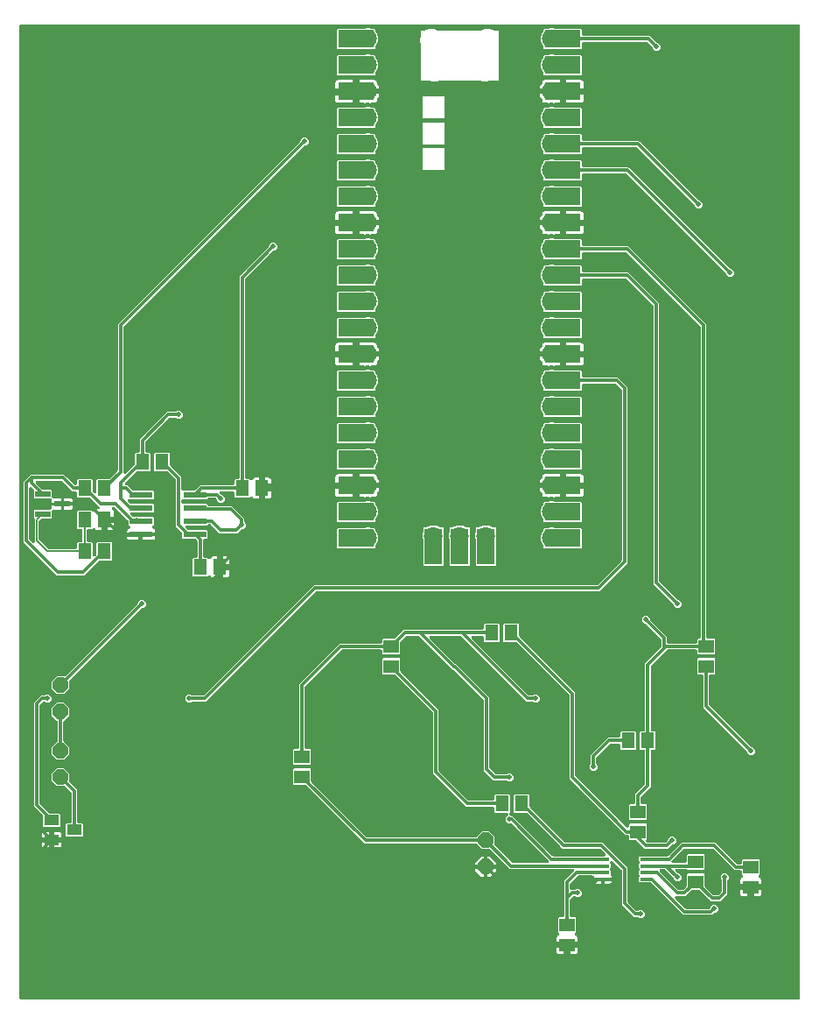
<source format=gtl>
G04 EAGLE Gerber RS-274X export*
G75*
%MOMM*%
%FSLAX34Y34*%
%LPD*%
%INTop Copper*%
%IPPOS*%
%AMOC8*
5,1,8,0,0,1.08239X$1,22.5*%
G01*
%ADD10R,1.500000X1.300000*%
%ADD11R,1.200000X0.300000*%
%ADD12P,1.583577X8X292.500000*%
%ADD13P,1.583577X8X112.500000*%
%ADD14R,1.300000X1.500000*%
%ADD15C,1.800000*%
%ADD16R,3.500000X1.700000*%
%ADD17R,1.700000X3.500000*%
%ADD18R,1.400000X1.000000*%
%ADD19R,2.200000X0.600000*%
%ADD20R,1.500000X0.600000*%
%ADD21C,0.304800*%
%ADD22C,0.502400*%
%ADD23C,3.327400*%
%ADD24C,0.152400*%

G36*
X756946Y3560D02*
X756946Y3560D01*
X756972Y3558D01*
X757119Y3580D01*
X757266Y3597D01*
X757291Y3605D01*
X757317Y3609D01*
X757455Y3664D01*
X757594Y3714D01*
X757616Y3728D01*
X757641Y3738D01*
X757762Y3823D01*
X757887Y3903D01*
X757905Y3922D01*
X757927Y3937D01*
X758026Y4047D01*
X758129Y4154D01*
X758143Y4176D01*
X758160Y4196D01*
X758232Y4326D01*
X758308Y4453D01*
X758316Y4478D01*
X758329Y4501D01*
X758369Y4644D01*
X758414Y4785D01*
X758416Y4811D01*
X758424Y4836D01*
X758443Y5080D01*
X758443Y944880D01*
X758440Y944906D01*
X758442Y944932D01*
X758420Y945079D01*
X758403Y945226D01*
X758395Y945251D01*
X758391Y945277D01*
X758336Y945415D01*
X758286Y945554D01*
X758272Y945576D01*
X758262Y945601D01*
X758177Y945722D01*
X758097Y945847D01*
X758078Y945865D01*
X758063Y945887D01*
X757953Y945986D01*
X757846Y946089D01*
X757824Y946103D01*
X757804Y946120D01*
X757674Y946192D01*
X757547Y946268D01*
X757522Y946276D01*
X757499Y946289D01*
X757356Y946329D01*
X757215Y946374D01*
X757189Y946376D01*
X757164Y946384D01*
X756920Y946403D01*
X5080Y946403D01*
X5054Y946400D01*
X5028Y946402D01*
X4881Y946380D01*
X4734Y946363D01*
X4709Y946355D01*
X4683Y946351D01*
X4545Y946296D01*
X4406Y946246D01*
X4384Y946232D01*
X4359Y946222D01*
X4238Y946137D01*
X4113Y946057D01*
X4095Y946038D01*
X4073Y946023D01*
X3974Y945913D01*
X3871Y945806D01*
X3857Y945784D01*
X3840Y945764D01*
X3768Y945634D01*
X3692Y945507D01*
X3684Y945482D01*
X3671Y945459D01*
X3631Y945316D01*
X3586Y945175D01*
X3584Y945149D01*
X3576Y945124D01*
X3557Y944880D01*
X3557Y5080D01*
X3560Y5054D01*
X3558Y5028D01*
X3580Y4881D01*
X3597Y4734D01*
X3605Y4709D01*
X3609Y4683D01*
X3664Y4545D01*
X3714Y4406D01*
X3728Y4384D01*
X3738Y4359D01*
X3823Y4238D01*
X3903Y4113D01*
X3922Y4095D01*
X3937Y4073D01*
X4047Y3974D01*
X4154Y3871D01*
X4176Y3857D01*
X4196Y3840D01*
X4326Y3768D01*
X4453Y3692D01*
X4478Y3684D01*
X4501Y3671D01*
X4644Y3631D01*
X4785Y3586D01*
X4811Y3584D01*
X4836Y3576D01*
X5080Y3557D01*
X756920Y3557D01*
X756946Y3560D01*
G37*
%LPC*%
G36*
X39482Y413765D02*
X39482Y413765D01*
X7365Y445882D01*
X7365Y504078D01*
X14082Y510795D01*
X46878Y510795D01*
X48961Y508711D01*
X56329Y501343D01*
X56407Y501281D01*
X56480Y501211D01*
X56544Y501173D01*
X56602Y501127D01*
X56693Y501084D01*
X56779Y501032D01*
X56850Y501010D01*
X56917Y500978D01*
X57015Y500957D01*
X57111Y500926D01*
X57185Y500920D01*
X57258Y500905D01*
X57358Y500906D01*
X57458Y500898D01*
X57532Y500909D01*
X57606Y500910D01*
X57703Y500935D01*
X57803Y500950D01*
X57872Y500977D01*
X57944Y500995D01*
X58034Y501042D01*
X58127Y501079D01*
X58188Y501121D01*
X58254Y501155D01*
X58331Y501220D01*
X58413Y501278D01*
X58463Y501333D01*
X58519Y501381D01*
X58579Y501462D01*
X58646Y501536D01*
X58682Y501601D01*
X58727Y501661D01*
X58766Y501753D01*
X58815Y501841D01*
X58835Y501913D01*
X58865Y501981D01*
X58882Y502080D01*
X58910Y502177D01*
X58918Y502277D01*
X58926Y502324D01*
X58924Y502360D01*
X58929Y502421D01*
X58929Y505866D01*
X59674Y506611D01*
X73726Y506611D01*
X74471Y505866D01*
X74471Y494653D01*
X74485Y494527D01*
X74492Y494401D01*
X74505Y494354D01*
X74511Y494306D01*
X74553Y494187D01*
X74588Y494066D01*
X74612Y494024D01*
X74628Y493978D01*
X74697Y493872D01*
X74758Y493762D01*
X74798Y493715D01*
X74817Y493685D01*
X74852Y493652D01*
X74917Y493575D01*
X75329Y493163D01*
X75407Y493101D01*
X75480Y493031D01*
X75544Y492993D01*
X75602Y492947D01*
X75693Y492904D01*
X75779Y492852D01*
X75850Y492830D01*
X75917Y492798D01*
X76015Y492777D01*
X76111Y492746D01*
X76185Y492740D01*
X76258Y492725D01*
X76358Y492726D01*
X76458Y492718D01*
X76532Y492729D01*
X76606Y492730D01*
X76703Y492755D01*
X76803Y492770D01*
X76872Y492797D01*
X76944Y492815D01*
X77034Y492862D01*
X77127Y492899D01*
X77188Y492941D01*
X77254Y492975D01*
X77331Y493040D01*
X77413Y493098D01*
X77463Y493153D01*
X77519Y493201D01*
X77579Y493282D01*
X77646Y493356D01*
X77682Y493421D01*
X77727Y493481D01*
X77766Y493573D01*
X77815Y493661D01*
X77835Y493733D01*
X77865Y493801D01*
X77882Y493900D01*
X77910Y493997D01*
X77918Y494097D01*
X77926Y494144D01*
X77924Y494180D01*
X77929Y494241D01*
X77929Y505866D01*
X78674Y506611D01*
X89887Y506611D01*
X90013Y506625D01*
X90139Y506632D01*
X90186Y506645D01*
X90234Y506651D01*
X90353Y506693D01*
X90474Y506728D01*
X90516Y506752D01*
X90562Y506768D01*
X90668Y506837D01*
X90778Y506898D01*
X90825Y506938D01*
X90855Y506957D01*
X90888Y506992D01*
X90965Y507057D01*
X98359Y514451D01*
X98438Y514550D01*
X98522Y514644D01*
X98546Y514687D01*
X98576Y514724D01*
X98630Y514839D01*
X98691Y514949D01*
X98704Y514996D01*
X98725Y515040D01*
X98751Y515163D01*
X98786Y515285D01*
X98791Y515346D01*
X98798Y515380D01*
X98797Y515428D01*
X98805Y515529D01*
X98805Y656478D01*
X275171Y832843D01*
X275250Y832942D01*
X275334Y833036D01*
X275358Y833079D01*
X275388Y833116D01*
X275442Y833231D01*
X275503Y833341D01*
X275516Y833388D01*
X275537Y833432D01*
X275563Y833555D01*
X275598Y833677D01*
X275603Y833738D01*
X275610Y833772D01*
X275609Y833820D01*
X275617Y833921D01*
X275617Y834687D01*
X277833Y836903D01*
X280967Y836903D01*
X283183Y834687D01*
X283183Y831553D01*
X280967Y829337D01*
X280201Y829337D01*
X280075Y829323D01*
X279949Y829316D01*
X279902Y829303D01*
X279854Y829297D01*
X279735Y829255D01*
X279614Y829220D01*
X279572Y829196D01*
X279526Y829180D01*
X279420Y829111D01*
X279310Y829050D01*
X279263Y829010D01*
X279233Y828991D01*
X279200Y828956D01*
X279123Y828891D01*
X104841Y654609D01*
X104762Y654510D01*
X104678Y654416D01*
X104654Y654373D01*
X104624Y654336D01*
X104570Y654221D01*
X104509Y654111D01*
X104496Y654064D01*
X104475Y654020D01*
X104449Y653897D01*
X104414Y653775D01*
X104409Y653714D01*
X104402Y653680D01*
X104403Y653632D01*
X104395Y653531D01*
X104395Y513345D01*
X104406Y513245D01*
X104408Y513144D01*
X104426Y513072D01*
X104435Y512998D01*
X104468Y512904D01*
X104493Y512806D01*
X104527Y512740D01*
X104552Y512670D01*
X104607Y512586D01*
X104653Y512497D01*
X104701Y512440D01*
X104741Y512377D01*
X104813Y512308D01*
X104878Y512231D01*
X104938Y512187D01*
X104992Y512135D01*
X105078Y512084D01*
X105159Y512024D01*
X105227Y511995D01*
X105291Y511956D01*
X105387Y511926D01*
X105479Y511886D01*
X105552Y511873D01*
X105623Y511850D01*
X105723Y511842D01*
X105822Y511824D01*
X105896Y511828D01*
X105970Y511822D01*
X106070Y511837D01*
X106170Y511842D01*
X106241Y511863D01*
X106315Y511874D01*
X106408Y511911D01*
X106505Y511939D01*
X106570Y511975D01*
X106639Y512003D01*
X106721Y512060D01*
X106809Y512109D01*
X106885Y512174D01*
X106925Y512202D01*
X106949Y512228D01*
X106995Y512267D01*
X114363Y519635D01*
X114442Y519734D01*
X114526Y519828D01*
X114550Y519871D01*
X114580Y519908D01*
X114634Y520023D01*
X114695Y520133D01*
X114708Y520180D01*
X114729Y520224D01*
X114755Y520347D01*
X114790Y520469D01*
X114795Y520530D01*
X114802Y520564D01*
X114801Y520612D01*
X114809Y520713D01*
X114809Y531266D01*
X115554Y532011D01*
X118262Y532011D01*
X118288Y532014D01*
X118314Y532012D01*
X118461Y532034D01*
X118608Y532051D01*
X118633Y532059D01*
X118659Y532063D01*
X118797Y532118D01*
X118936Y532168D01*
X118958Y532182D01*
X118983Y532192D01*
X119104Y532277D01*
X119229Y532357D01*
X119247Y532376D01*
X119269Y532391D01*
X119368Y532501D01*
X119471Y532608D01*
X119485Y532630D01*
X119502Y532650D01*
X119574Y532780D01*
X119650Y532907D01*
X119658Y532932D01*
X119671Y532955D01*
X119711Y533098D01*
X119756Y533239D01*
X119758Y533265D01*
X119766Y533290D01*
X119785Y533534D01*
X119785Y545378D01*
X146162Y571755D01*
X154294Y571755D01*
X154420Y571769D01*
X154546Y571776D01*
X154592Y571789D01*
X154640Y571795D01*
X154759Y571837D01*
X154881Y571872D01*
X154923Y571896D01*
X154968Y571912D01*
X155075Y571981D01*
X155185Y572042D01*
X155231Y572082D01*
X155261Y572101D01*
X155295Y572136D01*
X155371Y572201D01*
X155913Y572743D01*
X159047Y572743D01*
X161263Y570527D01*
X161263Y567393D01*
X159047Y565177D01*
X155913Y565177D01*
X155371Y565719D01*
X155272Y565798D01*
X155178Y565882D01*
X155136Y565906D01*
X155098Y565936D01*
X154984Y565990D01*
X154873Y566051D01*
X154827Y566064D01*
X154783Y566085D01*
X154660Y566111D01*
X154538Y566146D01*
X154477Y566151D01*
X154442Y566158D01*
X154394Y566157D01*
X154294Y566165D01*
X149109Y566165D01*
X148983Y566151D01*
X148857Y566144D01*
X148810Y566131D01*
X148762Y566125D01*
X148643Y566083D01*
X148522Y566048D01*
X148480Y566024D01*
X148434Y566008D01*
X148328Y565939D01*
X148218Y565878D01*
X148171Y565838D01*
X148141Y565819D01*
X148108Y565784D01*
X148031Y565719D01*
X125821Y543509D01*
X125742Y543410D01*
X125658Y543316D01*
X125634Y543273D01*
X125604Y543236D01*
X125550Y543121D01*
X125489Y543011D01*
X125476Y542964D01*
X125455Y542920D01*
X125429Y542797D01*
X125394Y542675D01*
X125389Y542614D01*
X125382Y542580D01*
X125383Y542532D01*
X125375Y542431D01*
X125375Y533534D01*
X125378Y533508D01*
X125376Y533482D01*
X125398Y533335D01*
X125415Y533188D01*
X125423Y533163D01*
X125427Y533137D01*
X125482Y532999D01*
X125532Y532860D01*
X125546Y532838D01*
X125556Y532813D01*
X125641Y532692D01*
X125721Y532567D01*
X125740Y532549D01*
X125755Y532527D01*
X125865Y532428D01*
X125972Y532325D01*
X125994Y532311D01*
X126014Y532294D01*
X126144Y532222D01*
X126271Y532146D01*
X126296Y532138D01*
X126319Y532125D01*
X126462Y532085D01*
X126603Y532040D01*
X126629Y532038D01*
X126654Y532030D01*
X126898Y532011D01*
X129606Y532011D01*
X130351Y531266D01*
X130351Y515214D01*
X129606Y514469D01*
X117733Y514469D01*
X117607Y514455D01*
X117481Y514448D01*
X117434Y514435D01*
X117386Y514429D01*
X117267Y514387D01*
X117146Y514352D01*
X117104Y514328D01*
X117058Y514312D01*
X116952Y514243D01*
X116842Y514182D01*
X116796Y514142D01*
X116765Y514123D01*
X116732Y514088D01*
X116655Y514023D01*
X105867Y503235D01*
X105805Y503157D01*
X105735Y503084D01*
X105697Y503020D01*
X105651Y502962D01*
X105608Y502871D01*
X105556Y502785D01*
X105534Y502714D01*
X105502Y502647D01*
X105481Y502549D01*
X105450Y502453D01*
X105444Y502379D01*
X105429Y502306D01*
X105430Y502206D01*
X105422Y502106D01*
X105433Y502032D01*
X105434Y501958D01*
X105459Y501861D01*
X105474Y501761D01*
X105501Y501692D01*
X105519Y501620D01*
X105566Y501530D01*
X105603Y501437D01*
X105645Y501376D01*
X105679Y501310D01*
X105744Y501233D01*
X105802Y501151D01*
X105857Y501101D01*
X105905Y501045D01*
X105986Y500985D01*
X106060Y500918D01*
X106125Y500882D01*
X106185Y500837D01*
X106277Y500798D01*
X106365Y500749D01*
X106437Y500729D01*
X106505Y500699D01*
X106604Y500682D01*
X106701Y500654D01*
X106801Y500646D01*
X106848Y500638D01*
X106884Y500640D01*
X106945Y500635D01*
X107838Y500635D01*
X112265Y496207D01*
X112364Y496128D01*
X112458Y496044D01*
X112501Y496020D01*
X112538Y495990D01*
X112653Y495936D01*
X112763Y495875D01*
X112810Y495862D01*
X112854Y495841D01*
X112977Y495815D01*
X113099Y495780D01*
X113160Y495775D01*
X113194Y495768D01*
X113242Y495769D01*
X113343Y495761D01*
X132846Y495761D01*
X133591Y495016D01*
X133591Y487964D01*
X132846Y487219D01*
X109691Y487219D01*
X109591Y487208D01*
X109490Y487206D01*
X109418Y487188D01*
X109344Y487179D01*
X109250Y487145D01*
X109152Y487121D01*
X109086Y487087D01*
X109016Y487062D01*
X108932Y487007D01*
X108843Y486961D01*
X108786Y486913D01*
X108723Y486873D01*
X108654Y486801D01*
X108577Y486736D01*
X108533Y486676D01*
X108481Y486622D01*
X108430Y486536D01*
X108370Y486455D01*
X108341Y486387D01*
X108302Y486323D01*
X108272Y486227D01*
X108232Y486135D01*
X108219Y486062D01*
X108196Y485991D01*
X108188Y485891D01*
X108170Y485792D01*
X108174Y485718D01*
X108168Y485644D01*
X108183Y485544D01*
X108188Y485444D01*
X108209Y485373D01*
X108220Y485299D01*
X108257Y485206D01*
X108285Y485109D01*
X108321Y485044D01*
X108349Y484975D01*
X108406Y484893D01*
X108455Y484805D01*
X108520Y484729D01*
X108548Y484689D01*
X108574Y484665D01*
X108613Y484619D01*
X109725Y483507D01*
X109825Y483428D01*
X109918Y483344D01*
X109961Y483320D01*
X109999Y483290D01*
X110113Y483236D01*
X110223Y483175D01*
X110270Y483162D01*
X110314Y483141D01*
X110437Y483115D01*
X110559Y483080D01*
X110619Y483075D01*
X110654Y483068D01*
X110703Y483069D01*
X110803Y483061D01*
X132846Y483061D01*
X133591Y482316D01*
X133591Y475264D01*
X132846Y474519D01*
X112365Y474519D01*
X112265Y474508D01*
X112164Y474506D01*
X112092Y474488D01*
X112018Y474479D01*
X111924Y474445D01*
X111826Y474421D01*
X111760Y474387D01*
X111690Y474362D01*
X111606Y474307D01*
X111517Y474261D01*
X111460Y474213D01*
X111397Y474173D01*
X111328Y474101D01*
X111251Y474036D01*
X111207Y473976D01*
X111155Y473922D01*
X111104Y473836D01*
X111044Y473755D01*
X111015Y473687D01*
X110976Y473623D01*
X110946Y473527D01*
X110906Y473435D01*
X110893Y473362D01*
X110870Y473291D01*
X110862Y473191D01*
X110844Y473092D01*
X110848Y473018D01*
X110842Y472944D01*
X110857Y472844D01*
X110862Y472744D01*
X110883Y472673D01*
X110894Y472599D01*
X110931Y472506D01*
X110959Y472409D01*
X110995Y472344D01*
X111023Y472275D01*
X111080Y472193D01*
X111129Y472105D01*
X111194Y472029D01*
X111222Y471989D01*
X111248Y471965D01*
X111287Y471919D01*
X112399Y470807D01*
X112499Y470728D01*
X112592Y470644D01*
X112635Y470620D01*
X112673Y470590D01*
X112787Y470536D01*
X112897Y470475D01*
X112944Y470462D01*
X112988Y470441D01*
X113111Y470415D01*
X113233Y470380D01*
X113293Y470375D01*
X113328Y470368D01*
X113377Y470369D01*
X113477Y470361D01*
X132846Y470361D01*
X133591Y469616D01*
X133591Y462564D01*
X132553Y461526D01*
X132516Y461504D01*
X132498Y461486D01*
X132477Y461473D01*
X132373Y461365D01*
X132266Y461261D01*
X132252Y461240D01*
X132235Y461222D01*
X132158Y461094D01*
X132077Y460968D01*
X132069Y460944D01*
X132056Y460923D01*
X132011Y460780D01*
X131961Y460640D01*
X131958Y460615D01*
X131950Y460591D01*
X131938Y460442D01*
X131921Y460293D01*
X131924Y460268D01*
X131922Y460244D01*
X131944Y460096D01*
X131962Y459947D01*
X131970Y459924D01*
X131974Y459899D01*
X132029Y459760D01*
X132080Y459619D01*
X132093Y459598D01*
X132103Y459575D01*
X132188Y459452D01*
X132269Y459327D01*
X132287Y459309D01*
X132302Y459289D01*
X132413Y459189D01*
X132521Y459085D01*
X132542Y459072D01*
X132560Y459056D01*
X132692Y458983D01*
X132820Y458907D01*
X132848Y458897D01*
X132865Y458887D01*
X132911Y458874D01*
X133050Y458825D01*
X133301Y458758D01*
X133880Y458423D01*
X134353Y457950D01*
X134688Y457371D01*
X134861Y456725D01*
X134861Y454913D01*
X121320Y454913D01*
X107779Y454913D01*
X107779Y456725D01*
X107952Y457371D01*
X108287Y457950D01*
X108760Y458423D01*
X109339Y458758D01*
X109590Y458825D01*
X109729Y458880D01*
X109870Y458930D01*
X109891Y458944D01*
X109914Y458953D01*
X110037Y459038D01*
X110163Y459119D01*
X110180Y459137D01*
X110200Y459151D01*
X110301Y459262D01*
X110405Y459370D01*
X110418Y459391D01*
X110434Y459410D01*
X110507Y459540D01*
X110584Y459669D01*
X110591Y459693D01*
X110603Y459714D01*
X110644Y459858D01*
X110690Y460001D01*
X110692Y460026D01*
X110699Y460049D01*
X110706Y460199D01*
X110718Y460348D01*
X110714Y460373D01*
X110715Y460398D01*
X110688Y460545D01*
X110666Y460693D01*
X110657Y460716D01*
X110652Y460740D01*
X110593Y460878D01*
X110537Y461017D01*
X110523Y461037D01*
X110513Y461060D01*
X110424Y461181D01*
X110338Y461303D01*
X110320Y461319D01*
X110305Y461339D01*
X110191Y461436D01*
X110080Y461536D01*
X110073Y461540D01*
X109049Y462564D01*
X109049Y465621D01*
X109035Y465747D01*
X109028Y465873D01*
X109015Y465920D01*
X109009Y465968D01*
X108967Y466087D01*
X108932Y466208D01*
X108908Y466250D01*
X108892Y466296D01*
X108823Y466402D01*
X108762Y466512D01*
X108722Y466559D01*
X108703Y466589D01*
X108668Y466622D01*
X108603Y466699D01*
X95809Y479493D01*
X95710Y479572D01*
X95616Y479656D01*
X95573Y479680D01*
X95536Y479710D01*
X95421Y479764D01*
X95311Y479825D01*
X95264Y479838D01*
X95220Y479859D01*
X95097Y479885D01*
X94975Y479920D01*
X94914Y479925D01*
X94880Y479932D01*
X94832Y479931D01*
X94731Y479939D01*
X94169Y479939D01*
X94044Y479925D01*
X93920Y479919D01*
X93872Y479905D01*
X93823Y479899D01*
X93705Y479857D01*
X93585Y479823D01*
X93541Y479799D01*
X93494Y479782D01*
X93389Y479714D01*
X93280Y479653D01*
X93243Y479620D01*
X93202Y479593D01*
X93115Y479503D01*
X93022Y479419D01*
X92994Y479378D01*
X92959Y479342D01*
X92895Y479235D01*
X92824Y479132D01*
X92806Y479086D01*
X92781Y479043D01*
X92743Y478924D01*
X92697Y478808D01*
X92689Y478758D01*
X92674Y478711D01*
X92664Y478587D01*
X92646Y478463D01*
X92650Y478413D01*
X92646Y478364D01*
X92665Y478240D01*
X92675Y478115D01*
X92691Y478068D01*
X92698Y478019D01*
X92744Y477903D01*
X92783Y477784D01*
X92808Y477741D01*
X92827Y477695D01*
X92898Y477592D01*
X92963Y477485D01*
X92997Y477450D01*
X93026Y477409D01*
X93119Y477325D01*
X93206Y477236D01*
X93257Y477200D01*
X93285Y477176D01*
X93326Y477152D01*
X93407Y477097D01*
X93760Y476893D01*
X94233Y476420D01*
X94568Y475841D01*
X94741Y475195D01*
X94741Y470407D01*
X87224Y470407D01*
X87198Y470404D01*
X87172Y470406D01*
X87025Y470384D01*
X86878Y470367D01*
X86853Y470358D01*
X86827Y470355D01*
X86689Y470300D01*
X86550Y470250D01*
X86528Y470236D01*
X86503Y470226D01*
X86382Y470141D01*
X86257Y470061D01*
X86239Y470042D01*
X86217Y470027D01*
X86118Y469917D01*
X86015Y469810D01*
X86001Y469788D01*
X85984Y469768D01*
X85912Y469638D01*
X85836Y469511D01*
X85828Y469486D01*
X85815Y469463D01*
X85775Y469320D01*
X85730Y469179D01*
X85728Y469153D01*
X85720Y469128D01*
X85701Y468884D01*
X85701Y467359D01*
X84176Y467359D01*
X84150Y467356D01*
X84124Y467358D01*
X83977Y467336D01*
X83830Y467319D01*
X83805Y467310D01*
X83779Y467307D01*
X83641Y467252D01*
X83502Y467202D01*
X83480Y467188D01*
X83455Y467178D01*
X83334Y467093D01*
X83209Y467013D01*
X83191Y466994D01*
X83169Y466979D01*
X83070Y466869D01*
X82967Y466762D01*
X82953Y466740D01*
X82936Y466720D01*
X82864Y466590D01*
X82788Y466463D01*
X82780Y466438D01*
X82767Y466415D01*
X82727Y466272D01*
X82682Y466131D01*
X82680Y466105D01*
X82672Y466080D01*
X82653Y465836D01*
X82653Y457319D01*
X78865Y457319D01*
X78219Y457492D01*
X77640Y457827D01*
X77167Y458300D01*
X76794Y458945D01*
X76764Y458986D01*
X76740Y459032D01*
X76660Y459126D01*
X76587Y459225D01*
X76548Y459258D01*
X76515Y459297D01*
X76415Y459371D01*
X76321Y459451D01*
X76275Y459474D01*
X76234Y459504D01*
X76121Y459553D01*
X76011Y459610D01*
X75961Y459622D01*
X75914Y459642D01*
X75793Y459664D01*
X75673Y459694D01*
X75622Y459695D01*
X75571Y459704D01*
X75448Y459698D01*
X75324Y459700D01*
X75274Y459689D01*
X75223Y459686D01*
X75105Y459652D01*
X74984Y459626D01*
X74937Y459604D01*
X74888Y459590D01*
X74781Y459529D01*
X74669Y459476D01*
X74629Y459444D01*
X74584Y459419D01*
X74398Y459261D01*
X73726Y458589D01*
X70256Y458589D01*
X70230Y458586D01*
X70204Y458588D01*
X70057Y458566D01*
X69910Y458549D01*
X69885Y458541D01*
X69859Y458537D01*
X69721Y458482D01*
X69582Y458432D01*
X69560Y458418D01*
X69535Y458408D01*
X69414Y458323D01*
X69289Y458243D01*
X69271Y458224D01*
X69249Y458209D01*
X69150Y458099D01*
X69047Y457992D01*
X69033Y457970D01*
X69016Y457950D01*
X68944Y457820D01*
X68868Y457693D01*
X68860Y457668D01*
X68847Y457645D01*
X68807Y457502D01*
X68762Y457361D01*
X68759Y457335D01*
X68752Y457310D01*
X68733Y457066D01*
X68733Y447174D01*
X68736Y447148D01*
X68734Y447122D01*
X68756Y446975D01*
X68773Y446828D01*
X68781Y446803D01*
X68785Y446777D01*
X68840Y446639D01*
X68890Y446500D01*
X68904Y446478D01*
X68914Y446453D01*
X68999Y446332D01*
X69079Y446207D01*
X69098Y446189D01*
X69113Y446167D01*
X69223Y446068D01*
X69330Y445965D01*
X69352Y445951D01*
X69372Y445934D01*
X69502Y445862D01*
X69629Y445786D01*
X69654Y445778D01*
X69677Y445765D01*
X69820Y445725D01*
X69961Y445680D01*
X69987Y445678D01*
X70012Y445670D01*
X70256Y445651D01*
X73726Y445651D01*
X74471Y444906D01*
X74471Y433281D01*
X74482Y433181D01*
X74484Y433080D01*
X74502Y433008D01*
X74511Y432934D01*
X74544Y432840D01*
X74569Y432742D01*
X74603Y432676D01*
X74628Y432606D01*
X74683Y432522D01*
X74729Y432433D01*
X74777Y432376D01*
X74817Y432313D01*
X74889Y432243D01*
X74954Y432167D01*
X75014Y432123D01*
X75068Y432071D01*
X75154Y432020D01*
X75235Y431960D01*
X75303Y431930D01*
X75367Y431892D01*
X75462Y431862D01*
X75555Y431822D01*
X75628Y431809D01*
X75699Y431786D01*
X75799Y431778D01*
X75898Y431760D01*
X75972Y431764D01*
X76046Y431758D01*
X76145Y431773D01*
X76246Y431778D01*
X76317Y431799D01*
X76391Y431810D01*
X76484Y431847D01*
X76581Y431875D01*
X76646Y431911D01*
X76715Y431939D01*
X76797Y431996D01*
X76885Y432045D01*
X76961Y432110D01*
X77001Y432138D01*
X77025Y432164D01*
X77071Y432203D01*
X77483Y432616D01*
X77562Y432715D01*
X77646Y432808D01*
X77670Y432851D01*
X77700Y432889D01*
X77754Y433003D01*
X77815Y433113D01*
X77828Y433160D01*
X77849Y433204D01*
X77875Y433327D01*
X77910Y433449D01*
X77915Y433509D01*
X77922Y433544D01*
X77921Y433593D01*
X77929Y433693D01*
X77929Y444906D01*
X78674Y445651D01*
X92726Y445651D01*
X93471Y444906D01*
X93471Y428854D01*
X92726Y428109D01*
X81513Y428109D01*
X81387Y428095D01*
X81261Y428088D01*
X81214Y428075D01*
X81166Y428069D01*
X81047Y428027D01*
X80926Y427992D01*
X80884Y427968D01*
X80838Y427952D01*
X80732Y427883D01*
X80622Y427822D01*
X80575Y427782D01*
X80545Y427763D01*
X80512Y427728D01*
X80435Y427663D01*
X66538Y413765D01*
X39482Y413765D01*
G37*
%LPD*%
%LPC*%
G36*
X533399Y56539D02*
X533399Y56539D01*
X533399Y58064D01*
X533396Y58090D01*
X533398Y58116D01*
X533376Y58263D01*
X533359Y58410D01*
X533350Y58435D01*
X533347Y58461D01*
X533292Y58599D01*
X533242Y58738D01*
X533228Y58760D01*
X533218Y58785D01*
X533133Y58906D01*
X533053Y59031D01*
X533034Y59049D01*
X533019Y59071D01*
X532909Y59170D01*
X532802Y59273D01*
X532780Y59287D01*
X532760Y59304D01*
X532630Y59376D01*
X532503Y59452D01*
X532478Y59460D01*
X532455Y59473D01*
X532312Y59513D01*
X532171Y59558D01*
X532145Y59560D01*
X532120Y59568D01*
X531876Y59587D01*
X523359Y59587D01*
X523359Y63375D01*
X523532Y64021D01*
X523867Y64600D01*
X524340Y65073D01*
X524985Y65446D01*
X525026Y65476D01*
X525072Y65500D01*
X525166Y65580D01*
X525265Y65653D01*
X525298Y65692D01*
X525337Y65725D01*
X525411Y65825D01*
X525491Y65919D01*
X525514Y65965D01*
X525544Y66006D01*
X525593Y66119D01*
X525650Y66229D01*
X525662Y66279D01*
X525682Y66326D01*
X525704Y66447D01*
X525734Y66567D01*
X525735Y66618D01*
X525744Y66669D01*
X525738Y66792D01*
X525740Y66916D01*
X525729Y66966D01*
X525726Y67017D01*
X525692Y67135D01*
X525666Y67256D01*
X525644Y67303D01*
X525630Y67352D01*
X525569Y67459D01*
X525516Y67571D01*
X525484Y67611D01*
X525459Y67656D01*
X525301Y67842D01*
X524629Y68514D01*
X524629Y82566D01*
X525374Y83311D01*
X529082Y83311D01*
X529108Y83314D01*
X529134Y83312D01*
X529281Y83334D01*
X529428Y83351D01*
X529453Y83359D01*
X529479Y83363D01*
X529617Y83418D01*
X529756Y83468D01*
X529778Y83482D01*
X529803Y83492D01*
X529924Y83577D01*
X530049Y83657D01*
X530067Y83676D01*
X530089Y83691D01*
X530188Y83801D01*
X530291Y83908D01*
X530305Y83930D01*
X530322Y83950D01*
X530394Y84080D01*
X530470Y84207D01*
X530478Y84232D01*
X530491Y84255D01*
X530531Y84398D01*
X530576Y84539D01*
X530578Y84565D01*
X530586Y84590D01*
X530605Y84834D01*
X530605Y117998D01*
X539619Y127011D01*
X540013Y127405D01*
X540075Y127484D01*
X540145Y127556D01*
X540183Y127620D01*
X540229Y127678D01*
X540272Y127769D01*
X540324Y127855D01*
X540346Y127926D01*
X540378Y127993D01*
X540399Y128091D01*
X540430Y128187D01*
X540436Y128261D01*
X540451Y128334D01*
X540450Y128434D01*
X540458Y128534D01*
X540447Y128608D01*
X540446Y128682D01*
X540421Y128780D01*
X540406Y128879D01*
X540379Y128948D01*
X540361Y129020D01*
X540315Y129109D01*
X540277Y129203D01*
X540235Y129264D01*
X540201Y129330D01*
X540136Y129406D01*
X540078Y129489D01*
X540023Y129539D01*
X539975Y129595D01*
X539894Y129655D01*
X539820Y129722D01*
X539755Y129758D01*
X539695Y129803D01*
X539603Y129842D01*
X539515Y129891D01*
X539443Y129911D01*
X539375Y129941D01*
X539276Y129958D01*
X539179Y129986D01*
X539079Y129994D01*
X539032Y130002D01*
X538996Y130000D01*
X538935Y130005D01*
X478182Y130005D01*
X459740Y148448D01*
X459641Y148526D01*
X459547Y148611D01*
X459505Y148635D01*
X459467Y148665D01*
X459353Y148719D01*
X459242Y148780D01*
X459195Y148793D01*
X459152Y148813D01*
X459028Y148840D01*
X458906Y148874D01*
X458846Y148879D01*
X458811Y148887D01*
X458763Y148886D01*
X458663Y148894D01*
X451104Y148894D01*
X445759Y154239D01*
X445660Y154318D01*
X445566Y154402D01*
X445523Y154426D01*
X445486Y154456D01*
X445371Y154510D01*
X445261Y154571D01*
X445214Y154584D01*
X445170Y154605D01*
X445047Y154631D01*
X444925Y154666D01*
X444865Y154671D01*
X444830Y154678D01*
X444782Y154677D01*
X444681Y154685D01*
X337322Y154685D01*
X281125Y210883D01*
X281026Y210962D01*
X280932Y211046D01*
X280889Y211070D01*
X280852Y211100D01*
X280737Y211154D01*
X280627Y211215D01*
X280580Y211228D01*
X280536Y211249D01*
X280413Y211275D01*
X280291Y211310D01*
X280230Y211315D01*
X280196Y211322D01*
X280148Y211321D01*
X280047Y211329D01*
X268834Y211329D01*
X268089Y212074D01*
X268089Y226126D01*
X268834Y226871D01*
X284886Y226871D01*
X285631Y226126D01*
X285631Y214913D01*
X285645Y214787D01*
X285652Y214661D01*
X285665Y214614D01*
X285671Y214566D01*
X285713Y214447D01*
X285748Y214326D01*
X285772Y214284D01*
X285788Y214238D01*
X285857Y214132D01*
X285918Y214022D01*
X285958Y213975D01*
X285977Y213945D01*
X286012Y213912D01*
X286077Y213835D01*
X339191Y160721D01*
X339290Y160642D01*
X339384Y160558D01*
X339427Y160534D01*
X339464Y160504D01*
X339579Y160450D01*
X339689Y160389D01*
X339736Y160376D01*
X339780Y160355D01*
X339903Y160329D01*
X340025Y160294D01*
X340086Y160289D01*
X340120Y160282D01*
X340168Y160283D01*
X340269Y160275D01*
X444681Y160275D01*
X444807Y160289D01*
X444933Y160296D01*
X444980Y160309D01*
X445028Y160315D01*
X445147Y160357D01*
X445268Y160392D01*
X445310Y160416D01*
X445356Y160432D01*
X445462Y160501D01*
X445572Y160562D01*
X445619Y160602D01*
X445649Y160621D01*
X445682Y160656D01*
X445759Y160721D01*
X451104Y166066D01*
X458216Y166066D01*
X463246Y161036D01*
X463246Y153477D01*
X463260Y153352D01*
X463267Y153226D01*
X463280Y153179D01*
X463286Y153131D01*
X463328Y153012D01*
X463363Y152891D01*
X463387Y152849D01*
X463403Y152803D01*
X463472Y152697D01*
X463534Y152587D01*
X463573Y152540D01*
X463592Y152510D01*
X463627Y152477D01*
X463692Y152400D01*
X480051Y136041D01*
X480150Y135962D01*
X480244Y135878D01*
X480287Y135854D01*
X480324Y135824D01*
X480439Y135770D01*
X480549Y135709D01*
X480596Y135696D01*
X480640Y135675D01*
X480763Y135649D01*
X480885Y135614D01*
X480946Y135609D01*
X480980Y135602D01*
X481028Y135603D01*
X481129Y135595D01*
X514235Y135595D01*
X514335Y135606D01*
X514436Y135608D01*
X514508Y135626D01*
X514582Y135635D01*
X514676Y135668D01*
X514774Y135693D01*
X514840Y135727D01*
X514910Y135752D01*
X514994Y135807D01*
X515083Y135853D01*
X515140Y135901D01*
X515203Y135941D01*
X515272Y136013D01*
X515349Y136078D01*
X515393Y136138D01*
X515445Y136192D01*
X515496Y136278D01*
X515556Y136359D01*
X515585Y136427D01*
X515624Y136491D01*
X515654Y136587D01*
X515694Y136679D01*
X515707Y136752D01*
X515730Y136823D01*
X515738Y136923D01*
X515756Y137022D01*
X515752Y137096D01*
X515758Y137170D01*
X515743Y137270D01*
X515738Y137370D01*
X515717Y137441D01*
X515706Y137515D01*
X515669Y137608D01*
X515641Y137705D01*
X515605Y137770D01*
X515577Y137839D01*
X515520Y137921D01*
X515471Y138009D01*
X515406Y138085D01*
X515378Y138125D01*
X515352Y138149D01*
X515313Y138195D01*
X479937Y173571D01*
X479838Y173650D01*
X479744Y173734D01*
X479701Y173758D01*
X479664Y173788D01*
X479549Y173842D01*
X479439Y173903D01*
X479392Y173916D01*
X479348Y173937D01*
X479225Y173963D01*
X479103Y173998D01*
X479042Y174003D01*
X479008Y174010D01*
X478960Y174009D01*
X478859Y174017D01*
X475953Y174017D01*
X473737Y176233D01*
X473737Y179367D01*
X476039Y181669D01*
X476102Y181747D01*
X476172Y181820D01*
X476210Y181884D01*
X476256Y181942D01*
X476299Y182033D01*
X476350Y182119D01*
X476373Y182190D01*
X476405Y182257D01*
X476426Y182355D01*
X476457Y182451D01*
X476463Y182525D01*
X476478Y182598D01*
X476477Y182698D01*
X476485Y182798D01*
X476474Y182872D01*
X476472Y182946D01*
X476448Y183043D01*
X476433Y183143D01*
X476405Y183212D01*
X476387Y183284D01*
X476341Y183373D01*
X476304Y183467D01*
X476262Y183528D01*
X476228Y183594D01*
X476163Y183670D01*
X476105Y183753D01*
X476050Y183803D01*
X476002Y183859D01*
X475921Y183919D01*
X475846Y183986D01*
X475781Y184022D01*
X475722Y184067D01*
X475629Y184106D01*
X475541Y184155D01*
X475470Y184175D01*
X475402Y184205D01*
X475303Y184222D01*
X475206Y184250D01*
X475106Y184258D01*
X475058Y184266D01*
X475023Y184264D01*
X474962Y184269D01*
X463534Y184269D01*
X462789Y185014D01*
X462789Y188722D01*
X462786Y188748D01*
X462788Y188774D01*
X462766Y188921D01*
X462749Y189068D01*
X462741Y189093D01*
X462737Y189119D01*
X462682Y189257D01*
X462632Y189396D01*
X462618Y189418D01*
X462608Y189443D01*
X462523Y189564D01*
X462443Y189689D01*
X462424Y189707D01*
X462409Y189729D01*
X462299Y189828D01*
X462192Y189931D01*
X462170Y189945D01*
X462150Y189962D01*
X462020Y190034D01*
X461893Y190110D01*
X461868Y190118D01*
X461845Y190131D01*
X461702Y190171D01*
X461561Y190216D01*
X461535Y190218D01*
X461510Y190226D01*
X461266Y190245D01*
X435722Y190245D01*
X403605Y222362D01*
X403605Y280811D01*
X403603Y280828D01*
X403604Y280840D01*
X403594Y280911D01*
X403591Y280937D01*
X403584Y281063D01*
X403571Y281110D01*
X403565Y281158D01*
X403523Y281277D01*
X403488Y281398D01*
X403464Y281440D01*
X403448Y281486D01*
X403379Y281592D01*
X403318Y281702D01*
X403278Y281749D01*
X403259Y281779D01*
X403224Y281812D01*
X403159Y281889D01*
X367485Y317563D01*
X367386Y317642D01*
X367292Y317726D01*
X367249Y317750D01*
X367212Y317780D01*
X367097Y317834D01*
X366987Y317895D01*
X366940Y317908D01*
X366896Y317929D01*
X366773Y317955D01*
X366651Y317990D01*
X366590Y317995D01*
X366556Y318002D01*
X366508Y318001D01*
X366407Y318009D01*
X355194Y318009D01*
X354449Y318754D01*
X354449Y332806D01*
X355194Y333551D01*
X371246Y333551D01*
X371991Y332806D01*
X371991Y321593D01*
X372005Y321467D01*
X372012Y321341D01*
X372025Y321294D01*
X372031Y321246D01*
X372073Y321127D01*
X372108Y321006D01*
X372132Y320964D01*
X372148Y320918D01*
X372217Y320812D01*
X372278Y320702D01*
X372318Y320655D01*
X372337Y320625D01*
X372372Y320592D01*
X372437Y320515D01*
X409195Y283758D01*
X409195Y225309D01*
X409209Y225183D01*
X409216Y225057D01*
X409229Y225010D01*
X409235Y224962D01*
X409277Y224843D01*
X409312Y224722D01*
X409336Y224680D01*
X409352Y224634D01*
X409421Y224528D01*
X409482Y224418D01*
X409522Y224371D01*
X409541Y224341D01*
X409576Y224308D01*
X409641Y224231D01*
X437591Y196281D01*
X437690Y196202D01*
X437784Y196118D01*
X437827Y196094D01*
X437864Y196064D01*
X437979Y196010D01*
X438089Y195949D01*
X438136Y195936D01*
X438180Y195915D01*
X438303Y195889D01*
X438425Y195854D01*
X438486Y195849D01*
X438520Y195842D01*
X438568Y195843D01*
X438669Y195835D01*
X461266Y195835D01*
X461292Y195838D01*
X461318Y195836D01*
X461465Y195858D01*
X461612Y195875D01*
X461637Y195883D01*
X461663Y195887D01*
X461801Y195942D01*
X461940Y195992D01*
X461962Y196006D01*
X461987Y196016D01*
X462108Y196101D01*
X462233Y196181D01*
X462251Y196200D01*
X462273Y196215D01*
X462372Y196325D01*
X462475Y196432D01*
X462489Y196454D01*
X462506Y196474D01*
X462578Y196604D01*
X462654Y196731D01*
X462662Y196756D01*
X462675Y196779D01*
X462715Y196922D01*
X462760Y197063D01*
X462762Y197089D01*
X462770Y197114D01*
X462789Y197358D01*
X462789Y201066D01*
X463534Y201811D01*
X477586Y201811D01*
X478331Y201066D01*
X478331Y185014D01*
X477500Y184183D01*
X477438Y184104D01*
X477368Y184032D01*
X477330Y183968D01*
X477284Y183910D01*
X477241Y183819D01*
X477189Y183733D01*
X477166Y183662D01*
X477135Y183595D01*
X477114Y183497D01*
X477083Y183401D01*
X477077Y183327D01*
X477061Y183254D01*
X477063Y183154D01*
X477055Y183054D01*
X477066Y182980D01*
X477067Y182906D01*
X477092Y182809D01*
X477107Y182709D01*
X477134Y182640D01*
X477152Y182568D01*
X477198Y182479D01*
X477235Y182385D01*
X477278Y182324D01*
X477312Y182258D01*
X477377Y182182D01*
X477434Y182099D01*
X477489Y182049D01*
X477538Y181993D01*
X477619Y181933D01*
X477693Y181866D01*
X477758Y181830D01*
X477818Y181785D01*
X477910Y181746D01*
X477998Y181697D01*
X478070Y181677D01*
X478138Y181647D01*
X478237Y181630D01*
X478333Y181602D01*
X478433Y181594D01*
X478481Y181586D01*
X478517Y181588D01*
X478577Y181583D01*
X479087Y181583D01*
X479629Y181041D01*
X479728Y180962D01*
X479822Y180878D01*
X479864Y180854D01*
X479902Y180824D01*
X480016Y180770D01*
X480127Y180709D01*
X480173Y180696D01*
X480217Y180675D01*
X480340Y180649D01*
X480462Y180614D01*
X480523Y180609D01*
X480558Y180602D01*
X480606Y180603D01*
X480706Y180595D01*
X480818Y180595D01*
X518871Y142541D01*
X518970Y142462D01*
X519064Y142378D01*
X519107Y142354D01*
X519144Y142324D01*
X519259Y142270D01*
X519369Y142209D01*
X519416Y142196D01*
X519460Y142175D01*
X519583Y142149D01*
X519705Y142114D01*
X519766Y142109D01*
X519800Y142102D01*
X519848Y142103D01*
X519949Y142095D01*
X569177Y142095D01*
X569277Y142106D01*
X569377Y142108D01*
X569449Y142126D01*
X569523Y142135D01*
X569617Y142168D01*
X569715Y142193D01*
X569781Y142227D01*
X569851Y142252D01*
X569935Y142307D01*
X570025Y142353D01*
X570081Y142401D01*
X570144Y142441D01*
X570214Y142513D01*
X570290Y142578D01*
X570334Y142638D01*
X570386Y142692D01*
X570438Y142778D01*
X570497Y142859D01*
X570527Y142927D01*
X570565Y142991D01*
X570596Y143087D01*
X570635Y143179D01*
X570648Y143252D01*
X570671Y143323D01*
X570679Y143423D01*
X570697Y143522D01*
X570693Y143596D01*
X570699Y143670D01*
X570684Y143770D01*
X570679Y143870D01*
X570658Y143941D01*
X570647Y144015D01*
X570610Y144108D01*
X570583Y144205D01*
X570546Y144270D01*
X570519Y144339D01*
X570461Y144421D01*
X570412Y144509D01*
X570347Y144585D01*
X570320Y144625D01*
X570293Y144649D01*
X570254Y144695D01*
X565790Y149159D01*
X565691Y149238D01*
X565597Y149322D01*
X565555Y149346D01*
X565517Y149376D01*
X565403Y149430D01*
X565292Y149491D01*
X565245Y149504D01*
X565202Y149525D01*
X565078Y149551D01*
X564957Y149586D01*
X564896Y149591D01*
X564861Y149598D01*
X564813Y149597D01*
X564713Y149605D01*
X529042Y149605D01*
X526959Y151688D01*
X526959Y151689D01*
X494825Y183823D01*
X494726Y183902D01*
X494632Y183986D01*
X494589Y184010D01*
X494552Y184040D01*
X494437Y184094D01*
X494327Y184155D01*
X494280Y184168D01*
X494236Y184189D01*
X494113Y184215D01*
X493991Y184250D01*
X493930Y184255D01*
X493896Y184262D01*
X493848Y184261D01*
X493747Y184269D01*
X482534Y184269D01*
X481789Y185014D01*
X481789Y201066D01*
X482534Y201811D01*
X496586Y201811D01*
X497331Y201066D01*
X497331Y189853D01*
X497345Y189727D01*
X497352Y189601D01*
X497365Y189554D01*
X497371Y189506D01*
X497413Y189387D01*
X497448Y189266D01*
X497472Y189224D01*
X497488Y189178D01*
X497557Y189072D01*
X497618Y188962D01*
X497658Y188915D01*
X497677Y188885D01*
X497712Y188852D01*
X497777Y188775D01*
X530911Y155641D01*
X531010Y155562D01*
X531104Y155478D01*
X531147Y155454D01*
X531184Y155424D01*
X531299Y155370D01*
X531409Y155309D01*
X531456Y155296D01*
X531500Y155275D01*
X531623Y155249D01*
X531745Y155214D01*
X531806Y155209D01*
X531840Y155202D01*
X531888Y155203D01*
X531989Y155195D01*
X567659Y155195D01*
X569742Y153112D01*
X569742Y153111D01*
X589991Y132862D01*
X592075Y130779D01*
X592075Y98309D01*
X592089Y98183D01*
X592096Y98057D01*
X592109Y98010D01*
X592115Y97962D01*
X592157Y97843D01*
X592192Y97722D01*
X592216Y97680D01*
X592232Y97634D01*
X592301Y97528D01*
X592362Y97418D01*
X592402Y97371D01*
X592421Y97341D01*
X592456Y97308D01*
X592521Y97231D01*
X600151Y89601D01*
X600250Y89522D01*
X600344Y89438D01*
X600387Y89414D01*
X600424Y89384D01*
X600539Y89330D01*
X600649Y89269D01*
X600696Y89256D01*
X600740Y89235D01*
X600863Y89209D01*
X600985Y89174D01*
X601046Y89169D01*
X601080Y89162D01*
X601128Y89163D01*
X601229Y89155D01*
X601334Y89155D01*
X601460Y89169D01*
X601586Y89176D01*
X601632Y89189D01*
X601680Y89195D01*
X601799Y89237D01*
X601921Y89272D01*
X601963Y89296D01*
X602008Y89312D01*
X602115Y89381D01*
X602225Y89442D01*
X602271Y89482D01*
X602301Y89501D01*
X602335Y89536D01*
X602411Y89601D01*
X602953Y90143D01*
X606087Y90143D01*
X608303Y87927D01*
X608303Y84793D01*
X606087Y82577D01*
X602953Y82577D01*
X602411Y83119D01*
X602312Y83198D01*
X602218Y83282D01*
X602176Y83306D01*
X602138Y83336D01*
X602024Y83390D01*
X601913Y83451D01*
X601867Y83464D01*
X601823Y83485D01*
X601700Y83511D01*
X601578Y83546D01*
X601517Y83551D01*
X601482Y83558D01*
X601434Y83557D01*
X601334Y83565D01*
X598282Y83565D01*
X586485Y95362D01*
X586485Y127833D01*
X586471Y127958D01*
X586464Y128085D01*
X586451Y128131D01*
X586445Y128179D01*
X586403Y128298D01*
X586368Y128419D01*
X586344Y128462D01*
X586328Y128507D01*
X586259Y128613D01*
X586198Y128724D01*
X586158Y128770D01*
X586139Y128800D01*
X586104Y128833D01*
X586039Y128910D01*
X577625Y137324D01*
X577605Y137340D01*
X577588Y137360D01*
X577468Y137448D01*
X577352Y137540D01*
X577328Y137552D01*
X577307Y137567D01*
X577171Y137626D01*
X577037Y137689D01*
X577011Y137695D01*
X576987Y137705D01*
X576841Y137732D01*
X576696Y137763D01*
X576670Y137762D01*
X576644Y137767D01*
X576496Y137759D01*
X576348Y137757D01*
X576322Y137750D01*
X576296Y137749D01*
X576154Y137708D01*
X576010Y137672D01*
X575987Y137660D01*
X575961Y137652D01*
X575832Y137580D01*
X575700Y137512D01*
X575680Y137495D01*
X575657Y137482D01*
X575471Y137324D01*
X575274Y137127D01*
X575258Y137107D01*
X575238Y137090D01*
X575190Y137025D01*
X575172Y137006D01*
X575153Y136974D01*
X575150Y136970D01*
X575058Y136854D01*
X575046Y136830D01*
X575031Y136809D01*
X574972Y136673D01*
X574909Y136539D01*
X574903Y136513D01*
X574893Y136489D01*
X574866Y136343D01*
X574835Y136198D01*
X574836Y136172D01*
X574831Y136146D01*
X574839Y135998D01*
X574841Y135850D01*
X574848Y135824D01*
X574849Y135798D01*
X574890Y135656D01*
X574926Y135512D01*
X574938Y135488D01*
X574946Y135463D01*
X575018Y135334D01*
X575086Y135202D01*
X575103Y135182D01*
X575116Y135159D01*
X575274Y134973D01*
X575421Y134826D01*
X575421Y130774D01*
X575274Y130627D01*
X575258Y130607D01*
X575238Y130590D01*
X575150Y130470D01*
X575058Y130354D01*
X575046Y130330D01*
X575031Y130309D01*
X574972Y130173D01*
X574909Y130039D01*
X574903Y130013D01*
X574893Y129989D01*
X574866Y129843D01*
X574835Y129698D01*
X574836Y129672D01*
X574831Y129646D01*
X574839Y129498D01*
X574841Y129350D01*
X574848Y129324D01*
X574849Y129298D01*
X574890Y129156D01*
X574926Y129012D01*
X574938Y128988D01*
X574946Y128963D01*
X575018Y128834D01*
X575086Y128702D01*
X575103Y128682D01*
X575116Y128659D01*
X575274Y128473D01*
X575421Y128326D01*
X575421Y124253D01*
X575435Y124128D01*
X575442Y124002D01*
X575455Y123955D01*
X575461Y123907D01*
X575503Y123788D01*
X575538Y123667D01*
X575562Y123625D01*
X575578Y123579D01*
X575647Y123473D01*
X575708Y123363D01*
X575748Y123316D01*
X575767Y123286D01*
X575802Y123253D01*
X575867Y123176D01*
X576183Y122860D01*
X576518Y122281D01*
X576691Y121635D01*
X576691Y121323D01*
X568150Y121323D01*
X559609Y121323D01*
X559609Y121654D01*
X559620Y121687D01*
X559630Y121810D01*
X559648Y121933D01*
X559644Y121983D01*
X559648Y122034D01*
X559629Y122157D01*
X559619Y122280D01*
X559604Y122328D01*
X559596Y122379D01*
X559550Y122494D01*
X559512Y122612D01*
X559486Y122655D01*
X559467Y122703D01*
X559397Y122804D01*
X559333Y122910D01*
X559297Y122947D01*
X559268Y122989D01*
X559177Y123072D01*
X559090Y123161D01*
X559047Y123188D01*
X559010Y123222D01*
X558901Y123282D01*
X558797Y123349D01*
X558749Y123366D01*
X558705Y123391D01*
X558585Y123425D01*
X558469Y123466D01*
X558418Y123472D01*
X558369Y123486D01*
X558125Y123505D01*
X544649Y123505D01*
X544523Y123491D01*
X544397Y123484D01*
X544350Y123471D01*
X544302Y123465D01*
X544183Y123423D01*
X544062Y123388D01*
X544020Y123364D01*
X543974Y123348D01*
X543868Y123279D01*
X543758Y123218D01*
X543711Y123178D01*
X543681Y123159D01*
X543648Y123124D01*
X543571Y123059D01*
X536641Y116129D01*
X536562Y116030D01*
X536478Y115936D01*
X536454Y115893D01*
X536424Y115856D01*
X536370Y115741D01*
X536309Y115631D01*
X536296Y115584D01*
X536275Y115540D01*
X536249Y115417D01*
X536214Y115295D01*
X536209Y115234D01*
X536202Y115200D01*
X536203Y115152D01*
X536195Y115051D01*
X536195Y110998D01*
X536198Y110972D01*
X536196Y110946D01*
X536218Y110799D01*
X536235Y110652D01*
X536243Y110627D01*
X536247Y110601D01*
X536302Y110463D01*
X536352Y110324D01*
X536366Y110302D01*
X536376Y110277D01*
X536461Y110156D01*
X536541Y110031D01*
X536560Y110013D01*
X536575Y109991D01*
X536685Y109892D01*
X536792Y109789D01*
X536814Y109775D01*
X536834Y109758D01*
X536964Y109686D01*
X537091Y109610D01*
X537116Y109602D01*
X537139Y109589D01*
X537282Y109549D01*
X537423Y109504D01*
X537449Y109502D01*
X537474Y109494D01*
X537718Y109475D01*
X540374Y109475D01*
X540500Y109489D01*
X540626Y109496D01*
X540672Y109509D01*
X540720Y109515D01*
X540839Y109557D01*
X540961Y109592D01*
X541003Y109616D01*
X541048Y109632D01*
X541155Y109701D01*
X541265Y109762D01*
X541311Y109802D01*
X541341Y109821D01*
X541375Y109856D01*
X541451Y109921D01*
X541993Y110463D01*
X545127Y110463D01*
X547343Y108247D01*
X547343Y105113D01*
X545127Y102897D01*
X541993Y102897D01*
X541451Y103439D01*
X541352Y103518D01*
X541258Y103602D01*
X541216Y103626D01*
X541178Y103656D01*
X541064Y103710D01*
X540953Y103771D01*
X540907Y103784D01*
X540863Y103805D01*
X540740Y103831D01*
X540618Y103866D01*
X540557Y103871D01*
X540522Y103878D01*
X540474Y103877D01*
X540374Y103885D01*
X540269Y103885D01*
X540143Y103871D01*
X540017Y103864D01*
X539970Y103851D01*
X539922Y103845D01*
X539803Y103803D01*
X539682Y103768D01*
X539640Y103744D01*
X539594Y103728D01*
X539488Y103659D01*
X539378Y103598D01*
X539331Y103558D01*
X539301Y103539D01*
X539268Y103504D01*
X539191Y103439D01*
X536641Y100889D01*
X536562Y100790D01*
X536478Y100696D01*
X536454Y100653D01*
X536424Y100616D01*
X536370Y100501D01*
X536309Y100391D01*
X536296Y100344D01*
X536275Y100300D01*
X536249Y100177D01*
X536214Y100055D01*
X536209Y99994D01*
X536202Y99960D01*
X536203Y99912D01*
X536195Y99811D01*
X536195Y84834D01*
X536198Y84808D01*
X536196Y84782D01*
X536218Y84635D01*
X536235Y84488D01*
X536243Y84463D01*
X536247Y84437D01*
X536302Y84299D01*
X536352Y84160D01*
X536366Y84138D01*
X536376Y84113D01*
X536461Y83992D01*
X536541Y83867D01*
X536560Y83849D01*
X536575Y83827D01*
X536685Y83728D01*
X536792Y83625D01*
X536814Y83611D01*
X536834Y83594D01*
X536964Y83522D01*
X537091Y83446D01*
X537116Y83438D01*
X537139Y83425D01*
X537282Y83385D01*
X537423Y83340D01*
X537449Y83338D01*
X537474Y83330D01*
X537718Y83311D01*
X541426Y83311D01*
X542171Y82566D01*
X542171Y68514D01*
X541499Y67842D01*
X541467Y67802D01*
X541430Y67768D01*
X541359Y67666D01*
X541282Y67569D01*
X541261Y67523D01*
X541232Y67481D01*
X541186Y67366D01*
X541134Y67254D01*
X541123Y67204D01*
X541104Y67157D01*
X541086Y67034D01*
X541060Y66913D01*
X541061Y66862D01*
X541054Y66812D01*
X541064Y66688D01*
X541066Y66565D01*
X541079Y66515D01*
X541083Y66464D01*
X541121Y66347D01*
X541151Y66227D01*
X541175Y66181D01*
X541190Y66133D01*
X541254Y66027D01*
X541311Y65917D01*
X541344Y65878D01*
X541370Y65834D01*
X541456Y65746D01*
X541537Y65652D01*
X541578Y65621D01*
X541613Y65585D01*
X541815Y65446D01*
X542460Y65073D01*
X542933Y64600D01*
X543268Y64021D01*
X543441Y63375D01*
X543441Y59587D01*
X534924Y59587D01*
X534898Y59584D01*
X534872Y59586D01*
X534725Y59564D01*
X534578Y59547D01*
X534553Y59538D01*
X534527Y59535D01*
X534389Y59480D01*
X534250Y59430D01*
X534228Y59416D01*
X534203Y59406D01*
X534082Y59321D01*
X533957Y59241D01*
X533939Y59222D01*
X533917Y59207D01*
X533818Y59097D01*
X533715Y58990D01*
X533701Y58968D01*
X533684Y58948D01*
X533612Y58818D01*
X533536Y58691D01*
X533528Y58666D01*
X533515Y58643D01*
X533475Y58500D01*
X533430Y58359D01*
X533428Y58333D01*
X533420Y58308D01*
X533401Y58064D01*
X533401Y56539D01*
X533399Y56539D01*
G37*
%LPD*%
%LPC*%
G36*
X593954Y176989D02*
X593954Y176989D01*
X593209Y177734D01*
X593209Y191786D01*
X593954Y192531D01*
X597662Y192531D01*
X597688Y192534D01*
X597714Y192532D01*
X597861Y192554D01*
X598008Y192571D01*
X598033Y192579D01*
X598059Y192583D01*
X598197Y192638D01*
X598336Y192688D01*
X598358Y192702D01*
X598383Y192712D01*
X598504Y192797D01*
X598629Y192877D01*
X598647Y192896D01*
X598669Y192911D01*
X598768Y193021D01*
X598871Y193128D01*
X598885Y193150D01*
X598902Y193170D01*
X598974Y193300D01*
X599050Y193427D01*
X599058Y193452D01*
X599071Y193475D01*
X599111Y193618D01*
X599156Y193759D01*
X599158Y193785D01*
X599166Y193810D01*
X599185Y194054D01*
X599185Y201818D01*
X608239Y210871D01*
X608318Y210970D01*
X608402Y211064D01*
X608426Y211107D01*
X608456Y211144D01*
X608510Y211259D01*
X608571Y211369D01*
X608584Y211416D01*
X608605Y211460D01*
X608631Y211583D01*
X608666Y211705D01*
X608671Y211766D01*
X608678Y211800D01*
X608677Y211848D01*
X608685Y211949D01*
X608685Y243706D01*
X608682Y243732D01*
X608684Y243758D01*
X608662Y243905D01*
X608645Y244052D01*
X608637Y244077D01*
X608633Y244103D01*
X608578Y244241D01*
X608528Y244380D01*
X608514Y244402D01*
X608504Y244427D01*
X608419Y244548D01*
X608339Y244673D01*
X608320Y244691D01*
X608305Y244713D01*
X608195Y244812D01*
X608088Y244915D01*
X608066Y244929D01*
X608046Y244946D01*
X607916Y245018D01*
X607789Y245094D01*
X607764Y245102D01*
X607741Y245115D01*
X607598Y245155D01*
X607457Y245200D01*
X607431Y245202D01*
X607406Y245210D01*
X607162Y245229D01*
X604454Y245229D01*
X603709Y245974D01*
X603709Y262026D01*
X604454Y262771D01*
X607162Y262771D01*
X607188Y262774D01*
X607214Y262772D01*
X607361Y262794D01*
X607508Y262811D01*
X607533Y262819D01*
X607559Y262823D01*
X607697Y262878D01*
X607836Y262928D01*
X607858Y262942D01*
X607883Y262952D01*
X608004Y263037D01*
X608129Y263117D01*
X608147Y263136D01*
X608169Y263151D01*
X608268Y263261D01*
X608371Y263368D01*
X608385Y263390D01*
X608402Y263410D01*
X608474Y263540D01*
X608550Y263667D01*
X608558Y263692D01*
X608571Y263715D01*
X608611Y263858D01*
X608656Y263999D01*
X608658Y264025D01*
X608666Y264050D01*
X608685Y264294D01*
X608685Y328158D01*
X610768Y330241D01*
X610769Y330241D01*
X624139Y343611D01*
X624218Y343710D01*
X624302Y343804D01*
X624326Y343847D01*
X624356Y343884D01*
X624410Y343999D01*
X624471Y344109D01*
X624484Y344156D01*
X624505Y344200D01*
X624531Y344323D01*
X624566Y344445D01*
X624571Y344506D01*
X624578Y344540D01*
X624577Y344588D01*
X624585Y344689D01*
X624585Y351271D01*
X624571Y351397D01*
X624564Y351523D01*
X624551Y351570D01*
X624545Y351618D01*
X624503Y351737D01*
X624468Y351858D01*
X624444Y351900D01*
X624428Y351946D01*
X624359Y352052D01*
X624298Y352162D01*
X624258Y352209D01*
X624239Y352239D01*
X624204Y352272D01*
X624139Y352349D01*
X609877Y366611D01*
X609778Y366690D01*
X609684Y366774D01*
X609641Y366798D01*
X609604Y366828D01*
X609489Y366882D01*
X609379Y366943D01*
X609332Y366956D01*
X609288Y366977D01*
X609165Y367003D01*
X609043Y367038D01*
X608982Y367043D01*
X608948Y367050D01*
X608900Y367049D01*
X608799Y367057D01*
X608033Y367057D01*
X605817Y369273D01*
X605817Y372407D01*
X608033Y374623D01*
X611167Y374623D01*
X613383Y372407D01*
X613383Y371641D01*
X613397Y371515D01*
X613404Y371389D01*
X613417Y371342D01*
X613423Y371294D01*
X613465Y371175D01*
X613500Y371054D01*
X613524Y371012D01*
X613540Y370966D01*
X613609Y370860D01*
X613670Y370750D01*
X613710Y370703D01*
X613729Y370673D01*
X613764Y370640D01*
X613829Y370563D01*
X630175Y354218D01*
X630175Y349098D01*
X630178Y349072D01*
X630176Y349046D01*
X630198Y348899D01*
X630215Y348752D01*
X630223Y348727D01*
X630227Y348701D01*
X630282Y348563D01*
X630332Y348424D01*
X630346Y348402D01*
X630356Y348377D01*
X630441Y348256D01*
X630521Y348131D01*
X630540Y348113D01*
X630555Y348091D01*
X630665Y347992D01*
X630772Y347889D01*
X630794Y347875D01*
X630814Y347858D01*
X630944Y347786D01*
X631071Y347710D01*
X631096Y347702D01*
X631119Y347689D01*
X631262Y347649D01*
X631403Y347604D01*
X631429Y347602D01*
X631454Y347594D01*
X631698Y347575D01*
X657726Y347575D01*
X657752Y347578D01*
X657778Y347576D01*
X657925Y347598D01*
X658072Y347615D01*
X658097Y347623D01*
X658123Y347627D01*
X658261Y347682D01*
X658400Y347732D01*
X658422Y347746D01*
X658447Y347756D01*
X658568Y347841D01*
X658693Y347921D01*
X658711Y347940D01*
X658733Y347955D01*
X658832Y348065D01*
X658935Y348172D01*
X658949Y348194D01*
X658966Y348214D01*
X659038Y348344D01*
X659114Y348471D01*
X659122Y348496D01*
X659135Y348519D01*
X659175Y348662D01*
X659220Y348803D01*
X659222Y348829D01*
X659230Y348854D01*
X659249Y349098D01*
X659249Y351806D01*
X659994Y352551D01*
X661162Y352551D01*
X661188Y352554D01*
X661214Y352552D01*
X661361Y352574D01*
X661508Y352591D01*
X661533Y352599D01*
X661559Y352603D01*
X661697Y352658D01*
X661836Y352708D01*
X661858Y352722D01*
X661883Y352732D01*
X662004Y352817D01*
X662129Y352897D01*
X662147Y352916D01*
X662169Y352931D01*
X662268Y353041D01*
X662371Y353148D01*
X662385Y353170D01*
X662402Y353190D01*
X662474Y353320D01*
X662550Y353447D01*
X662558Y353472D01*
X662571Y353495D01*
X662611Y353638D01*
X662656Y353779D01*
X662658Y353805D01*
X662666Y353830D01*
X662685Y354074D01*
X662685Y653531D01*
X662671Y653657D01*
X662664Y653783D01*
X662651Y653830D01*
X662645Y653878D01*
X662603Y653997D01*
X662568Y654118D01*
X662544Y654160D01*
X662528Y654206D01*
X662459Y654312D01*
X662398Y654422D01*
X662358Y654469D01*
X662339Y654499D01*
X662304Y654532D01*
X662239Y654609D01*
X591109Y725739D01*
X591010Y725818D01*
X590916Y725902D01*
X590873Y725926D01*
X590836Y725956D01*
X590721Y726010D01*
X590611Y726071D01*
X590564Y726084D01*
X590520Y726105D01*
X590397Y726131D01*
X590275Y726166D01*
X590214Y726171D01*
X590180Y726178D01*
X590132Y726177D01*
X590031Y726185D01*
X549554Y726185D01*
X549528Y726182D01*
X549502Y726184D01*
X549355Y726162D01*
X549208Y726145D01*
X549183Y726137D01*
X549157Y726133D01*
X549019Y726078D01*
X548880Y726028D01*
X548858Y726014D01*
X548833Y726004D01*
X548712Y725919D01*
X548587Y725839D01*
X548569Y725820D01*
X548547Y725805D01*
X548448Y725695D01*
X548345Y725588D01*
X548331Y725566D01*
X548314Y725546D01*
X548242Y725416D01*
X548166Y725289D01*
X548158Y725264D01*
X548145Y725241D01*
X548105Y725098D01*
X548060Y724957D01*
X548058Y724931D01*
X548050Y724906D01*
X548031Y724662D01*
X548031Y719954D01*
X547286Y719209D01*
X521713Y719209D01*
X521711Y719209D01*
X521709Y719209D01*
X521538Y719189D01*
X521367Y719169D01*
X521365Y719169D01*
X521363Y719168D01*
X521130Y719093D01*
X520203Y718709D01*
X516117Y718709D01*
X515190Y719093D01*
X515188Y719094D01*
X515186Y719095D01*
X515024Y719141D01*
X514855Y719189D01*
X514853Y719189D01*
X514851Y719190D01*
X514607Y719209D01*
X511234Y719209D01*
X510489Y719954D01*
X510489Y721495D01*
X510475Y721620D01*
X510468Y721747D01*
X510455Y721793D01*
X510449Y721841D01*
X510407Y721960D01*
X510372Y722081D01*
X510348Y722124D01*
X510332Y722169D01*
X510263Y722275D01*
X510202Y722386D01*
X510162Y722432D01*
X510143Y722462D01*
X510108Y722495D01*
X510043Y722572D01*
X509453Y723162D01*
X507889Y726937D01*
X507889Y731023D01*
X509453Y734798D01*
X510043Y735388D01*
X510122Y735487D01*
X510206Y735581D01*
X510230Y735623D01*
X510260Y735661D01*
X510314Y735775D01*
X510375Y735886D01*
X510388Y735933D01*
X510409Y735976D01*
X510435Y736100D01*
X510470Y736221D01*
X510475Y736282D01*
X510482Y736317D01*
X510481Y736365D01*
X510489Y736465D01*
X510489Y738006D01*
X511234Y738751D01*
X514607Y738751D01*
X514609Y738751D01*
X514611Y738751D01*
X514782Y738771D01*
X514953Y738791D01*
X514955Y738791D01*
X514957Y738792D01*
X515190Y738867D01*
X516117Y739251D01*
X520203Y739251D01*
X521130Y738867D01*
X521132Y738866D01*
X521134Y738865D01*
X521296Y738819D01*
X521465Y738771D01*
X521467Y738771D01*
X521469Y738770D01*
X521713Y738751D01*
X547286Y738751D01*
X548031Y738006D01*
X548031Y733298D01*
X548034Y733272D01*
X548032Y733246D01*
X548054Y733099D01*
X548071Y732952D01*
X548079Y732927D01*
X548083Y732901D01*
X548138Y732763D01*
X548188Y732624D01*
X548202Y732602D01*
X548212Y732577D01*
X548297Y732456D01*
X548377Y732331D01*
X548396Y732313D01*
X548411Y732291D01*
X548521Y732192D01*
X548628Y732089D01*
X548650Y732075D01*
X548670Y732058D01*
X548800Y731986D01*
X548927Y731910D01*
X548952Y731902D01*
X548975Y731889D01*
X549118Y731849D01*
X549259Y731804D01*
X549285Y731802D01*
X549310Y731794D01*
X549554Y731775D01*
X592978Y731775D01*
X668275Y656478D01*
X668275Y354074D01*
X668278Y354048D01*
X668276Y354022D01*
X668298Y353875D01*
X668315Y353728D01*
X668323Y353703D01*
X668327Y353677D01*
X668382Y353539D01*
X668432Y353400D01*
X668446Y353378D01*
X668456Y353353D01*
X668541Y353232D01*
X668621Y353107D01*
X668640Y353089D01*
X668655Y353067D01*
X668765Y352968D01*
X668872Y352865D01*
X668894Y352851D01*
X668914Y352834D01*
X669044Y352762D01*
X669171Y352686D01*
X669196Y352678D01*
X669219Y352665D01*
X669362Y352625D01*
X669503Y352580D01*
X669529Y352578D01*
X669554Y352570D01*
X669798Y352551D01*
X676046Y352551D01*
X676791Y351806D01*
X676791Y337754D01*
X676046Y337009D01*
X659994Y337009D01*
X659249Y337754D01*
X659249Y340462D01*
X659246Y340488D01*
X659248Y340514D01*
X659226Y340661D01*
X659209Y340808D01*
X659201Y340833D01*
X659197Y340859D01*
X659142Y340997D01*
X659092Y341136D01*
X659078Y341158D01*
X659068Y341183D01*
X658983Y341304D01*
X658903Y341429D01*
X658884Y341447D01*
X658869Y341469D01*
X658759Y341568D01*
X658652Y341671D01*
X658630Y341685D01*
X658610Y341702D01*
X658480Y341774D01*
X658353Y341850D01*
X658328Y341858D01*
X658305Y341871D01*
X658162Y341911D01*
X658021Y341956D01*
X657995Y341958D01*
X657970Y341966D01*
X657726Y341985D01*
X631049Y341985D01*
X630923Y341971D01*
X630797Y341964D01*
X630750Y341951D01*
X630702Y341945D01*
X630583Y341903D01*
X630462Y341868D01*
X630420Y341844D01*
X630374Y341828D01*
X630268Y341759D01*
X630158Y341698D01*
X630111Y341658D01*
X630081Y341639D01*
X630048Y341604D01*
X629971Y341539D01*
X628092Y339659D01*
X628091Y339659D01*
X614721Y326289D01*
X614642Y326190D01*
X614558Y326096D01*
X614534Y326053D01*
X614504Y326016D01*
X614450Y325901D01*
X614389Y325791D01*
X614376Y325744D01*
X614355Y325700D01*
X614329Y325577D01*
X614294Y325455D01*
X614289Y325394D01*
X614282Y325360D01*
X614283Y325312D01*
X614275Y325211D01*
X614275Y264294D01*
X614278Y264268D01*
X614276Y264242D01*
X614298Y264095D01*
X614315Y263948D01*
X614323Y263923D01*
X614327Y263897D01*
X614382Y263759D01*
X614432Y263620D01*
X614446Y263598D01*
X614456Y263573D01*
X614541Y263452D01*
X614621Y263327D01*
X614640Y263309D01*
X614655Y263287D01*
X614765Y263188D01*
X614872Y263085D01*
X614894Y263071D01*
X614914Y263054D01*
X615044Y262982D01*
X615171Y262906D01*
X615196Y262898D01*
X615219Y262885D01*
X615362Y262845D01*
X615503Y262800D01*
X615529Y262798D01*
X615554Y262790D01*
X615798Y262771D01*
X618506Y262771D01*
X619251Y262026D01*
X619251Y245974D01*
X618506Y245229D01*
X615798Y245229D01*
X615772Y245226D01*
X615746Y245228D01*
X615599Y245206D01*
X615452Y245189D01*
X615427Y245181D01*
X615401Y245177D01*
X615263Y245122D01*
X615124Y245072D01*
X615102Y245058D01*
X615077Y245048D01*
X614956Y244963D01*
X614831Y244883D01*
X614813Y244864D01*
X614791Y244849D01*
X614692Y244739D01*
X614589Y244632D01*
X614575Y244610D01*
X614558Y244590D01*
X614486Y244460D01*
X614410Y244333D01*
X614402Y244308D01*
X614389Y244285D01*
X614349Y244142D01*
X614304Y244001D01*
X614302Y243975D01*
X614294Y243950D01*
X614275Y243706D01*
X614275Y209002D01*
X605221Y199949D01*
X605142Y199850D01*
X605058Y199756D01*
X605034Y199713D01*
X605004Y199676D01*
X604950Y199561D01*
X604889Y199451D01*
X604876Y199404D01*
X604855Y199360D01*
X604829Y199237D01*
X604794Y199115D01*
X604789Y199054D01*
X604782Y199020D01*
X604783Y198972D01*
X604775Y198871D01*
X604775Y194054D01*
X604778Y194028D01*
X604776Y194002D01*
X604798Y193855D01*
X604815Y193708D01*
X604823Y193683D01*
X604827Y193657D01*
X604882Y193519D01*
X604932Y193380D01*
X604946Y193358D01*
X604956Y193333D01*
X605041Y193212D01*
X605121Y193087D01*
X605140Y193069D01*
X605155Y193047D01*
X605265Y192948D01*
X605372Y192845D01*
X605394Y192831D01*
X605414Y192814D01*
X605544Y192742D01*
X605671Y192666D01*
X605696Y192658D01*
X605719Y192645D01*
X605862Y192605D01*
X606003Y192560D01*
X606029Y192558D01*
X606054Y192550D01*
X606298Y192531D01*
X610006Y192531D01*
X610751Y191786D01*
X610751Y177734D01*
X610006Y176989D01*
X593954Y176989D01*
G37*
%LPD*%
%LPC*%
G36*
X190625Y411599D02*
X190625Y411599D01*
X189979Y411772D01*
X189400Y412107D01*
X188927Y412580D01*
X188554Y413225D01*
X188524Y413266D01*
X188500Y413312D01*
X188420Y413406D01*
X188347Y413505D01*
X188308Y413538D01*
X188275Y413577D01*
X188175Y413651D01*
X188081Y413731D01*
X188035Y413754D01*
X187994Y413784D01*
X187881Y413833D01*
X187771Y413890D01*
X187721Y413902D01*
X187674Y413922D01*
X187553Y413944D01*
X187433Y413974D01*
X187382Y413975D01*
X187331Y413984D01*
X187208Y413978D01*
X187084Y413980D01*
X187034Y413969D01*
X186983Y413966D01*
X186865Y413932D01*
X186744Y413906D01*
X186697Y413884D01*
X186648Y413870D01*
X186541Y413809D01*
X186429Y413756D01*
X186389Y413724D01*
X186344Y413699D01*
X186158Y413541D01*
X185486Y412869D01*
X171434Y412869D01*
X170689Y413614D01*
X170689Y429666D01*
X171434Y430411D01*
X174142Y430411D01*
X174168Y430414D01*
X174194Y430412D01*
X174341Y430434D01*
X174488Y430451D01*
X174513Y430459D01*
X174539Y430463D01*
X174677Y430518D01*
X174816Y430568D01*
X174838Y430582D01*
X174863Y430592D01*
X174984Y430677D01*
X175109Y430757D01*
X175127Y430776D01*
X175149Y430791D01*
X175248Y430901D01*
X175351Y431008D01*
X175365Y431030D01*
X175382Y431050D01*
X175454Y431180D01*
X175530Y431307D01*
X175538Y431332D01*
X175551Y431355D01*
X175591Y431498D01*
X175636Y431639D01*
X175638Y431665D01*
X175646Y431690D01*
X175665Y431934D01*
X175665Y446461D01*
X175651Y446587D01*
X175644Y446713D01*
X175631Y446760D01*
X175625Y446808D01*
X175583Y446927D01*
X175548Y447048D01*
X175524Y447090D01*
X175508Y447136D01*
X175439Y447242D01*
X175378Y447352D01*
X175338Y447399D01*
X175319Y447429D01*
X175284Y447462D01*
X175219Y447539D01*
X174085Y448673D01*
X173986Y448752D01*
X173892Y448836D01*
X173849Y448860D01*
X173812Y448890D01*
X173697Y448944D01*
X173587Y449005D01*
X173540Y449018D01*
X173496Y449039D01*
X173373Y449065D01*
X173251Y449100D01*
X173190Y449105D01*
X173156Y449112D01*
X173108Y449111D01*
X173007Y449119D01*
X161794Y449119D01*
X161049Y449864D01*
X161049Y454127D01*
X161035Y454253D01*
X161028Y454379D01*
X161015Y454426D01*
X161009Y454474D01*
X160967Y454593D01*
X160932Y454714D01*
X160908Y454756D01*
X160892Y454802D01*
X160823Y454908D01*
X160762Y455018D01*
X160722Y455065D01*
X160703Y455095D01*
X160668Y455128D01*
X160603Y455205D01*
X154685Y461122D01*
X154685Y505551D01*
X154671Y505677D01*
X154664Y505803D01*
X154651Y505850D01*
X154645Y505898D01*
X154603Y506017D01*
X154568Y506138D01*
X154544Y506180D01*
X154528Y506226D01*
X154459Y506332D01*
X154398Y506442D01*
X154358Y506489D01*
X154339Y506519D01*
X154304Y506552D01*
X154239Y506629D01*
X146845Y514023D01*
X146746Y514102D01*
X146652Y514186D01*
X146609Y514210D01*
X146572Y514240D01*
X146457Y514294D01*
X146347Y514355D01*
X146300Y514368D01*
X146256Y514389D01*
X146133Y514415D01*
X146011Y514450D01*
X145950Y514455D01*
X145916Y514462D01*
X145868Y514461D01*
X145767Y514469D01*
X134554Y514469D01*
X133809Y515214D01*
X133809Y531266D01*
X134554Y532011D01*
X148606Y532011D01*
X149351Y531266D01*
X149351Y520053D01*
X149365Y519927D01*
X149372Y519801D01*
X149385Y519754D01*
X149391Y519706D01*
X149433Y519587D01*
X149468Y519466D01*
X149492Y519424D01*
X149508Y519378D01*
X149577Y519272D01*
X149638Y519162D01*
X149678Y519115D01*
X149697Y519085D01*
X149732Y519052D01*
X149797Y518975D01*
X160275Y508498D01*
X160275Y497284D01*
X160278Y497258D01*
X160276Y497232D01*
X160298Y497085D01*
X160315Y496938D01*
X160323Y496913D01*
X160327Y496887D01*
X160382Y496749D01*
X160432Y496610D01*
X160446Y496588D01*
X160456Y496563D01*
X160541Y496441D01*
X160621Y496317D01*
X160640Y496299D01*
X160655Y496277D01*
X160765Y496178D01*
X160872Y496075D01*
X160894Y496061D01*
X160914Y496044D01*
X161044Y495972D01*
X161171Y495896D01*
X161196Y495888D01*
X161219Y495875D01*
X161362Y495835D01*
X161503Y495790D01*
X161529Y495788D01*
X161554Y495780D01*
X161798Y495761D01*
X173007Y495761D01*
X173133Y495775D01*
X173259Y495782D01*
X173306Y495795D01*
X173354Y495801D01*
X173473Y495843D01*
X173594Y495878D01*
X173636Y495902D01*
X173682Y495918D01*
X173788Y495987D01*
X173898Y496048D01*
X173945Y496088D01*
X173975Y496107D01*
X174008Y496142D01*
X174085Y496207D01*
X178512Y500635D01*
X209806Y500635D01*
X209832Y500638D01*
X209858Y500636D01*
X210005Y500658D01*
X210152Y500675D01*
X210177Y500683D01*
X210203Y500687D01*
X210341Y500742D01*
X210480Y500792D01*
X210502Y500806D01*
X210527Y500816D01*
X210648Y500901D01*
X210773Y500981D01*
X210791Y501000D01*
X210813Y501015D01*
X210912Y501125D01*
X211015Y501232D01*
X211029Y501254D01*
X211046Y501274D01*
X211118Y501404D01*
X211194Y501531D01*
X211202Y501556D01*
X211215Y501579D01*
X211255Y501722D01*
X211300Y501863D01*
X211302Y501889D01*
X211310Y501914D01*
X211329Y502158D01*
X211329Y505866D01*
X212074Y506611D01*
X214782Y506611D01*
X214808Y506614D01*
X214834Y506612D01*
X214981Y506634D01*
X215128Y506651D01*
X215153Y506659D01*
X215179Y506663D01*
X215317Y506718D01*
X215456Y506768D01*
X215478Y506782D01*
X215503Y506792D01*
X215624Y506877D01*
X215749Y506957D01*
X215767Y506976D01*
X215789Y506991D01*
X215888Y507101D01*
X215991Y507208D01*
X216005Y507230D01*
X216022Y507250D01*
X216094Y507380D01*
X216170Y507507D01*
X216178Y507532D01*
X216191Y507555D01*
X216231Y507698D01*
X216276Y507839D01*
X216278Y507865D01*
X216286Y507890D01*
X216305Y508134D01*
X216305Y702858D01*
X244691Y731243D01*
X244770Y731342D01*
X244854Y731436D01*
X244878Y731479D01*
X244908Y731516D01*
X244962Y731631D01*
X245023Y731741D01*
X245036Y731788D01*
X245057Y731832D01*
X245083Y731955D01*
X245118Y732077D01*
X245123Y732138D01*
X245130Y732172D01*
X245129Y732220D01*
X245137Y732321D01*
X245137Y733087D01*
X247353Y735303D01*
X250487Y735303D01*
X252703Y733087D01*
X252703Y729953D01*
X250487Y727737D01*
X249721Y727737D01*
X249595Y727723D01*
X249469Y727716D01*
X249422Y727703D01*
X249374Y727697D01*
X249255Y727655D01*
X249134Y727620D01*
X249092Y727596D01*
X249046Y727580D01*
X248940Y727511D01*
X248830Y727450D01*
X248783Y727410D01*
X248753Y727391D01*
X248720Y727356D01*
X248643Y727291D01*
X222341Y700989D01*
X222262Y700890D01*
X222178Y700796D01*
X222154Y700753D01*
X222124Y700716D01*
X222070Y700601D01*
X222009Y700491D01*
X221996Y700444D01*
X221975Y700400D01*
X221949Y700277D01*
X221914Y700155D01*
X221909Y700094D01*
X221902Y700060D01*
X221903Y700012D01*
X221895Y699911D01*
X221895Y508134D01*
X221898Y508108D01*
X221896Y508082D01*
X221918Y507935D01*
X221935Y507788D01*
X221943Y507763D01*
X221947Y507737D01*
X222002Y507599D01*
X222052Y507460D01*
X222066Y507438D01*
X222076Y507413D01*
X222161Y507292D01*
X222241Y507167D01*
X222260Y507149D01*
X222275Y507127D01*
X222385Y507028D01*
X222492Y506925D01*
X222514Y506911D01*
X222534Y506894D01*
X222664Y506822D01*
X222791Y506746D01*
X222816Y506738D01*
X222839Y506725D01*
X222982Y506685D01*
X223123Y506640D01*
X223149Y506638D01*
X223174Y506630D01*
X223418Y506611D01*
X226126Y506611D01*
X226798Y505939D01*
X226838Y505907D01*
X226872Y505870D01*
X226974Y505799D01*
X227071Y505722D01*
X227117Y505701D01*
X227159Y505672D01*
X227274Y505626D01*
X227386Y505574D01*
X227436Y505563D01*
X227483Y505544D01*
X227606Y505526D01*
X227727Y505500D01*
X227778Y505501D01*
X227828Y505494D01*
X227952Y505504D01*
X228075Y505506D01*
X228125Y505519D01*
X228176Y505523D01*
X228293Y505561D01*
X228413Y505591D01*
X228459Y505615D01*
X228507Y505630D01*
X228613Y505694D01*
X228723Y505751D01*
X228762Y505784D01*
X228806Y505810D01*
X228894Y505896D01*
X228988Y505977D01*
X229019Y506018D01*
X229055Y506053D01*
X229194Y506255D01*
X229567Y506900D01*
X230040Y507373D01*
X230619Y507708D01*
X231265Y507881D01*
X235053Y507881D01*
X235053Y499364D01*
X235056Y499338D01*
X235054Y499312D01*
X235076Y499165D01*
X235093Y499018D01*
X235101Y498993D01*
X235105Y498967D01*
X235160Y498829D01*
X235210Y498690D01*
X235224Y498668D01*
X235234Y498643D01*
X235319Y498522D01*
X235399Y498397D01*
X235418Y498379D01*
X235433Y498357D01*
X235543Y498258D01*
X235650Y498155D01*
X235672Y498141D01*
X235692Y498124D01*
X235822Y498052D01*
X235949Y497976D01*
X235974Y497968D01*
X235997Y497955D01*
X236140Y497915D01*
X236281Y497870D01*
X236307Y497868D01*
X236332Y497860D01*
X236576Y497841D01*
X238101Y497841D01*
X238101Y497839D01*
X236576Y497839D01*
X236550Y497836D01*
X236524Y497838D01*
X236377Y497816D01*
X236230Y497799D01*
X236205Y497790D01*
X236179Y497787D01*
X236041Y497732D01*
X235902Y497682D01*
X235880Y497668D01*
X235855Y497658D01*
X235734Y497573D01*
X235609Y497493D01*
X235591Y497474D01*
X235569Y497459D01*
X235470Y497349D01*
X235367Y497242D01*
X235353Y497220D01*
X235336Y497200D01*
X235264Y497070D01*
X235188Y496943D01*
X235180Y496918D01*
X235167Y496895D01*
X235127Y496752D01*
X235082Y496611D01*
X235080Y496585D01*
X235072Y496560D01*
X235053Y496316D01*
X235053Y487799D01*
X231265Y487799D01*
X230619Y487972D01*
X230040Y488307D01*
X229567Y488780D01*
X229194Y489425D01*
X229164Y489466D01*
X229140Y489512D01*
X229060Y489606D01*
X228987Y489705D01*
X228948Y489738D01*
X228915Y489777D01*
X228815Y489851D01*
X228721Y489931D01*
X228675Y489954D01*
X228634Y489984D01*
X228521Y490033D01*
X228411Y490090D01*
X228361Y490102D01*
X228314Y490122D01*
X228193Y490144D01*
X228073Y490174D01*
X228022Y490175D01*
X227971Y490184D01*
X227848Y490178D01*
X227724Y490180D01*
X227674Y490169D01*
X227623Y490166D01*
X227505Y490132D01*
X227384Y490106D01*
X227337Y490084D01*
X227288Y490070D01*
X227181Y490009D01*
X227069Y489956D01*
X227029Y489924D01*
X226984Y489899D01*
X226798Y489741D01*
X226126Y489069D01*
X212074Y489069D01*
X211329Y489814D01*
X211329Y493522D01*
X211326Y493548D01*
X211328Y493574D01*
X211306Y493721D01*
X211289Y493868D01*
X211281Y493893D01*
X211277Y493919D01*
X211222Y494057D01*
X211172Y494196D01*
X211158Y494218D01*
X211148Y494243D01*
X211063Y494364D01*
X210983Y494489D01*
X210964Y494507D01*
X210949Y494529D01*
X210839Y494628D01*
X210732Y494731D01*
X210710Y494745D01*
X210690Y494762D01*
X210560Y494834D01*
X210433Y494910D01*
X210408Y494918D01*
X210385Y494931D01*
X210242Y494971D01*
X210101Y495016D01*
X210075Y495018D01*
X210050Y495026D01*
X209806Y495045D01*
X198385Y495045D01*
X198285Y495034D01*
X198184Y495032D01*
X198112Y495014D01*
X198038Y495005D01*
X197944Y494972D01*
X197846Y494947D01*
X197780Y494913D01*
X197710Y494888D01*
X197626Y494833D01*
X197537Y494787D01*
X197480Y494739D01*
X197417Y494699D01*
X197348Y494627D01*
X197271Y494562D01*
X197227Y494502D01*
X197175Y494448D01*
X197124Y494362D01*
X197064Y494281D01*
X197035Y494213D01*
X196996Y494149D01*
X196966Y494054D01*
X196926Y493961D01*
X196913Y493888D01*
X196890Y493817D01*
X196882Y493717D01*
X196864Y493618D01*
X196868Y493544D01*
X196862Y493470D01*
X196877Y493371D01*
X196882Y493270D01*
X196903Y493199D01*
X196914Y493125D01*
X196951Y493032D01*
X196979Y492935D01*
X197015Y492870D01*
X197043Y492801D01*
X197100Y492719D01*
X197149Y492631D01*
X197214Y492555D01*
X197242Y492515D01*
X197268Y492491D01*
X197307Y492445D01*
X197844Y491909D01*
X197943Y491830D01*
X198036Y491746D01*
X198079Y491722D01*
X198117Y491692D01*
X198231Y491638D01*
X198341Y491577D01*
X198388Y491564D01*
X198432Y491543D01*
X198555Y491517D01*
X198677Y491482D01*
X198737Y491477D01*
X198772Y491470D01*
X198821Y491471D01*
X198921Y491463D01*
X199687Y491463D01*
X201903Y489247D01*
X201903Y486113D01*
X199687Y483897D01*
X196553Y483897D01*
X194337Y486113D01*
X194337Y486879D01*
X194323Y487005D01*
X194316Y487131D01*
X194303Y487178D01*
X194297Y487226D01*
X194255Y487344D01*
X194220Y487466D01*
X194196Y487508D01*
X194180Y487554D01*
X194111Y487660D01*
X194050Y487770D01*
X194010Y487817D01*
X193991Y487847D01*
X193956Y487880D01*
X193891Y487957D01*
X193599Y488249D01*
X193500Y488328D01*
X193406Y488412D01*
X193363Y488436D01*
X193326Y488466D01*
X193211Y488520D01*
X193101Y488581D01*
X193054Y488594D01*
X193010Y488615D01*
X192887Y488641D01*
X192765Y488676D01*
X192704Y488681D01*
X192670Y488688D01*
X192622Y488687D01*
X192521Y488695D01*
X186953Y488695D01*
X186828Y488681D01*
X186702Y488674D01*
X186655Y488661D01*
X186607Y488655D01*
X186488Y488613D01*
X186367Y488578D01*
X186325Y488554D01*
X186279Y488538D01*
X186173Y488469D01*
X186062Y488408D01*
X186016Y488368D01*
X185986Y488349D01*
X185953Y488314D01*
X185876Y488249D01*
X184846Y487219D01*
X161798Y487219D01*
X161772Y487216D01*
X161746Y487218D01*
X161599Y487196D01*
X161452Y487179D01*
X161427Y487171D01*
X161401Y487167D01*
X161263Y487112D01*
X161124Y487062D01*
X161102Y487048D01*
X161077Y487038D01*
X160956Y486953D01*
X160831Y486873D01*
X160813Y486854D01*
X160791Y486839D01*
X160692Y486729D01*
X160589Y486622D01*
X160575Y486600D01*
X160558Y486580D01*
X160486Y486450D01*
X160410Y486323D01*
X160402Y486298D01*
X160389Y486275D01*
X160349Y486132D01*
X160304Y485991D01*
X160302Y485965D01*
X160294Y485940D01*
X160275Y485696D01*
X160275Y484584D01*
X160278Y484558D01*
X160276Y484532D01*
X160298Y484385D01*
X160315Y484238D01*
X160323Y484213D01*
X160327Y484187D01*
X160382Y484049D01*
X160432Y483910D01*
X160446Y483888D01*
X160456Y483863D01*
X160541Y483742D01*
X160621Y483617D01*
X160640Y483599D01*
X160655Y483577D01*
X160765Y483478D01*
X160872Y483375D01*
X160894Y483361D01*
X160914Y483344D01*
X161044Y483272D01*
X161171Y483196D01*
X161196Y483188D01*
X161219Y483175D01*
X161362Y483135D01*
X161503Y483090D01*
X161529Y483088D01*
X161554Y483080D01*
X161798Y483061D01*
X184846Y483061D01*
X185591Y482316D01*
X185591Y481838D01*
X185593Y481820D01*
X185592Y481805D01*
X185593Y481798D01*
X185592Y481786D01*
X185614Y481639D01*
X185631Y481492D01*
X185639Y481467D01*
X185643Y481441D01*
X185698Y481303D01*
X185748Y481164D01*
X185762Y481142D01*
X185772Y481117D01*
X185857Y480996D01*
X185937Y480871D01*
X185956Y480853D01*
X185971Y480831D01*
X186081Y480732D01*
X186188Y480629D01*
X186210Y480615D01*
X186230Y480598D01*
X186360Y480526D01*
X186487Y480450D01*
X186512Y480442D01*
X186535Y480429D01*
X186678Y480389D01*
X186819Y480344D01*
X186845Y480342D01*
X186870Y480334D01*
X187114Y480315D01*
X209438Y480315D01*
X221235Y468518D01*
X221235Y465466D01*
X221249Y465340D01*
X221256Y465214D01*
X221269Y465168D01*
X221275Y465120D01*
X221317Y465000D01*
X221352Y464879D01*
X221376Y464837D01*
X221392Y464791D01*
X221461Y464685D01*
X221522Y464575D01*
X221562Y464529D01*
X221581Y464499D01*
X221616Y464465D01*
X221681Y464389D01*
X222223Y463847D01*
X222223Y460713D01*
X220007Y458497D01*
X219241Y458497D01*
X219115Y458483D01*
X218989Y458476D01*
X218942Y458463D01*
X218894Y458457D01*
X218775Y458415D01*
X218654Y458380D01*
X218612Y458356D01*
X218566Y458340D01*
X218460Y458271D01*
X218350Y458210D01*
X218303Y458170D01*
X218273Y458151D01*
X218240Y458116D01*
X218163Y458051D01*
X214518Y454405D01*
X196962Y454405D01*
X188519Y462849D01*
X188420Y462928D01*
X188326Y463012D01*
X188283Y463036D01*
X188246Y463066D01*
X188131Y463120D01*
X188021Y463181D01*
X187974Y463194D01*
X187930Y463215D01*
X187807Y463241D01*
X187685Y463276D01*
X187624Y463281D01*
X187590Y463288D01*
X187542Y463287D01*
X187441Y463295D01*
X186953Y463295D01*
X186828Y463281D01*
X186702Y463274D01*
X186655Y463261D01*
X186607Y463255D01*
X186488Y463213D01*
X186367Y463178D01*
X186325Y463154D01*
X186279Y463138D01*
X186173Y463069D01*
X186062Y463008D01*
X186016Y462968D01*
X185986Y462949D01*
X185953Y462914D01*
X185876Y462849D01*
X184846Y461819D01*
X165571Y461819D01*
X165471Y461808D01*
X165370Y461806D01*
X165298Y461788D01*
X165224Y461779D01*
X165130Y461745D01*
X165032Y461721D01*
X164966Y461687D01*
X164896Y461662D01*
X164812Y461607D01*
X164723Y461561D01*
X164666Y461513D01*
X164603Y461473D01*
X164534Y461401D01*
X164457Y461336D01*
X164413Y461276D01*
X164361Y461222D01*
X164310Y461136D01*
X164250Y461055D01*
X164221Y460987D01*
X164182Y460923D01*
X164152Y460827D01*
X164112Y460735D01*
X164099Y460662D01*
X164076Y460591D01*
X164068Y460491D01*
X164050Y460392D01*
X164054Y460318D01*
X164048Y460244D01*
X164063Y460144D01*
X164068Y460044D01*
X164089Y459973D01*
X164100Y459899D01*
X164137Y459806D01*
X164165Y459709D01*
X164201Y459644D01*
X164229Y459575D01*
X164286Y459493D01*
X164335Y459405D01*
X164400Y459329D01*
X164428Y459289D01*
X164454Y459265D01*
X164493Y459219D01*
X165605Y458107D01*
X165705Y458028D01*
X165798Y457944D01*
X165841Y457920D01*
X165879Y457890D01*
X165993Y457836D01*
X166103Y457775D01*
X166150Y457762D01*
X166194Y457741D01*
X166317Y457715D01*
X166439Y457680D01*
X166499Y457675D01*
X166534Y457668D01*
X166583Y457669D01*
X166683Y457661D01*
X184846Y457661D01*
X185591Y456916D01*
X185591Y449864D01*
X184846Y449119D01*
X182778Y449119D01*
X182752Y449116D01*
X182726Y449118D01*
X182579Y449096D01*
X182432Y449079D01*
X182407Y449071D01*
X182381Y449067D01*
X182243Y449012D01*
X182104Y448962D01*
X182082Y448948D01*
X182057Y448938D01*
X181936Y448853D01*
X181811Y448773D01*
X181793Y448754D01*
X181771Y448739D01*
X181672Y448629D01*
X181569Y448522D01*
X181555Y448500D01*
X181538Y448480D01*
X181466Y448350D01*
X181390Y448223D01*
X181382Y448198D01*
X181369Y448175D01*
X181329Y448032D01*
X181284Y447891D01*
X181282Y447865D01*
X181274Y447840D01*
X181255Y447596D01*
X181255Y431934D01*
X181258Y431908D01*
X181256Y431882D01*
X181278Y431735D01*
X181295Y431588D01*
X181303Y431563D01*
X181307Y431537D01*
X181362Y431399D01*
X181412Y431260D01*
X181426Y431238D01*
X181436Y431213D01*
X181521Y431092D01*
X181601Y430967D01*
X181620Y430949D01*
X181635Y430927D01*
X181745Y430828D01*
X181852Y430725D01*
X181874Y430711D01*
X181894Y430694D01*
X182024Y430622D01*
X182151Y430546D01*
X182176Y430538D01*
X182199Y430525D01*
X182342Y430485D01*
X182483Y430440D01*
X182509Y430438D01*
X182534Y430430D01*
X182778Y430411D01*
X185486Y430411D01*
X186158Y429739D01*
X186198Y429707D01*
X186232Y429670D01*
X186334Y429599D01*
X186431Y429522D01*
X186477Y429501D01*
X186519Y429472D01*
X186634Y429426D01*
X186746Y429374D01*
X186796Y429363D01*
X186843Y429344D01*
X186966Y429326D01*
X187087Y429300D01*
X187138Y429301D01*
X187188Y429294D01*
X187312Y429304D01*
X187435Y429306D01*
X187485Y429319D01*
X187536Y429323D01*
X187653Y429361D01*
X187773Y429391D01*
X187819Y429415D01*
X187867Y429430D01*
X187973Y429494D01*
X188083Y429551D01*
X188122Y429584D01*
X188166Y429610D01*
X188254Y429696D01*
X188348Y429777D01*
X188379Y429818D01*
X188415Y429853D01*
X188554Y430055D01*
X188927Y430700D01*
X189400Y431173D01*
X189979Y431508D01*
X190625Y431681D01*
X194413Y431681D01*
X194413Y423164D01*
X194416Y423138D01*
X194414Y423112D01*
X194436Y422965D01*
X194453Y422818D01*
X194461Y422793D01*
X194465Y422767D01*
X194520Y422629D01*
X194570Y422490D01*
X194584Y422468D01*
X194594Y422443D01*
X194679Y422322D01*
X194759Y422197D01*
X194778Y422179D01*
X194793Y422157D01*
X194903Y422058D01*
X195010Y421955D01*
X195032Y421941D01*
X195052Y421924D01*
X195182Y421852D01*
X195309Y421776D01*
X195334Y421768D01*
X195357Y421755D01*
X195500Y421715D01*
X195641Y421670D01*
X195667Y421668D01*
X195692Y421660D01*
X195936Y421641D01*
X197461Y421641D01*
X197461Y421639D01*
X195936Y421639D01*
X195910Y421636D01*
X195884Y421638D01*
X195737Y421616D01*
X195590Y421599D01*
X195565Y421590D01*
X195539Y421587D01*
X195401Y421532D01*
X195262Y421482D01*
X195240Y421468D01*
X195215Y421458D01*
X195094Y421373D01*
X194969Y421293D01*
X194951Y421274D01*
X194929Y421259D01*
X194830Y421149D01*
X194727Y421042D01*
X194713Y421020D01*
X194696Y421000D01*
X194624Y420870D01*
X194548Y420743D01*
X194540Y420718D01*
X194527Y420695D01*
X194487Y420552D01*
X194442Y420411D01*
X194440Y420385D01*
X194432Y420360D01*
X194413Y420116D01*
X194413Y411599D01*
X190625Y411599D01*
G37*
%LPD*%
%LPC*%
G36*
X166073Y290857D02*
X166073Y290857D01*
X163857Y293073D01*
X163857Y296207D01*
X166073Y298423D01*
X169207Y298423D01*
X169749Y297881D01*
X169848Y297802D01*
X169942Y297718D01*
X169984Y297694D01*
X170022Y297664D01*
X170136Y297610D01*
X170247Y297549D01*
X170293Y297536D01*
X170337Y297515D01*
X170460Y297489D01*
X170582Y297454D01*
X170643Y297449D01*
X170678Y297442D01*
X170726Y297443D01*
X170826Y297435D01*
X181091Y297435D01*
X181217Y297449D01*
X181343Y297456D01*
X181390Y297469D01*
X181438Y297475D01*
X181557Y297517D01*
X181678Y297552D01*
X181720Y297576D01*
X181766Y297592D01*
X181872Y297661D01*
X181982Y297722D01*
X182029Y297762D01*
X182059Y297781D01*
X182092Y297816D01*
X182169Y297881D01*
X288402Y404115D01*
X562091Y404115D01*
X562217Y404129D01*
X562343Y404136D01*
X562390Y404149D01*
X562438Y404155D01*
X562557Y404197D01*
X562678Y404232D01*
X562720Y404256D01*
X562766Y404272D01*
X562872Y404341D01*
X562982Y404402D01*
X563028Y404442D01*
X563059Y404461D01*
X563092Y404496D01*
X563169Y404561D01*
X586039Y427431D01*
X586118Y427530D01*
X586202Y427624D01*
X586226Y427667D01*
X586256Y427704D01*
X586310Y427819D01*
X586371Y427929D01*
X586384Y427976D01*
X586405Y428020D01*
X586431Y428143D01*
X586466Y428265D01*
X586471Y428326D01*
X586478Y428360D01*
X586477Y428408D01*
X586485Y428509D01*
X586485Y592571D01*
X586471Y592697D01*
X586464Y592823D01*
X586451Y592870D01*
X586445Y592918D01*
X586403Y593037D01*
X586368Y593158D01*
X586344Y593200D01*
X586328Y593246D01*
X586259Y593352D01*
X586198Y593462D01*
X586158Y593509D01*
X586139Y593539D01*
X586104Y593572D01*
X586039Y593649D01*
X580949Y598739D01*
X580850Y598818D01*
X580756Y598902D01*
X580713Y598926D01*
X580676Y598956D01*
X580561Y599010D01*
X580451Y599071D01*
X580404Y599084D01*
X580360Y599105D01*
X580237Y599131D01*
X580115Y599166D01*
X580054Y599171D01*
X580020Y599178D01*
X579972Y599177D01*
X579871Y599185D01*
X549554Y599185D01*
X549528Y599182D01*
X549502Y599184D01*
X549355Y599162D01*
X549208Y599145D01*
X549183Y599137D01*
X549157Y599133D01*
X549019Y599078D01*
X548880Y599028D01*
X548858Y599014D01*
X548833Y599004D01*
X548712Y598919D01*
X548587Y598839D01*
X548569Y598820D01*
X548547Y598805D01*
X548448Y598695D01*
X548345Y598588D01*
X548331Y598566D01*
X548314Y598546D01*
X548242Y598416D01*
X548166Y598289D01*
X548158Y598264D01*
X548145Y598241D01*
X548105Y598098D01*
X548060Y597957D01*
X548058Y597931D01*
X548050Y597906D01*
X548031Y597662D01*
X548031Y592954D01*
X547286Y592209D01*
X521713Y592209D01*
X521711Y592209D01*
X521709Y592209D01*
X521538Y592189D01*
X521367Y592169D01*
X521365Y592169D01*
X521363Y592168D01*
X521130Y592093D01*
X520203Y591709D01*
X516117Y591709D01*
X515190Y592093D01*
X515188Y592094D01*
X515186Y592095D01*
X515024Y592141D01*
X514855Y592189D01*
X514853Y592189D01*
X514851Y592190D01*
X514607Y592209D01*
X511234Y592209D01*
X510489Y592954D01*
X510489Y594495D01*
X510475Y594620D01*
X510468Y594747D01*
X510455Y594793D01*
X510449Y594841D01*
X510407Y594960D01*
X510372Y595081D01*
X510348Y595124D01*
X510332Y595169D01*
X510263Y595275D01*
X510202Y595386D01*
X510162Y595432D01*
X510143Y595462D01*
X510108Y595495D01*
X510043Y595572D01*
X509453Y596162D01*
X507889Y599937D01*
X507889Y604023D01*
X509453Y607798D01*
X510043Y608388D01*
X510122Y608487D01*
X510206Y608581D01*
X510230Y608623D01*
X510260Y608661D01*
X510314Y608775D01*
X510375Y608886D01*
X510388Y608933D01*
X510409Y608976D01*
X510435Y609100D01*
X510470Y609221D01*
X510475Y609282D01*
X510482Y609317D01*
X510481Y609365D01*
X510489Y609465D01*
X510489Y611006D01*
X511234Y611751D01*
X514607Y611751D01*
X514609Y611751D01*
X514611Y611751D01*
X514782Y611771D01*
X514953Y611791D01*
X514955Y611791D01*
X514957Y611792D01*
X515190Y611867D01*
X516117Y612251D01*
X520203Y612251D01*
X521130Y611867D01*
X521132Y611866D01*
X521134Y611865D01*
X521296Y611819D01*
X521465Y611771D01*
X521467Y611771D01*
X521469Y611770D01*
X521713Y611751D01*
X547286Y611751D01*
X548031Y611006D01*
X548031Y606298D01*
X548034Y606272D01*
X548032Y606246D01*
X548054Y606099D01*
X548071Y605952D01*
X548079Y605927D01*
X548083Y605901D01*
X548138Y605763D01*
X548188Y605624D01*
X548202Y605602D01*
X548212Y605577D01*
X548297Y605456D01*
X548377Y605331D01*
X548396Y605313D01*
X548411Y605291D01*
X548521Y605192D01*
X548628Y605089D01*
X548650Y605075D01*
X548670Y605058D01*
X548800Y604986D01*
X548927Y604910D01*
X548952Y604902D01*
X548975Y604889D01*
X549118Y604849D01*
X549259Y604804D01*
X549285Y604802D01*
X549310Y604794D01*
X549554Y604775D01*
X582818Y604775D01*
X592075Y595518D01*
X592075Y425562D01*
X589992Y423479D01*
X589991Y423479D01*
X565038Y398525D01*
X291349Y398525D01*
X291223Y398511D01*
X291097Y398504D01*
X291050Y398491D01*
X291002Y398485D01*
X290883Y398443D01*
X290762Y398408D01*
X290720Y398384D01*
X290674Y398368D01*
X290568Y398299D01*
X290458Y398238D01*
X290411Y398198D01*
X290381Y398179D01*
X290348Y398144D01*
X290271Y398079D01*
X184038Y291845D01*
X170826Y291845D01*
X170700Y291831D01*
X170574Y291824D01*
X170528Y291811D01*
X170480Y291805D01*
X170361Y291763D01*
X170239Y291728D01*
X170197Y291704D01*
X170152Y291688D01*
X170045Y291619D01*
X169935Y291558D01*
X169889Y291518D01*
X169859Y291499D01*
X169825Y291464D01*
X169749Y291399D01*
X169207Y290857D01*
X166073Y290857D01*
G37*
%LPD*%
%LPC*%
G36*
X475953Y214657D02*
X475953Y214657D01*
X475411Y215199D01*
X475312Y215278D01*
X475218Y215362D01*
X475176Y215386D01*
X475138Y215416D01*
X475024Y215470D01*
X474913Y215531D01*
X474867Y215544D01*
X474823Y215565D01*
X474700Y215591D01*
X474578Y215626D01*
X474517Y215631D01*
X474482Y215638D01*
X474434Y215637D01*
X474334Y215645D01*
X461954Y215645D01*
X452525Y225074D01*
X452525Y292851D01*
X452511Y292977D01*
X452504Y293103D01*
X452491Y293150D01*
X452485Y293198D01*
X452443Y293317D01*
X452408Y293438D01*
X452384Y293480D01*
X452368Y293526D01*
X452299Y293632D01*
X452238Y293742D01*
X452198Y293789D01*
X452179Y293819D01*
X452144Y293852D01*
X452079Y293929D01*
X424129Y321879D01*
X424030Y321958D01*
X423936Y322042D01*
X423893Y322066D01*
X423856Y322096D01*
X423741Y322150D01*
X423631Y322211D01*
X423584Y322224D01*
X423540Y322245D01*
X423417Y322271D01*
X423295Y322306D01*
X423234Y322311D01*
X423200Y322318D01*
X423152Y322317D01*
X423051Y322325D01*
X423022Y322325D01*
X390449Y354899D01*
X390350Y354978D01*
X390256Y355062D01*
X390213Y355086D01*
X390176Y355116D01*
X390061Y355170D01*
X389951Y355231D01*
X389904Y355244D01*
X389860Y355265D01*
X389737Y355291D01*
X389615Y355326D01*
X389554Y355331D01*
X389520Y355338D01*
X389472Y355337D01*
X389371Y355345D01*
X378369Y355345D01*
X378243Y355331D01*
X378117Y355324D01*
X378070Y355311D01*
X378022Y355305D01*
X377903Y355263D01*
X377782Y355228D01*
X377740Y355204D01*
X377694Y355188D01*
X377588Y355119D01*
X377478Y355058D01*
X377431Y355018D01*
X377401Y354999D01*
X377368Y354964D01*
X377291Y354899D01*
X372437Y350045D01*
X372358Y349946D01*
X372274Y349852D01*
X372250Y349809D01*
X372220Y349772D01*
X372166Y349657D01*
X372105Y349547D01*
X372092Y349500D01*
X372071Y349456D01*
X372045Y349333D01*
X372010Y349211D01*
X372005Y349150D01*
X371998Y349116D01*
X371999Y349068D01*
X371991Y348967D01*
X371991Y337754D01*
X371246Y337009D01*
X355194Y337009D01*
X354449Y337754D01*
X354449Y340462D01*
X354446Y340488D01*
X354448Y340514D01*
X354426Y340661D01*
X354409Y340808D01*
X354401Y340833D01*
X354397Y340859D01*
X354342Y340997D01*
X354292Y341136D01*
X354278Y341158D01*
X354268Y341183D01*
X354183Y341304D01*
X354103Y341429D01*
X354084Y341447D01*
X354069Y341469D01*
X353959Y341568D01*
X353852Y341671D01*
X353830Y341685D01*
X353810Y341702D01*
X353680Y341774D01*
X353553Y341850D01*
X353528Y341858D01*
X353505Y341871D01*
X353362Y341911D01*
X353221Y341956D01*
X353195Y341958D01*
X353170Y341966D01*
X352926Y341985D01*
X316089Y341985D01*
X315963Y341971D01*
X315837Y341964D01*
X315790Y341951D01*
X315742Y341945D01*
X315623Y341903D01*
X315502Y341868D01*
X315460Y341844D01*
X315414Y341828D01*
X315308Y341759D01*
X315198Y341698D01*
X315151Y341658D01*
X315121Y341639D01*
X315088Y341604D01*
X315011Y341539D01*
X280101Y306629D01*
X280022Y306530D01*
X279938Y306436D01*
X279914Y306393D01*
X279884Y306356D01*
X279830Y306241D01*
X279769Y306131D01*
X279756Y306084D01*
X279735Y306040D01*
X279709Y305917D01*
X279674Y305795D01*
X279669Y305734D01*
X279662Y305700D01*
X279663Y305652D01*
X279655Y305551D01*
X279655Y247394D01*
X279658Y247368D01*
X279656Y247342D01*
X279678Y247195D01*
X279695Y247048D01*
X279703Y247023D01*
X279707Y246997D01*
X279762Y246859D01*
X279812Y246720D01*
X279826Y246698D01*
X279836Y246673D01*
X279921Y246552D01*
X280001Y246427D01*
X280020Y246409D01*
X280035Y246387D01*
X280145Y246288D01*
X280252Y246185D01*
X280274Y246171D01*
X280294Y246154D01*
X280424Y246082D01*
X280551Y246006D01*
X280576Y245998D01*
X280599Y245985D01*
X280742Y245945D01*
X280883Y245900D01*
X280909Y245898D01*
X280934Y245890D01*
X281178Y245871D01*
X284886Y245871D01*
X285631Y245126D01*
X285631Y231074D01*
X284886Y230329D01*
X268834Y230329D01*
X268089Y231074D01*
X268089Y245126D01*
X268834Y245871D01*
X272542Y245871D01*
X272568Y245874D01*
X272594Y245872D01*
X272741Y245894D01*
X272888Y245911D01*
X272913Y245919D01*
X272939Y245923D01*
X273077Y245978D01*
X273216Y246028D01*
X273238Y246042D01*
X273263Y246052D01*
X273384Y246137D01*
X273509Y246217D01*
X273527Y246236D01*
X273549Y246251D01*
X273648Y246361D01*
X273751Y246468D01*
X273765Y246490D01*
X273782Y246510D01*
X273854Y246640D01*
X273930Y246767D01*
X273938Y246792D01*
X273951Y246815D01*
X273991Y246958D01*
X274036Y247099D01*
X274038Y247125D01*
X274046Y247150D01*
X274065Y247394D01*
X274065Y308498D01*
X313142Y347575D01*
X352926Y347575D01*
X352952Y347578D01*
X352978Y347576D01*
X353125Y347598D01*
X353272Y347615D01*
X353297Y347623D01*
X353323Y347627D01*
X353461Y347682D01*
X353600Y347732D01*
X353622Y347746D01*
X353647Y347756D01*
X353768Y347841D01*
X353893Y347921D01*
X353911Y347940D01*
X353933Y347955D01*
X354032Y348065D01*
X354135Y348172D01*
X354149Y348194D01*
X354166Y348214D01*
X354238Y348344D01*
X354314Y348471D01*
X354322Y348496D01*
X354335Y348519D01*
X354375Y348662D01*
X354420Y348803D01*
X354422Y348829D01*
X354430Y348854D01*
X354449Y349098D01*
X354449Y351806D01*
X355194Y352551D01*
X366407Y352551D01*
X366533Y352565D01*
X366659Y352572D01*
X366706Y352585D01*
X366754Y352591D01*
X366873Y352633D01*
X366994Y352668D01*
X367036Y352692D01*
X367082Y352708D01*
X367188Y352777D01*
X367298Y352838D01*
X367345Y352878D01*
X367375Y352897D01*
X367408Y352932D01*
X367485Y352997D01*
X375422Y360935D01*
X451106Y360935D01*
X451132Y360938D01*
X451158Y360936D01*
X451305Y360958D01*
X451452Y360975D01*
X451477Y360983D01*
X451503Y360987D01*
X451641Y361042D01*
X451780Y361092D01*
X451802Y361106D01*
X451827Y361116D01*
X451948Y361201D01*
X452073Y361281D01*
X452091Y361300D01*
X452113Y361315D01*
X452212Y361425D01*
X452315Y361532D01*
X452329Y361554D01*
X452346Y361574D01*
X452418Y361704D01*
X452494Y361831D01*
X452502Y361856D01*
X452515Y361879D01*
X452555Y362022D01*
X452600Y362163D01*
X452602Y362189D01*
X452610Y362214D01*
X452629Y362458D01*
X452629Y366166D01*
X453374Y366911D01*
X467426Y366911D01*
X468171Y366166D01*
X468171Y350114D01*
X467426Y349369D01*
X453374Y349369D01*
X452629Y350114D01*
X452629Y353822D01*
X452626Y353848D01*
X452628Y353874D01*
X452606Y354021D01*
X452589Y354168D01*
X452581Y354193D01*
X452577Y354219D01*
X452522Y354357D01*
X452472Y354496D01*
X452458Y354518D01*
X452448Y354543D01*
X452363Y354664D01*
X452283Y354789D01*
X452264Y354807D01*
X452249Y354829D01*
X452139Y354928D01*
X452032Y355031D01*
X452010Y355045D01*
X451990Y355062D01*
X451860Y355134D01*
X451733Y355210D01*
X451708Y355218D01*
X451685Y355231D01*
X451542Y355271D01*
X451401Y355316D01*
X451375Y355318D01*
X451350Y355326D01*
X451106Y355345D01*
X442225Y355345D01*
X442125Y355334D01*
X442024Y355332D01*
X441952Y355314D01*
X441878Y355305D01*
X441784Y355272D01*
X441686Y355247D01*
X441620Y355213D01*
X441550Y355188D01*
X441466Y355133D01*
X441377Y355087D01*
X441320Y355039D01*
X441257Y354999D01*
X441188Y354927D01*
X441111Y354862D01*
X441067Y354802D01*
X441015Y354748D01*
X440964Y354662D01*
X440904Y354581D01*
X440875Y354513D01*
X440836Y354449D01*
X440806Y354353D01*
X440766Y354261D01*
X440753Y354188D01*
X440730Y354117D01*
X440722Y354017D01*
X440704Y353918D01*
X440708Y353844D01*
X440702Y353770D01*
X440717Y353670D01*
X440722Y353570D01*
X440743Y353499D01*
X440754Y353425D01*
X440791Y353332D01*
X440819Y353235D01*
X440855Y353170D01*
X440883Y353101D01*
X440940Y353019D01*
X440989Y352931D01*
X441054Y352855D01*
X441082Y352815D01*
X441108Y352791D01*
X441147Y352745D01*
X496011Y297881D01*
X496110Y297802D01*
X496204Y297718D01*
X496247Y297694D01*
X496284Y297664D01*
X496399Y297610D01*
X496509Y297549D01*
X496556Y297536D01*
X496600Y297515D01*
X496723Y297489D01*
X496845Y297454D01*
X496906Y297449D01*
X496940Y297442D01*
X496988Y297443D01*
X497089Y297435D01*
X499734Y297435D01*
X499860Y297449D01*
X499986Y297456D01*
X500032Y297469D01*
X500080Y297475D01*
X500199Y297517D01*
X500321Y297552D01*
X500363Y297576D01*
X500408Y297592D01*
X500515Y297661D01*
X500625Y297722D01*
X500671Y297762D01*
X500701Y297781D01*
X500735Y297816D01*
X500811Y297881D01*
X501353Y298423D01*
X504487Y298423D01*
X506703Y296207D01*
X506703Y293073D01*
X504487Y290857D01*
X501353Y290857D01*
X500811Y291399D01*
X500712Y291478D01*
X500618Y291562D01*
X500576Y291586D01*
X500538Y291616D01*
X500424Y291670D01*
X500313Y291731D01*
X500267Y291744D01*
X500223Y291765D01*
X500100Y291791D01*
X499978Y291826D01*
X499917Y291831D01*
X499882Y291838D01*
X499834Y291837D01*
X499734Y291845D01*
X494142Y291845D01*
X431089Y354899D01*
X430990Y354978D01*
X430896Y355062D01*
X430853Y355086D01*
X430816Y355116D01*
X430701Y355170D01*
X430591Y355231D01*
X430544Y355244D01*
X430500Y355265D01*
X430377Y355291D01*
X430255Y355326D01*
X430194Y355331D01*
X430160Y355338D01*
X430112Y355337D01*
X430011Y355345D01*
X401585Y355345D01*
X401485Y355334D01*
X401384Y355332D01*
X401312Y355314D01*
X401238Y355305D01*
X401144Y355272D01*
X401046Y355247D01*
X400980Y355213D01*
X400910Y355188D01*
X400826Y355133D01*
X400737Y355087D01*
X400680Y355039D01*
X400617Y354999D01*
X400548Y354927D01*
X400471Y354862D01*
X400427Y354802D01*
X400375Y354748D01*
X400324Y354662D01*
X400264Y354581D01*
X400235Y354513D01*
X400196Y354449D01*
X400166Y354353D01*
X400126Y354261D01*
X400113Y354188D01*
X400090Y354117D01*
X400082Y354017D01*
X400064Y353918D01*
X400068Y353844D01*
X400062Y353770D01*
X400077Y353670D01*
X400082Y353570D01*
X400103Y353499D01*
X400114Y353425D01*
X400151Y353332D01*
X400179Y353235D01*
X400215Y353170D01*
X400243Y353101D01*
X400300Y353019D01*
X400349Y352931D01*
X400414Y352855D01*
X400442Y352815D01*
X400468Y352791D01*
X400507Y352745D01*
X424891Y328361D01*
X424990Y328282D01*
X425084Y328198D01*
X425127Y328174D01*
X425164Y328144D01*
X425279Y328090D01*
X425389Y328029D01*
X425436Y328016D01*
X425480Y327995D01*
X425603Y327969D01*
X425725Y327934D01*
X425786Y327929D01*
X425820Y327922D01*
X425868Y327923D01*
X425969Y327915D01*
X425998Y327915D01*
X458115Y295798D01*
X458115Y228020D01*
X458129Y227894D01*
X458136Y227768D01*
X458149Y227722D01*
X458155Y227674D01*
X458197Y227555D01*
X458232Y227433D01*
X458256Y227391D01*
X458272Y227346D01*
X458341Y227239D01*
X458402Y227129D01*
X458442Y227083D01*
X458461Y227053D01*
X458496Y227019D01*
X458561Y226943D01*
X463823Y221681D01*
X463922Y221602D01*
X464016Y221518D01*
X464058Y221494D01*
X464096Y221464D01*
X464210Y221410D01*
X464321Y221349D01*
X464367Y221336D01*
X464411Y221315D01*
X464534Y221289D01*
X464656Y221254D01*
X464717Y221249D01*
X464752Y221242D01*
X464800Y221243D01*
X464900Y221235D01*
X474334Y221235D01*
X474460Y221249D01*
X474586Y221256D01*
X474632Y221269D01*
X474680Y221275D01*
X474799Y221317D01*
X474921Y221352D01*
X474963Y221376D01*
X475008Y221392D01*
X475115Y221461D01*
X475225Y221522D01*
X475271Y221562D01*
X475301Y221581D01*
X475335Y221616D01*
X475411Y221681D01*
X475953Y222223D01*
X479087Y222223D01*
X481303Y220007D01*
X481303Y216873D01*
X479087Y214657D01*
X475953Y214657D01*
G37*
%LPD*%
%LPC*%
G36*
X403120Y891079D02*
X403120Y891079D01*
X400588Y892128D01*
X400586Y892129D01*
X400584Y892130D01*
X400417Y892177D01*
X400252Y892224D01*
X400250Y892224D01*
X400248Y892225D01*
X400005Y892244D01*
X391997Y892244D01*
X391624Y892617D01*
X391624Y926904D01*
X391624Y926906D01*
X391624Y926908D01*
X391604Y927084D01*
X391584Y927250D01*
X391584Y927252D01*
X391583Y927254D01*
X391508Y927487D01*
X391009Y928692D01*
X391009Y933068D01*
X391508Y934273D01*
X391509Y934275D01*
X391510Y934277D01*
X391556Y934442D01*
X391604Y934608D01*
X391604Y934610D01*
X391605Y934612D01*
X391624Y934856D01*
X391624Y940143D01*
X391997Y940516D01*
X396223Y940516D01*
X396225Y940516D01*
X396227Y940516D01*
X396398Y940536D01*
X396570Y940556D01*
X396572Y940556D01*
X396574Y940557D01*
X396806Y940632D01*
X399822Y941881D01*
X404198Y941881D01*
X407214Y940632D01*
X407216Y940631D01*
X407217Y940630D01*
X407379Y940584D01*
X407549Y940536D01*
X407551Y940536D01*
X407553Y940535D01*
X407797Y940516D01*
X450723Y940516D01*
X450725Y940516D01*
X450727Y940516D01*
X450898Y940536D01*
X451070Y940556D01*
X451072Y940556D01*
X451074Y940557D01*
X451306Y940632D01*
X454322Y941881D01*
X458698Y941881D01*
X461714Y940632D01*
X461716Y940631D01*
X461717Y940630D01*
X461879Y940584D01*
X462049Y940536D01*
X462051Y940536D01*
X462053Y940535D01*
X462297Y940516D01*
X466523Y940516D01*
X466896Y940143D01*
X466896Y934856D01*
X466896Y934854D01*
X466896Y934852D01*
X466916Y934681D01*
X466936Y934510D01*
X466936Y934508D01*
X466937Y934506D01*
X467012Y934273D01*
X467511Y933068D01*
X467511Y928692D01*
X467012Y927487D01*
X467011Y927485D01*
X467010Y927483D01*
X466963Y927316D01*
X466916Y927152D01*
X466916Y927150D01*
X466915Y927148D01*
X466896Y926904D01*
X466896Y892617D01*
X466523Y892244D01*
X458515Y892244D01*
X458513Y892244D01*
X458511Y892244D01*
X458340Y892224D01*
X458169Y892204D01*
X458167Y892204D01*
X458165Y892203D01*
X457932Y892128D01*
X455400Y891079D01*
X451620Y891079D01*
X449088Y892128D01*
X449086Y892129D01*
X449084Y892130D01*
X448917Y892177D01*
X448752Y892224D01*
X448750Y892224D01*
X448748Y892225D01*
X448505Y892244D01*
X410015Y892244D01*
X410013Y892244D01*
X410011Y892244D01*
X409840Y892224D01*
X409669Y892204D01*
X409667Y892204D01*
X409665Y892203D01*
X409432Y892128D01*
X406900Y891079D01*
X403120Y891079D01*
G37*
%LPD*%
%LPC*%
G36*
X646029Y85592D02*
X646029Y85592D01*
X643946Y87675D01*
X615062Y116559D01*
X614963Y116638D01*
X614869Y116722D01*
X614827Y116746D01*
X614789Y116776D01*
X614675Y116830D01*
X614564Y116891D01*
X614517Y116904D01*
X614474Y116925D01*
X614350Y116951D01*
X614229Y116986D01*
X614168Y116991D01*
X614133Y116998D01*
X614085Y116997D01*
X613985Y117005D01*
X613127Y117005D01*
X613111Y117010D01*
X613050Y117015D01*
X613016Y117022D01*
X612968Y117021D01*
X612867Y117029D01*
X603874Y117029D01*
X603129Y117774D01*
X603129Y121826D01*
X603276Y121973D01*
X603292Y121993D01*
X603312Y122010D01*
X603400Y122130D01*
X603492Y122246D01*
X603504Y122270D01*
X603519Y122291D01*
X603578Y122427D01*
X603641Y122561D01*
X603647Y122587D01*
X603657Y122611D01*
X603684Y122757D01*
X603715Y122902D01*
X603714Y122928D01*
X603719Y122954D01*
X603711Y123102D01*
X603709Y123250D01*
X603702Y123276D01*
X603701Y123302D01*
X603660Y123444D01*
X603624Y123588D01*
X603612Y123612D01*
X603604Y123637D01*
X603532Y123766D01*
X603464Y123898D01*
X603447Y123918D01*
X603434Y123941D01*
X603276Y124127D01*
X603129Y124274D01*
X603129Y128326D01*
X603276Y128473D01*
X603292Y128493D01*
X603312Y128510D01*
X603400Y128630D01*
X603492Y128746D01*
X603504Y128770D01*
X603519Y128791D01*
X603578Y128927D01*
X603641Y129061D01*
X603647Y129087D01*
X603657Y129111D01*
X603684Y129257D01*
X603715Y129402D01*
X603714Y129428D01*
X603719Y129454D01*
X603711Y129602D01*
X603709Y129750D01*
X603702Y129776D01*
X603701Y129802D01*
X603660Y129944D01*
X603624Y130088D01*
X603612Y130112D01*
X603604Y130137D01*
X603532Y130266D01*
X603464Y130398D01*
X603447Y130418D01*
X603434Y130441D01*
X603276Y130627D01*
X603129Y130774D01*
X603129Y134826D01*
X603276Y134973D01*
X603292Y134993D01*
X603312Y135010D01*
X603400Y135130D01*
X603492Y135246D01*
X603504Y135270D01*
X603519Y135291D01*
X603578Y135427D01*
X603641Y135561D01*
X603647Y135587D01*
X603657Y135611D01*
X603684Y135757D01*
X603715Y135902D01*
X603714Y135928D01*
X603719Y135954D01*
X603711Y136102D01*
X603709Y136250D01*
X603702Y136276D01*
X603701Y136302D01*
X603660Y136444D01*
X603624Y136588D01*
X603612Y136612D01*
X603604Y136637D01*
X603532Y136766D01*
X603464Y136898D01*
X603447Y136918D01*
X603434Y136941D01*
X603320Y137075D01*
X603312Y137086D01*
X603305Y137093D01*
X603276Y137127D01*
X603129Y137274D01*
X603129Y141326D01*
X603874Y142071D01*
X608587Y142071D01*
X608713Y142085D01*
X608840Y142092D01*
X608850Y142095D01*
X630271Y142095D01*
X630397Y142109D01*
X630523Y142116D01*
X630570Y142129D01*
X630618Y142135D01*
X630737Y142177D01*
X630858Y142212D01*
X630900Y142236D01*
X630946Y142252D01*
X631052Y142321D01*
X631162Y142382D01*
X631209Y142422D01*
X631239Y142441D01*
X631272Y142476D01*
X631349Y142541D01*
X644002Y155195D01*
X676798Y155195D01*
X697331Y134661D01*
X697430Y134582D01*
X697524Y134498D01*
X697567Y134474D01*
X697604Y134444D01*
X697719Y134390D01*
X697829Y134329D01*
X697876Y134316D01*
X697920Y134295D01*
X698043Y134269D01*
X698165Y134234D01*
X698226Y134229D01*
X698260Y134222D01*
X698308Y134223D01*
X698409Y134215D01*
X700906Y134215D01*
X700932Y134218D01*
X700958Y134216D01*
X701105Y134238D01*
X701252Y134255D01*
X701277Y134263D01*
X701303Y134267D01*
X701441Y134322D01*
X701580Y134372D01*
X701602Y134386D01*
X701627Y134396D01*
X701748Y134481D01*
X701873Y134561D01*
X701891Y134580D01*
X701913Y134595D01*
X702012Y134705D01*
X702115Y134812D01*
X702129Y134834D01*
X702146Y134854D01*
X702218Y134984D01*
X702294Y135111D01*
X702302Y135136D01*
X702315Y135159D01*
X702355Y135302D01*
X702400Y135443D01*
X702402Y135469D01*
X702410Y135494D01*
X702429Y135738D01*
X702429Y138446D01*
X703174Y139191D01*
X719226Y139191D01*
X719971Y138446D01*
X719971Y124394D01*
X719299Y123722D01*
X719267Y123682D01*
X719230Y123648D01*
X719159Y123546D01*
X719082Y123449D01*
X719061Y123403D01*
X719032Y123361D01*
X718986Y123246D01*
X718934Y123134D01*
X718923Y123084D01*
X718904Y123037D01*
X718886Y122914D01*
X718860Y122793D01*
X718861Y122742D01*
X718854Y122692D01*
X718864Y122568D01*
X718866Y122445D01*
X718879Y122395D01*
X718883Y122344D01*
X718921Y122227D01*
X718951Y122107D01*
X718975Y122061D01*
X718990Y122013D01*
X719054Y121907D01*
X719111Y121797D01*
X719144Y121758D01*
X719170Y121714D01*
X719256Y121626D01*
X719337Y121532D01*
X719378Y121501D01*
X719413Y121465D01*
X719615Y121326D01*
X720260Y120953D01*
X720733Y120480D01*
X721068Y119901D01*
X721241Y119255D01*
X721241Y115467D01*
X712724Y115467D01*
X712698Y115464D01*
X712672Y115466D01*
X712525Y115444D01*
X712378Y115427D01*
X712353Y115418D01*
X712327Y115415D01*
X712189Y115360D01*
X712050Y115310D01*
X712028Y115296D01*
X712003Y115286D01*
X711882Y115201D01*
X711757Y115121D01*
X711739Y115102D01*
X711717Y115087D01*
X711618Y114977D01*
X711515Y114870D01*
X711501Y114848D01*
X711484Y114828D01*
X711412Y114698D01*
X711336Y114571D01*
X711328Y114546D01*
X711315Y114523D01*
X711275Y114380D01*
X711230Y114239D01*
X711228Y114213D01*
X711220Y114188D01*
X711201Y113944D01*
X711201Y112419D01*
X711199Y112419D01*
X711199Y113944D01*
X711196Y113970D01*
X711198Y113996D01*
X711176Y114143D01*
X711159Y114290D01*
X711150Y114315D01*
X711147Y114341D01*
X711092Y114479D01*
X711042Y114618D01*
X711028Y114640D01*
X711018Y114665D01*
X710933Y114786D01*
X710853Y114911D01*
X710834Y114929D01*
X710819Y114951D01*
X710709Y115050D01*
X710602Y115153D01*
X710580Y115167D01*
X710560Y115184D01*
X710430Y115256D01*
X710303Y115332D01*
X710278Y115340D01*
X710255Y115353D01*
X710112Y115393D01*
X709971Y115438D01*
X709945Y115440D01*
X709920Y115448D01*
X709676Y115467D01*
X701159Y115467D01*
X701159Y119255D01*
X701332Y119901D01*
X701667Y120480D01*
X702140Y120953D01*
X702785Y121326D01*
X702826Y121356D01*
X702872Y121380D01*
X702966Y121460D01*
X703065Y121533D01*
X703098Y121572D01*
X703137Y121605D01*
X703211Y121705D01*
X703291Y121799D01*
X703314Y121845D01*
X703344Y121886D01*
X703393Y121999D01*
X703450Y122109D01*
X703462Y122159D01*
X703482Y122206D01*
X703504Y122327D01*
X703534Y122447D01*
X703535Y122498D01*
X703544Y122549D01*
X703538Y122672D01*
X703540Y122796D01*
X703529Y122846D01*
X703526Y122897D01*
X703492Y123015D01*
X703466Y123136D01*
X703444Y123183D01*
X703430Y123232D01*
X703369Y123339D01*
X703316Y123451D01*
X703284Y123491D01*
X703259Y123536D01*
X703101Y123722D01*
X702429Y124394D01*
X702429Y127102D01*
X702426Y127128D01*
X702428Y127154D01*
X702406Y127301D01*
X702389Y127448D01*
X702381Y127473D01*
X702377Y127499D01*
X702322Y127637D01*
X702272Y127776D01*
X702258Y127798D01*
X702248Y127823D01*
X702163Y127944D01*
X702083Y128069D01*
X702064Y128087D01*
X702049Y128109D01*
X701939Y128208D01*
X701832Y128311D01*
X701810Y128325D01*
X701790Y128342D01*
X701660Y128414D01*
X701533Y128490D01*
X701508Y128498D01*
X701485Y128511D01*
X701342Y128551D01*
X701201Y128596D01*
X701175Y128598D01*
X701150Y128606D01*
X700906Y128625D01*
X695462Y128625D01*
X674929Y149159D01*
X674830Y149238D01*
X674736Y149322D01*
X674693Y149346D01*
X674656Y149376D01*
X674541Y149430D01*
X674431Y149491D01*
X674384Y149504D01*
X674340Y149525D01*
X674217Y149551D01*
X674095Y149586D01*
X674034Y149591D01*
X674000Y149598D01*
X673952Y149597D01*
X673851Y149605D01*
X646949Y149605D01*
X646823Y149591D01*
X646697Y149584D01*
X646650Y149571D01*
X646602Y149565D01*
X646483Y149523D01*
X646362Y149488D01*
X646320Y149464D01*
X646274Y149448D01*
X646168Y149379D01*
X646058Y149318D01*
X646012Y149278D01*
X645981Y149259D01*
X645948Y149224D01*
X645871Y149159D01*
X634907Y138195D01*
X634845Y138117D01*
X634775Y138044D01*
X634737Y137980D01*
X634691Y137922D01*
X634648Y137831D01*
X634596Y137745D01*
X634574Y137674D01*
X634542Y137607D01*
X634521Y137509D01*
X634490Y137413D01*
X634484Y137339D01*
X634469Y137266D01*
X634470Y137166D01*
X634462Y137066D01*
X634473Y136992D01*
X634474Y136918D01*
X634499Y136821D01*
X634514Y136721D01*
X634541Y136652D01*
X634559Y136580D01*
X634606Y136490D01*
X634643Y136397D01*
X634685Y136336D01*
X634719Y136270D01*
X634784Y136193D01*
X634842Y136111D01*
X634897Y136061D01*
X634945Y136005D01*
X635026Y135945D01*
X635100Y135878D01*
X635165Y135842D01*
X635225Y135797D01*
X635317Y135758D01*
X635405Y135709D01*
X635477Y135689D01*
X635545Y135659D01*
X635644Y135642D01*
X635741Y135614D01*
X635841Y135606D01*
X635888Y135598D01*
X635924Y135600D01*
X635985Y135595D01*
X647566Y135595D01*
X647592Y135598D01*
X647618Y135596D01*
X647765Y135618D01*
X647912Y135635D01*
X647937Y135643D01*
X647963Y135647D01*
X648101Y135702D01*
X648240Y135752D01*
X648262Y135766D01*
X648287Y135776D01*
X648408Y135861D01*
X648533Y135941D01*
X648551Y135960D01*
X648573Y135975D01*
X648672Y136085D01*
X648775Y136192D01*
X648789Y136214D01*
X648806Y136234D01*
X648878Y136364D01*
X648954Y136491D01*
X648962Y136516D01*
X648975Y136539D01*
X649015Y136682D01*
X649060Y136823D01*
X649062Y136849D01*
X649070Y136874D01*
X649089Y137118D01*
X649089Y143526D01*
X649834Y144271D01*
X665886Y144271D01*
X666631Y143526D01*
X666631Y129474D01*
X665886Y128729D01*
X649834Y128729D01*
X649004Y129559D01*
X648905Y129638D01*
X648811Y129722D01*
X648769Y129746D01*
X648731Y129776D01*
X648617Y129830D01*
X648506Y129891D01*
X648459Y129904D01*
X648416Y129925D01*
X648292Y129951D01*
X648170Y129986D01*
X648110Y129991D01*
X648075Y129998D01*
X648027Y129997D01*
X647927Y130005D01*
X639625Y130005D01*
X639525Y129994D01*
X639424Y129992D01*
X639352Y129974D01*
X639278Y129965D01*
X639184Y129932D01*
X639086Y129907D01*
X639020Y129873D01*
X638950Y129848D01*
X638866Y129793D01*
X638777Y129747D01*
X638720Y129699D01*
X638657Y129659D01*
X638588Y129587D01*
X638511Y129522D01*
X638467Y129462D01*
X638415Y129408D01*
X638364Y129322D01*
X638304Y129241D01*
X638275Y129173D01*
X638236Y129109D01*
X638206Y129013D01*
X638166Y128921D01*
X638153Y128848D01*
X638130Y128777D01*
X638122Y128677D01*
X638104Y128578D01*
X638108Y128504D01*
X638102Y128430D01*
X638117Y128330D01*
X638122Y128230D01*
X638143Y128159D01*
X638154Y128085D01*
X638191Y127992D01*
X638219Y127895D01*
X638255Y127830D01*
X638283Y127761D01*
X638340Y127679D01*
X638389Y127591D01*
X638454Y127515D01*
X638482Y127475D01*
X638497Y127461D01*
X638500Y127456D01*
X638515Y127444D01*
X638547Y127405D01*
X639803Y126149D01*
X639903Y126070D01*
X639996Y125986D01*
X640039Y125962D01*
X640077Y125932D01*
X640191Y125878D01*
X640301Y125817D01*
X640348Y125804D01*
X640392Y125783D01*
X640515Y125757D01*
X640637Y125722D01*
X640697Y125717D01*
X640732Y125710D01*
X640781Y125711D01*
X640881Y125703D01*
X641647Y125703D01*
X643863Y123487D01*
X643863Y120353D01*
X641647Y118137D01*
X638513Y118137D01*
X636297Y120353D01*
X636297Y121119D01*
X636283Y121245D01*
X636276Y121371D01*
X636263Y121418D01*
X636257Y121466D01*
X636215Y121585D01*
X636180Y121706D01*
X636156Y121748D01*
X636140Y121794D01*
X636071Y121900D01*
X636010Y122010D01*
X635970Y122057D01*
X635951Y122087D01*
X635916Y122120D01*
X635851Y122197D01*
X628489Y129559D01*
X628390Y129638D01*
X628296Y129722D01*
X628253Y129746D01*
X628216Y129776D01*
X628101Y129830D01*
X627991Y129891D01*
X627944Y129904D01*
X627900Y129925D01*
X627777Y129951D01*
X627655Y129986D01*
X627594Y129991D01*
X627560Y129998D01*
X627512Y129997D01*
X627411Y130005D01*
X624385Y130005D01*
X624285Y129994D01*
X624184Y129992D01*
X624112Y129974D01*
X624038Y129965D01*
X623944Y129932D01*
X623846Y129907D01*
X623780Y129873D01*
X623710Y129848D01*
X623626Y129793D01*
X623537Y129747D01*
X623480Y129699D01*
X623417Y129659D01*
X623348Y129587D01*
X623271Y129522D01*
X623227Y129462D01*
X623175Y129408D01*
X623124Y129322D01*
X623064Y129241D01*
X623035Y129173D01*
X622996Y129109D01*
X622966Y129013D01*
X622926Y128921D01*
X622913Y128848D01*
X622890Y128777D01*
X622882Y128677D01*
X622864Y128578D01*
X622868Y128504D01*
X622862Y128430D01*
X622877Y128330D01*
X622882Y128230D01*
X622903Y128159D01*
X622914Y128085D01*
X622951Y127992D01*
X622979Y127895D01*
X623015Y127830D01*
X623043Y127761D01*
X623100Y127679D01*
X623149Y127591D01*
X623214Y127515D01*
X623242Y127475D01*
X623257Y127461D01*
X623260Y127456D01*
X623275Y127443D01*
X623307Y127405D01*
X640791Y109921D01*
X640890Y109842D01*
X640984Y109758D01*
X641027Y109734D01*
X641064Y109704D01*
X641179Y109650D01*
X641289Y109589D01*
X641336Y109576D01*
X641380Y109555D01*
X641503Y109529D01*
X641625Y109494D01*
X641686Y109489D01*
X641720Y109482D01*
X641768Y109483D01*
X641869Y109475D01*
X645251Y109475D01*
X645377Y109489D01*
X645503Y109496D01*
X645550Y109509D01*
X645598Y109515D01*
X645717Y109557D01*
X645838Y109592D01*
X645880Y109616D01*
X645926Y109632D01*
X646032Y109701D01*
X646142Y109762D01*
X646189Y109802D01*
X646219Y109821D01*
X646252Y109856D01*
X646329Y109921D01*
X648643Y112235D01*
X648722Y112334D01*
X648806Y112428D01*
X648830Y112471D01*
X648860Y112508D01*
X648914Y112623D01*
X648975Y112733D01*
X648988Y112780D01*
X649009Y112824D01*
X649035Y112947D01*
X649070Y113069D01*
X649075Y113130D01*
X649082Y113164D01*
X649081Y113212D01*
X649089Y113313D01*
X649089Y124526D01*
X649834Y125271D01*
X665886Y125271D01*
X666631Y124526D01*
X666631Y113313D01*
X666645Y113187D01*
X666652Y113061D01*
X666665Y113014D01*
X666671Y112966D01*
X666713Y112847D01*
X666748Y112726D01*
X666772Y112684D01*
X666788Y112638D01*
X666857Y112532D01*
X666918Y112422D01*
X666958Y112375D01*
X666977Y112345D01*
X667012Y112312D01*
X667077Y112235D01*
X674471Y104841D01*
X674570Y104762D01*
X674664Y104678D01*
X674707Y104654D01*
X674744Y104624D01*
X674859Y104570D01*
X674969Y104509D01*
X675016Y104496D01*
X675060Y104475D01*
X675183Y104449D01*
X675305Y104414D01*
X675366Y104409D01*
X675400Y104402D01*
X675448Y104403D01*
X675549Y104395D01*
X678931Y104395D01*
X679057Y104409D01*
X679183Y104416D01*
X679230Y104429D01*
X679278Y104435D01*
X679397Y104477D01*
X679518Y104512D01*
X679560Y104536D01*
X679606Y104552D01*
X679712Y104621D01*
X679822Y104682D01*
X679869Y104722D01*
X679899Y104741D01*
X679932Y104776D01*
X680009Y104841D01*
X682559Y107391D01*
X682638Y107490D01*
X682722Y107584D01*
X682746Y107627D01*
X682776Y107664D01*
X682830Y107779D01*
X682891Y107889D01*
X682904Y107936D01*
X682925Y107980D01*
X682951Y108103D01*
X682986Y108225D01*
X682991Y108286D01*
X682998Y108320D01*
X682997Y108368D01*
X683005Y108469D01*
X683005Y118734D01*
X682991Y118860D01*
X682984Y118986D01*
X682971Y119032D01*
X682965Y119080D01*
X682923Y119199D01*
X682888Y119321D01*
X682864Y119363D01*
X682848Y119408D01*
X682779Y119515D01*
X682718Y119625D01*
X682678Y119671D01*
X682659Y119701D01*
X682624Y119735D01*
X682559Y119811D01*
X682017Y120353D01*
X682017Y123487D01*
X684233Y125703D01*
X687367Y125703D01*
X689583Y123487D01*
X689583Y120353D01*
X689041Y119811D01*
X688962Y119712D01*
X688878Y119618D01*
X688854Y119576D01*
X688824Y119538D01*
X688770Y119424D01*
X688709Y119313D01*
X688696Y119267D01*
X688675Y119223D01*
X688649Y119100D01*
X688614Y118978D01*
X688609Y118917D01*
X688602Y118882D01*
X688603Y118834D01*
X688595Y118734D01*
X688595Y105522D01*
X681878Y98805D01*
X672602Y98805D01*
X662125Y109283D01*
X662026Y109362D01*
X661932Y109446D01*
X661889Y109470D01*
X661852Y109500D01*
X661737Y109554D01*
X661627Y109615D01*
X661580Y109628D01*
X661536Y109649D01*
X661413Y109675D01*
X661291Y109710D01*
X661230Y109715D01*
X661196Y109722D01*
X661148Y109721D01*
X661047Y109729D01*
X654673Y109729D01*
X654547Y109715D01*
X654421Y109708D01*
X654374Y109695D01*
X654326Y109689D01*
X654207Y109647D01*
X654086Y109612D01*
X654044Y109588D01*
X653998Y109572D01*
X653892Y109503D01*
X653782Y109442D01*
X653735Y109402D01*
X653705Y109383D01*
X653672Y109348D01*
X653595Y109283D01*
X648198Y103885D01*
X639318Y103885D01*
X639218Y103874D01*
X639118Y103872D01*
X639046Y103854D01*
X638972Y103845D01*
X638877Y103812D01*
X638780Y103787D01*
X638714Y103753D01*
X638644Y103728D01*
X638559Y103673D01*
X638470Y103627D01*
X638413Y103579D01*
X638351Y103539D01*
X638281Y103467D01*
X638205Y103402D01*
X638160Y103342D01*
X638109Y103288D01*
X638057Y103202D01*
X637997Y103121D01*
X637968Y103053D01*
X637930Y102989D01*
X637899Y102893D01*
X637859Y102801D01*
X637846Y102728D01*
X637824Y102657D01*
X637815Y102557D01*
X637798Y102458D01*
X637802Y102384D01*
X637796Y102310D01*
X637810Y102210D01*
X637816Y102110D01*
X637836Y102039D01*
X637847Y101965D01*
X637884Y101872D01*
X637912Y101775D01*
X637948Y101710D01*
X637976Y101641D01*
X638033Y101559D01*
X638082Y101471D01*
X638147Y101395D01*
X638175Y101355D01*
X638201Y101331D01*
X638241Y101285D01*
X647898Y91628D01*
X647997Y91549D01*
X648091Y91464D01*
X648133Y91441D01*
X648171Y91411D01*
X648285Y91357D01*
X648396Y91296D01*
X648443Y91283D01*
X648486Y91262D01*
X648610Y91235D01*
X648731Y91201D01*
X648792Y91196D01*
X648827Y91189D01*
X648875Y91189D01*
X648975Y91181D01*
X670334Y91181D01*
X670360Y91184D01*
X670386Y91182D01*
X670533Y91204D01*
X670680Y91221D01*
X670705Y91230D01*
X670731Y91234D01*
X670869Y91289D01*
X671008Y91339D01*
X671030Y91353D01*
X671055Y91363D01*
X671176Y91447D01*
X671301Y91528D01*
X671319Y91547D01*
X671341Y91562D01*
X671440Y91672D01*
X671543Y91778D01*
X671557Y91801D01*
X671574Y91820D01*
X671646Y91950D01*
X671722Y92078D01*
X671730Y92102D01*
X671743Y92125D01*
X671783Y92268D01*
X671828Y92409D01*
X671830Y92436D01*
X671838Y92461D01*
X671857Y92705D01*
X671857Y93007D01*
X674073Y95223D01*
X677207Y95223D01*
X679423Y93007D01*
X679423Y89873D01*
X677207Y87657D01*
X676441Y87657D01*
X676315Y87643D01*
X676189Y87636D01*
X676142Y87623D01*
X676094Y87617D01*
X675975Y87575D01*
X675854Y87540D01*
X675812Y87516D01*
X675766Y87500D01*
X675660Y87431D01*
X675550Y87370D01*
X675503Y87330D01*
X675473Y87311D01*
X675440Y87276D01*
X675363Y87211D01*
X673744Y85592D01*
X646029Y85592D01*
G37*
%LPD*%
%LPC*%
G36*
X638513Y382297D02*
X638513Y382297D01*
X636297Y384513D01*
X636297Y385279D01*
X636283Y385405D01*
X636276Y385531D01*
X636263Y385578D01*
X636257Y385626D01*
X636215Y385745D01*
X636180Y385866D01*
X636156Y385908D01*
X636140Y385954D01*
X636071Y386060D01*
X636010Y386170D01*
X635970Y386217D01*
X635951Y386247D01*
X635916Y386280D01*
X635851Y386357D01*
X616965Y405242D01*
X616965Y673851D01*
X616951Y673977D01*
X616944Y674103D01*
X616931Y674150D01*
X616925Y674198D01*
X616883Y674317D01*
X616848Y674438D01*
X616824Y674480D01*
X616808Y674526D01*
X616739Y674632D01*
X616678Y674742D01*
X616638Y674789D01*
X616619Y674819D01*
X616584Y674852D01*
X616519Y674929D01*
X591109Y700339D01*
X591010Y700418D01*
X590916Y700502D01*
X590873Y700526D01*
X590836Y700556D01*
X590721Y700610D01*
X590611Y700671D01*
X590564Y700684D01*
X590520Y700705D01*
X590397Y700731D01*
X590275Y700766D01*
X590214Y700771D01*
X590180Y700778D01*
X590132Y700777D01*
X590031Y700785D01*
X549554Y700785D01*
X549528Y700782D01*
X549502Y700784D01*
X549355Y700762D01*
X549208Y700745D01*
X549183Y700737D01*
X549157Y700733D01*
X549019Y700678D01*
X548880Y700628D01*
X548858Y700614D01*
X548833Y700604D01*
X548712Y700519D01*
X548587Y700439D01*
X548569Y700420D01*
X548547Y700405D01*
X548448Y700295D01*
X548345Y700188D01*
X548331Y700166D01*
X548314Y700146D01*
X548242Y700016D01*
X548166Y699889D01*
X548158Y699864D01*
X548145Y699841D01*
X548105Y699698D01*
X548060Y699557D01*
X548058Y699531D01*
X548050Y699506D01*
X548031Y699262D01*
X548031Y694554D01*
X547286Y693809D01*
X521713Y693809D01*
X521711Y693809D01*
X521709Y693809D01*
X521538Y693789D01*
X521367Y693769D01*
X521365Y693769D01*
X521363Y693768D01*
X521130Y693693D01*
X520203Y693309D01*
X516117Y693309D01*
X515190Y693693D01*
X515188Y693694D01*
X515186Y693695D01*
X515024Y693741D01*
X514855Y693789D01*
X514853Y693789D01*
X514851Y693790D01*
X514607Y693809D01*
X511234Y693809D01*
X510489Y694554D01*
X510489Y696095D01*
X510475Y696220D01*
X510468Y696347D01*
X510455Y696393D01*
X510449Y696441D01*
X510407Y696560D01*
X510372Y696681D01*
X510348Y696724D01*
X510332Y696769D01*
X510263Y696875D01*
X510202Y696986D01*
X510162Y697032D01*
X510143Y697062D01*
X510108Y697095D01*
X510043Y697172D01*
X509453Y697762D01*
X507889Y701537D01*
X507889Y705623D01*
X509453Y709398D01*
X510043Y709988D01*
X510122Y710087D01*
X510206Y710181D01*
X510230Y710223D01*
X510260Y710261D01*
X510314Y710375D01*
X510375Y710486D01*
X510388Y710533D01*
X510409Y710576D01*
X510435Y710700D01*
X510470Y710821D01*
X510475Y710882D01*
X510482Y710917D01*
X510481Y710965D01*
X510489Y711065D01*
X510489Y712606D01*
X511234Y713351D01*
X514607Y713351D01*
X514609Y713351D01*
X514611Y713351D01*
X514782Y713371D01*
X514953Y713391D01*
X514955Y713391D01*
X514957Y713392D01*
X515190Y713467D01*
X516117Y713851D01*
X520203Y713851D01*
X521130Y713467D01*
X521132Y713466D01*
X521134Y713465D01*
X521296Y713419D01*
X521465Y713371D01*
X521467Y713371D01*
X521469Y713370D01*
X521713Y713351D01*
X547286Y713351D01*
X548031Y712606D01*
X548031Y707898D01*
X548034Y707872D01*
X548032Y707846D01*
X548054Y707699D01*
X548071Y707552D01*
X548079Y707527D01*
X548083Y707501D01*
X548138Y707363D01*
X548188Y707224D01*
X548202Y707202D01*
X548212Y707177D01*
X548297Y707056D01*
X548377Y706931D01*
X548396Y706913D01*
X548411Y706891D01*
X548521Y706792D01*
X548628Y706689D01*
X548650Y706675D01*
X548670Y706658D01*
X548800Y706586D01*
X548927Y706510D01*
X548952Y706502D01*
X548975Y706489D01*
X549118Y706449D01*
X549259Y706404D01*
X549285Y706402D01*
X549310Y706394D01*
X549554Y706375D01*
X592978Y706375D01*
X622555Y676798D01*
X622555Y408189D01*
X622569Y408063D01*
X622576Y407937D01*
X622589Y407890D01*
X622595Y407842D01*
X622637Y407723D01*
X622672Y407602D01*
X622696Y407560D01*
X622712Y407514D01*
X622781Y407408D01*
X622842Y407298D01*
X622882Y407251D01*
X622901Y407221D01*
X622936Y407188D01*
X623001Y407111D01*
X639803Y390309D01*
X639902Y390230D01*
X639996Y390146D01*
X640039Y390122D01*
X640076Y390092D01*
X640191Y390038D01*
X640301Y389977D01*
X640348Y389964D01*
X640392Y389943D01*
X640515Y389917D01*
X640637Y389882D01*
X640698Y389877D01*
X640732Y389870D01*
X640780Y389871D01*
X640881Y389863D01*
X641647Y389863D01*
X643863Y387647D01*
X643863Y384513D01*
X641647Y382297D01*
X638513Y382297D01*
G37*
%LPD*%
G36*
X57432Y438916D02*
X57432Y438916D01*
X57458Y438914D01*
X57605Y438936D01*
X57752Y438953D01*
X57777Y438961D01*
X57803Y438965D01*
X57941Y439020D01*
X58080Y439070D01*
X58102Y439084D01*
X58127Y439094D01*
X58248Y439179D01*
X58373Y439259D01*
X58391Y439278D01*
X58413Y439293D01*
X58512Y439403D01*
X58615Y439510D01*
X58629Y439532D01*
X58646Y439552D01*
X58718Y439682D01*
X58794Y439809D01*
X58802Y439834D01*
X58815Y439857D01*
X58855Y440000D01*
X58900Y440141D01*
X58902Y440167D01*
X58910Y440192D01*
X58929Y440436D01*
X58929Y444906D01*
X59674Y445651D01*
X63144Y445651D01*
X63170Y445654D01*
X63196Y445652D01*
X63343Y445674D01*
X63490Y445691D01*
X63515Y445699D01*
X63541Y445703D01*
X63679Y445758D01*
X63818Y445808D01*
X63840Y445822D01*
X63865Y445832D01*
X63986Y445917D01*
X64111Y445997D01*
X64129Y446016D01*
X64151Y446031D01*
X64250Y446141D01*
X64353Y446248D01*
X64367Y446270D01*
X64384Y446290D01*
X64456Y446419D01*
X64532Y446547D01*
X64540Y446572D01*
X64553Y446595D01*
X64593Y446738D01*
X64638Y446879D01*
X64640Y446905D01*
X64648Y446930D01*
X64667Y447174D01*
X64667Y457066D01*
X64664Y457092D01*
X64666Y457118D01*
X64644Y457265D01*
X64627Y457412D01*
X64619Y457437D01*
X64615Y457463D01*
X64560Y457601D01*
X64510Y457740D01*
X64496Y457762D01*
X64486Y457787D01*
X64401Y457908D01*
X64321Y458033D01*
X64302Y458051D01*
X64287Y458073D01*
X64177Y458172D01*
X64070Y458275D01*
X64048Y458289D01*
X64028Y458306D01*
X63898Y458378D01*
X63771Y458454D01*
X63746Y458462D01*
X63723Y458475D01*
X63580Y458515D01*
X63439Y458560D01*
X63413Y458562D01*
X63388Y458570D01*
X63144Y458589D01*
X59674Y458589D01*
X58929Y459334D01*
X58929Y475386D01*
X59674Y476131D01*
X73726Y476131D01*
X74398Y475459D01*
X74438Y475427D01*
X74472Y475390D01*
X74574Y475319D01*
X74671Y475242D01*
X74717Y475221D01*
X74759Y475192D01*
X74874Y475146D01*
X74986Y475094D01*
X75036Y475083D01*
X75083Y475064D01*
X75206Y475046D01*
X75327Y475020D01*
X75378Y475021D01*
X75428Y475014D01*
X75552Y475024D01*
X75675Y475026D01*
X75725Y475039D01*
X75776Y475043D01*
X75893Y475081D01*
X76013Y475111D01*
X76059Y475135D01*
X76107Y475150D01*
X76213Y475214D01*
X76323Y475271D01*
X76362Y475304D01*
X76406Y475330D01*
X76494Y475416D01*
X76588Y475497D01*
X76619Y475538D01*
X76655Y475573D01*
X76794Y475775D01*
X77167Y476420D01*
X77640Y476893D01*
X78219Y477228D01*
X78865Y477401D01*
X79509Y477401D01*
X79609Y477412D01*
X79710Y477414D01*
X79782Y477432D01*
X79856Y477441D01*
X79950Y477474D01*
X80048Y477499D01*
X80114Y477533D01*
X80184Y477558D01*
X80268Y477613D01*
X80357Y477659D01*
X80414Y477707D01*
X80477Y477747D01*
X80547Y477819D01*
X80623Y477884D01*
X80667Y477944D01*
X80719Y477998D01*
X80770Y478084D01*
X80830Y478165D01*
X80859Y478233D01*
X80898Y478297D01*
X80928Y478393D01*
X80968Y478485D01*
X80981Y478558D01*
X81004Y478629D01*
X81012Y478729D01*
X81030Y478828D01*
X81026Y478902D01*
X81032Y478976D01*
X81017Y479076D01*
X81012Y479176D01*
X80991Y479247D01*
X80980Y479321D01*
X80943Y479414D01*
X80915Y479511D01*
X80879Y479576D01*
X80851Y479645D01*
X80794Y479727D01*
X80745Y479815D01*
X80680Y479891D01*
X80652Y479931D01*
X80626Y479955D01*
X80587Y480001D01*
X78565Y482023D01*
X71965Y488623D01*
X71866Y488702D01*
X71772Y488786D01*
X71729Y488810D01*
X71692Y488840D01*
X71577Y488894D01*
X71467Y488955D01*
X71420Y488968D01*
X71376Y488989D01*
X71253Y489015D01*
X71131Y489050D01*
X71071Y489055D01*
X71036Y489062D01*
X70988Y489061D01*
X70887Y489069D01*
X59674Y489069D01*
X58929Y489814D01*
X58929Y493522D01*
X58926Y493548D01*
X58928Y493574D01*
X58906Y493721D01*
X58889Y493868D01*
X58881Y493893D01*
X58877Y493919D01*
X58822Y494057D01*
X58772Y494196D01*
X58758Y494218D01*
X58748Y494243D01*
X58663Y494364D01*
X58583Y494489D01*
X58564Y494507D01*
X58549Y494529D01*
X58439Y494628D01*
X58332Y494731D01*
X58310Y494745D01*
X58290Y494762D01*
X58160Y494834D01*
X58033Y494910D01*
X58008Y494918D01*
X57985Y494931D01*
X57842Y494971D01*
X57701Y495016D01*
X57675Y495018D01*
X57650Y495026D01*
X57406Y495045D01*
X54722Y495045D01*
X45009Y504759D01*
X44910Y504838D01*
X44816Y504922D01*
X44773Y504946D01*
X44736Y504976D01*
X44621Y505030D01*
X44511Y505091D01*
X44464Y505104D01*
X44420Y505125D01*
X44297Y505151D01*
X44175Y505186D01*
X44114Y505191D01*
X44080Y505198D01*
X44032Y505197D01*
X43931Y505205D01*
X20585Y505205D01*
X20485Y505194D01*
X20384Y505192D01*
X20312Y505174D01*
X20238Y505165D01*
X20144Y505132D01*
X20046Y505107D01*
X19980Y505073D01*
X19910Y505048D01*
X19826Y504993D01*
X19737Y504947D01*
X19680Y504899D01*
X19617Y504859D01*
X19548Y504787D01*
X19471Y504722D01*
X19427Y504662D01*
X19375Y504608D01*
X19324Y504522D01*
X19264Y504441D01*
X19235Y504373D01*
X19196Y504309D01*
X19166Y504213D01*
X19126Y504121D01*
X19113Y504048D01*
X19090Y503977D01*
X19082Y503877D01*
X19064Y503778D01*
X19068Y503704D01*
X19062Y503630D01*
X19077Y503530D01*
X19082Y503430D01*
X19103Y503359D01*
X19114Y503285D01*
X19151Y503192D01*
X19179Y503095D01*
X19215Y503030D01*
X19243Y502961D01*
X19300Y502879D01*
X19349Y502791D01*
X19414Y502715D01*
X19442Y502675D01*
X19468Y502651D01*
X19507Y502605D01*
X25296Y496817D01*
X25395Y496738D01*
X25488Y496654D01*
X25531Y496630D01*
X25569Y496600D01*
X25683Y496546D01*
X25793Y496485D01*
X25840Y496472D01*
X25884Y496451D01*
X26007Y496425D01*
X26129Y496390D01*
X26190Y496385D01*
X26224Y496378D01*
X26272Y496379D01*
X26373Y496371D01*
X34086Y496371D01*
X34831Y495626D01*
X34831Y489484D01*
X34837Y489433D01*
X34834Y489383D01*
X34856Y489261D01*
X34871Y489138D01*
X34888Y489090D01*
X34897Y489040D01*
X34946Y488926D01*
X34988Y488810D01*
X35016Y488767D01*
X35036Y488720D01*
X35110Y488621D01*
X35177Y488517D01*
X35214Y488482D01*
X35244Y488441D01*
X35339Y488361D01*
X35428Y488275D01*
X35472Y488249D01*
X35511Y488216D01*
X35621Y488160D01*
X35727Y488096D01*
X35775Y488081D01*
X35821Y488057D01*
X35941Y488027D01*
X36059Y487990D01*
X36110Y487986D01*
X36159Y487973D01*
X36283Y487972D01*
X36406Y487962D01*
X36457Y487969D01*
X36508Y487969D01*
X36748Y488013D01*
X36751Y488014D01*
X37225Y488141D01*
X43537Y488141D01*
X43537Y484123D01*
X35019Y484123D01*
X35019Y485953D01*
X35021Y485962D01*
X35036Y486011D01*
X35046Y486134D01*
X35064Y486257D01*
X35060Y486307D01*
X35064Y486358D01*
X35046Y486481D01*
X35036Y486604D01*
X35020Y486652D01*
X35012Y486703D01*
X34967Y486818D01*
X34929Y486936D01*
X34903Y486979D01*
X34884Y487027D01*
X34813Y487128D01*
X34749Y487234D01*
X34714Y487271D01*
X34685Y487313D01*
X34593Y487396D01*
X34507Y487485D01*
X34464Y487512D01*
X34426Y487546D01*
X34318Y487606D01*
X34214Y487673D01*
X34166Y487690D01*
X34121Y487715D01*
X34002Y487748D01*
X33885Y487790D01*
X33835Y487796D01*
X33786Y487810D01*
X33542Y487829D01*
X18034Y487829D01*
X17289Y488574D01*
X17289Y496087D01*
X17297Y496122D01*
X17297Y496150D01*
X17301Y496176D01*
X17294Y496324D01*
X17291Y496471D01*
X17285Y496497D01*
X17283Y496524D01*
X17243Y496666D01*
X17207Y496809D01*
X17194Y496833D01*
X17187Y496859D01*
X17115Y496988D01*
X17047Y497119D01*
X17030Y497140D01*
X17017Y497163D01*
X16858Y497349D01*
X15555Y498653D01*
X15476Y498715D01*
X15404Y498785D01*
X15340Y498823D01*
X15282Y498869D01*
X15191Y498912D01*
X15105Y498964D01*
X15034Y498986D01*
X14967Y499018D01*
X14869Y499039D01*
X14773Y499070D01*
X14699Y499076D01*
X14626Y499092D01*
X14526Y499090D01*
X14426Y499098D01*
X14352Y499087D01*
X14278Y499086D01*
X14181Y499061D01*
X14081Y499046D01*
X14012Y499019D01*
X13940Y499001D01*
X13851Y498955D01*
X13757Y498917D01*
X13696Y498875D01*
X13630Y498841D01*
X13554Y498776D01*
X13471Y498719D01*
X13421Y498663D01*
X13365Y498615D01*
X13305Y498534D01*
X13238Y498460D01*
X13202Y498395D01*
X13157Y498335D01*
X13118Y498243D01*
X13069Y498155D01*
X13049Y498083D01*
X13019Y498015D01*
X13002Y497916D01*
X12974Y497819D01*
X12966Y497719D01*
X12958Y497672D01*
X12960Y497636D01*
X12955Y497576D01*
X12955Y448829D01*
X12969Y448703D01*
X12976Y448577D01*
X12989Y448530D01*
X12995Y448482D01*
X13037Y448363D01*
X13072Y448242D01*
X13096Y448200D01*
X13112Y448154D01*
X13181Y448048D01*
X13242Y447938D01*
X13282Y447891D01*
X13301Y447861D01*
X13336Y447828D01*
X13401Y447751D01*
X15687Y445465D01*
X15765Y445403D01*
X15838Y445333D01*
X15902Y445295D01*
X15960Y445249D01*
X16051Y445206D01*
X16137Y445154D01*
X16208Y445132D01*
X16275Y445100D01*
X16373Y445079D01*
X16469Y445048D01*
X16543Y445042D01*
X16616Y445027D01*
X16716Y445028D01*
X16816Y445020D01*
X16890Y445031D01*
X16964Y445032D01*
X17061Y445057D01*
X17161Y445072D01*
X17230Y445099D01*
X17302Y445117D01*
X17391Y445163D01*
X17485Y445201D01*
X17546Y445243D01*
X17612Y445277D01*
X17688Y445342D01*
X17771Y445400D01*
X17821Y445455D01*
X17877Y445503D01*
X17937Y445584D01*
X18004Y445658D01*
X18040Y445723D01*
X18085Y445783D01*
X18124Y445875D01*
X18173Y445963D01*
X18193Y446035D01*
X18223Y446103D01*
X18240Y446202D01*
X18268Y446299D01*
X18276Y446399D01*
X18284Y446446D01*
X18282Y446482D01*
X18287Y446543D01*
X18287Y467945D01*
X18273Y468070D01*
X18266Y468197D01*
X18253Y468243D01*
X18247Y468291D01*
X18205Y468410D01*
X18170Y468531D01*
X18146Y468574D01*
X18130Y468619D01*
X18061Y468725D01*
X18000Y468836D01*
X17960Y468882D01*
X17941Y468912D01*
X17906Y468945D01*
X17841Y469022D01*
X17289Y469574D01*
X17289Y476626D01*
X18034Y477371D01*
X33542Y477371D01*
X33593Y477377D01*
X33644Y477374D01*
X33765Y477396D01*
X33888Y477411D01*
X33936Y477428D01*
X33986Y477437D01*
X34100Y477486D01*
X34216Y477528D01*
X34259Y477556D01*
X34306Y477576D01*
X34405Y477650D01*
X34509Y477717D01*
X34544Y477754D01*
X34585Y477784D01*
X34665Y477879D01*
X34751Y477968D01*
X34777Y478012D01*
X34810Y478051D01*
X34867Y478161D01*
X34930Y478267D01*
X34946Y478315D01*
X34969Y478361D01*
X34999Y478481D01*
X35036Y478599D01*
X35040Y478650D01*
X35053Y478699D01*
X35054Y478823D01*
X35064Y478946D01*
X35057Y478997D01*
X35057Y479048D01*
X35019Y479255D01*
X35019Y481077D01*
X43537Y481077D01*
X43537Y477059D01*
X37225Y477059D01*
X36748Y477187D01*
X36698Y477195D01*
X36649Y477210D01*
X36526Y477220D01*
X36404Y477238D01*
X36353Y477234D01*
X36302Y477238D01*
X36179Y477220D01*
X36056Y477210D01*
X36008Y477194D01*
X35957Y477186D01*
X35842Y477141D01*
X35724Y477103D01*
X35681Y477077D01*
X35633Y477058D01*
X35532Y476987D01*
X35426Y476923D01*
X35389Y476888D01*
X35347Y476859D01*
X35264Y476767D01*
X35175Y476681D01*
X35148Y476638D01*
X35114Y476600D01*
X35054Y476492D01*
X34987Y476388D01*
X34970Y476340D01*
X34945Y476295D01*
X34912Y476176D01*
X34870Y476059D01*
X34864Y476009D01*
X34850Y475960D01*
X34831Y475716D01*
X34831Y469574D01*
X34086Y468829D01*
X25295Y468829D01*
X25169Y468815D01*
X25043Y468808D01*
X24997Y468795D01*
X24949Y468789D01*
X24830Y468747D01*
X24708Y468712D01*
X24666Y468688D01*
X24621Y468672D01*
X24514Y468603D01*
X24404Y468542D01*
X24358Y468502D01*
X24328Y468483D01*
X24294Y468448D01*
X24218Y468383D01*
X22799Y466964D01*
X22720Y466865D01*
X22636Y466771D01*
X22612Y466729D01*
X22582Y466691D01*
X22528Y466577D01*
X22467Y466466D01*
X22454Y466420D01*
X22433Y466376D01*
X22407Y466253D01*
X22372Y466131D01*
X22367Y466070D01*
X22360Y466035D01*
X22361Y465987D01*
X22353Y465887D01*
X22353Y448513D01*
X22367Y448387D01*
X22374Y448261D01*
X22387Y448215D01*
X22393Y448167D01*
X22435Y448048D01*
X22470Y447926D01*
X22494Y447884D01*
X22510Y447839D01*
X22579Y447732D01*
X22640Y447622D01*
X22680Y447576D01*
X22699Y447546D01*
X22734Y447512D01*
X22799Y447436D01*
X30876Y439359D01*
X30975Y439280D01*
X31069Y439196D01*
X31111Y439172D01*
X31149Y439142D01*
X31263Y439088D01*
X31374Y439027D01*
X31420Y439014D01*
X31464Y438993D01*
X31587Y438967D01*
X31709Y438932D01*
X31770Y438927D01*
X31805Y438920D01*
X31853Y438921D01*
X31953Y438913D01*
X57406Y438913D01*
X57432Y438916D01*
G37*
%LPC*%
G36*
X608442Y149605D02*
X608442Y149605D01*
X601269Y156779D01*
X600505Y157543D01*
X600405Y157622D01*
X600312Y157706D01*
X600269Y157730D01*
X600232Y157760D01*
X600117Y157814D01*
X600007Y157875D01*
X599960Y157888D01*
X599916Y157909D01*
X599793Y157935D01*
X599671Y157970D01*
X599611Y157975D01*
X599576Y157982D01*
X599528Y157981D01*
X599427Y157989D01*
X593954Y157989D01*
X593209Y158734D01*
X593209Y161442D01*
X593206Y161468D01*
X593208Y161494D01*
X593186Y161641D01*
X593169Y161788D01*
X593161Y161813D01*
X593157Y161839D01*
X593102Y161977D01*
X593052Y162116D01*
X593038Y162138D01*
X593028Y162163D01*
X592943Y162284D01*
X592863Y162409D01*
X592844Y162427D01*
X592829Y162449D01*
X592719Y162548D01*
X592612Y162651D01*
X592590Y162665D01*
X592570Y162682D01*
X592440Y162754D01*
X592313Y162830D01*
X592288Y162838D01*
X592265Y162851D01*
X592122Y162891D01*
X591981Y162936D01*
X591955Y162938D01*
X591930Y162946D01*
X591686Y162965D01*
X590002Y162965D01*
X535685Y217282D01*
X535685Y297271D01*
X535671Y297397D01*
X535664Y297523D01*
X535651Y297570D01*
X535645Y297618D01*
X535603Y297737D01*
X535568Y297858D01*
X535544Y297900D01*
X535528Y297946D01*
X535459Y298052D01*
X535398Y298162D01*
X535358Y298209D01*
X535339Y298239D01*
X535304Y298272D01*
X535239Y298349D01*
X484665Y348923D01*
X484566Y349002D01*
X484472Y349086D01*
X484429Y349110D01*
X484392Y349140D01*
X484277Y349194D01*
X484167Y349255D01*
X484120Y349268D01*
X484076Y349289D01*
X483953Y349315D01*
X483831Y349350D01*
X483770Y349355D01*
X483736Y349362D01*
X483688Y349361D01*
X483587Y349369D01*
X472374Y349369D01*
X471629Y350114D01*
X471629Y366166D01*
X472374Y366911D01*
X486426Y366911D01*
X487171Y366166D01*
X487171Y354953D01*
X487185Y354827D01*
X487192Y354701D01*
X487205Y354654D01*
X487211Y354606D01*
X487253Y354487D01*
X487288Y354366D01*
X487312Y354324D01*
X487328Y354278D01*
X487397Y354172D01*
X487458Y354062D01*
X487498Y354015D01*
X487517Y353985D01*
X487552Y353952D01*
X487617Y353875D01*
X541275Y300218D01*
X541275Y220229D01*
X541289Y220103D01*
X541296Y219977D01*
X541309Y219930D01*
X541315Y219882D01*
X541357Y219763D01*
X541392Y219642D01*
X541416Y219600D01*
X541432Y219554D01*
X541501Y219448D01*
X541562Y219338D01*
X541602Y219292D01*
X541621Y219261D01*
X541656Y219228D01*
X541721Y219151D01*
X590609Y170263D01*
X590687Y170201D01*
X590760Y170131D01*
X590824Y170093D01*
X590882Y170047D01*
X590973Y170004D01*
X591059Y169952D01*
X591130Y169930D01*
X591197Y169898D01*
X591295Y169877D01*
X591391Y169846D01*
X591465Y169840D01*
X591538Y169825D01*
X591638Y169826D01*
X591738Y169818D01*
X591812Y169829D01*
X591886Y169830D01*
X591983Y169855D01*
X592083Y169870D01*
X592152Y169897D01*
X592224Y169915D01*
X592314Y169962D01*
X592407Y169999D01*
X592468Y170041D01*
X592534Y170075D01*
X592611Y170140D01*
X592693Y170198D01*
X592743Y170253D01*
X592799Y170301D01*
X592859Y170382D01*
X592926Y170456D01*
X592962Y170521D01*
X593007Y170581D01*
X593046Y170673D01*
X593095Y170761D01*
X593115Y170833D01*
X593145Y170901D01*
X593162Y171000D01*
X593190Y171097D01*
X593198Y171197D01*
X593206Y171244D01*
X593204Y171280D01*
X593209Y171341D01*
X593209Y172786D01*
X593954Y173531D01*
X610006Y173531D01*
X610751Y172786D01*
X610751Y158734D01*
X610062Y158045D01*
X610045Y158024D01*
X610025Y158007D01*
X609938Y157888D01*
X609845Y157772D01*
X609834Y157748D01*
X609818Y157727D01*
X609760Y157591D01*
X609696Y157457D01*
X609691Y157431D01*
X609680Y157407D01*
X609654Y157261D01*
X609623Y157116D01*
X609623Y157090D01*
X609619Y157064D01*
X609626Y156915D01*
X609629Y156767D01*
X609635Y156742D01*
X609637Y156716D01*
X609678Y156573D01*
X609714Y156429D01*
X609726Y156406D01*
X609733Y156381D01*
X609806Y156251D01*
X609874Y156120D01*
X609891Y156100D01*
X609903Y156077D01*
X610062Y155890D01*
X610312Y155641D01*
X610411Y155562D01*
X610504Y155478D01*
X610547Y155454D01*
X610585Y155424D01*
X610699Y155370D01*
X610809Y155309D01*
X610856Y155296D01*
X610900Y155275D01*
X611023Y155249D01*
X611145Y155214D01*
X611205Y155209D01*
X611240Y155202D01*
X611289Y155203D01*
X611389Y155195D01*
X628131Y155195D01*
X628257Y155209D01*
X628383Y155216D01*
X628430Y155229D01*
X628478Y155235D01*
X628597Y155277D01*
X628718Y155312D01*
X628760Y155336D01*
X628806Y155352D01*
X628912Y155421D01*
X629022Y155482D01*
X629069Y155522D01*
X629099Y155541D01*
X629132Y155576D01*
X629209Y155641D01*
X630771Y157203D01*
X630850Y157302D01*
X630934Y157396D01*
X630958Y157439D01*
X630988Y157476D01*
X631042Y157591D01*
X631103Y157701D01*
X631116Y157748D01*
X631137Y157792D01*
X631163Y157915D01*
X631198Y158037D01*
X631203Y158098D01*
X631210Y158132D01*
X631209Y158180D01*
X631217Y158281D01*
X631217Y159047D01*
X633433Y161263D01*
X636567Y161263D01*
X638783Y159047D01*
X638783Y155913D01*
X636567Y153697D01*
X635801Y153697D01*
X635675Y153683D01*
X635549Y153676D01*
X635502Y153663D01*
X635454Y153657D01*
X635335Y153615D01*
X635214Y153580D01*
X635172Y153556D01*
X635126Y153540D01*
X635020Y153471D01*
X634910Y153410D01*
X634863Y153370D01*
X634833Y153351D01*
X634800Y153316D01*
X634723Y153251D01*
X631078Y149605D01*
X608442Y149605D01*
G37*
%LPD*%
%LPC*%
G36*
X689313Y702337D02*
X689313Y702337D01*
X687097Y704553D01*
X687097Y705319D01*
X687083Y705445D01*
X687076Y705571D01*
X687063Y705618D01*
X687057Y705666D01*
X687015Y705785D01*
X686980Y705906D01*
X686956Y705948D01*
X686940Y705994D01*
X686871Y706100D01*
X686810Y706210D01*
X686770Y706257D01*
X686751Y706287D01*
X686716Y706320D01*
X686651Y706397D01*
X591109Y801939D01*
X591010Y802018D01*
X590916Y802102D01*
X590873Y802126D01*
X590836Y802156D01*
X590721Y802210D01*
X590611Y802271D01*
X590564Y802284D01*
X590520Y802305D01*
X590397Y802331D01*
X590275Y802366D01*
X590214Y802371D01*
X590180Y802378D01*
X590132Y802377D01*
X590031Y802385D01*
X549554Y802385D01*
X549528Y802382D01*
X549502Y802384D01*
X549355Y802362D01*
X549208Y802345D01*
X549183Y802337D01*
X549157Y802333D01*
X549019Y802278D01*
X548880Y802228D01*
X548858Y802214D01*
X548833Y802204D01*
X548712Y802119D01*
X548587Y802039D01*
X548569Y802020D01*
X548547Y802005D01*
X548448Y801895D01*
X548345Y801788D01*
X548331Y801766D01*
X548314Y801746D01*
X548242Y801616D01*
X548166Y801489D01*
X548158Y801464D01*
X548145Y801441D01*
X548105Y801298D01*
X548060Y801157D01*
X548058Y801131D01*
X548050Y801106D01*
X548031Y800862D01*
X548031Y796154D01*
X547286Y795409D01*
X521713Y795409D01*
X521711Y795409D01*
X521709Y795409D01*
X521538Y795389D01*
X521367Y795369D01*
X521365Y795369D01*
X521363Y795368D01*
X521130Y795293D01*
X520203Y794909D01*
X516117Y794909D01*
X515190Y795293D01*
X515188Y795294D01*
X515186Y795295D01*
X515024Y795341D01*
X514855Y795389D01*
X514853Y795389D01*
X514851Y795390D01*
X514607Y795409D01*
X511234Y795409D01*
X510489Y796154D01*
X510489Y797695D01*
X510475Y797820D01*
X510468Y797947D01*
X510455Y797993D01*
X510449Y798041D01*
X510407Y798160D01*
X510372Y798281D01*
X510348Y798324D01*
X510332Y798369D01*
X510263Y798475D01*
X510202Y798586D01*
X510162Y798632D01*
X510143Y798662D01*
X510108Y798695D01*
X510043Y798772D01*
X509453Y799362D01*
X507889Y803137D01*
X507889Y807223D01*
X509453Y810998D01*
X510043Y811588D01*
X510122Y811687D01*
X510206Y811781D01*
X510230Y811823D01*
X510260Y811861D01*
X510314Y811975D01*
X510375Y812086D01*
X510388Y812133D01*
X510409Y812176D01*
X510435Y812300D01*
X510470Y812421D01*
X510475Y812482D01*
X510482Y812517D01*
X510481Y812565D01*
X510489Y812665D01*
X510489Y814206D01*
X511234Y814951D01*
X514607Y814951D01*
X514609Y814951D01*
X514611Y814951D01*
X514782Y814971D01*
X514953Y814991D01*
X514955Y814991D01*
X514957Y814992D01*
X515190Y815067D01*
X516117Y815451D01*
X520203Y815451D01*
X521130Y815067D01*
X521132Y815066D01*
X521134Y815065D01*
X521296Y815019D01*
X521465Y814971D01*
X521467Y814971D01*
X521469Y814970D01*
X521713Y814951D01*
X547286Y814951D01*
X548031Y814206D01*
X548031Y809498D01*
X548034Y809472D01*
X548032Y809446D01*
X548054Y809299D01*
X548071Y809152D01*
X548079Y809127D01*
X548083Y809101D01*
X548138Y808963D01*
X548188Y808824D01*
X548202Y808802D01*
X548212Y808777D01*
X548297Y808656D01*
X548377Y808531D01*
X548396Y808513D01*
X548411Y808491D01*
X548521Y808392D01*
X548628Y808289D01*
X548650Y808275D01*
X548670Y808258D01*
X548800Y808186D01*
X548927Y808110D01*
X548952Y808102D01*
X548975Y808089D01*
X549118Y808049D01*
X549259Y808004D01*
X549285Y808002D01*
X549310Y807994D01*
X549554Y807975D01*
X592978Y807975D01*
X690603Y710349D01*
X690702Y710270D01*
X690796Y710186D01*
X690839Y710162D01*
X690876Y710132D01*
X690991Y710078D01*
X691101Y710017D01*
X691148Y710004D01*
X691192Y709983D01*
X691315Y709957D01*
X691437Y709922D01*
X691498Y709917D01*
X691532Y709910D01*
X691580Y709911D01*
X691681Y709903D01*
X692447Y709903D01*
X694663Y707687D01*
X694663Y704553D01*
X692447Y702337D01*
X689313Y702337D01*
G37*
%LPD*%
%LPC*%
G36*
X658833Y768377D02*
X658833Y768377D01*
X656617Y770593D01*
X656617Y771359D01*
X656603Y771485D01*
X656596Y771611D01*
X656583Y771658D01*
X656577Y771706D01*
X656535Y771825D01*
X656500Y771946D01*
X656476Y771988D01*
X656460Y772034D01*
X656391Y772140D01*
X656330Y772250D01*
X656290Y772297D01*
X656271Y772327D01*
X656236Y772360D01*
X656171Y772437D01*
X601269Y827339D01*
X601170Y827418D01*
X601076Y827502D01*
X601033Y827526D01*
X600996Y827556D01*
X600881Y827610D01*
X600771Y827671D01*
X600724Y827684D01*
X600680Y827705D01*
X600557Y827731D01*
X600435Y827766D01*
X600374Y827771D01*
X600340Y827778D01*
X600292Y827777D01*
X600191Y827785D01*
X549554Y827785D01*
X549528Y827782D01*
X549502Y827784D01*
X549355Y827762D01*
X549208Y827745D01*
X549183Y827737D01*
X549157Y827733D01*
X549019Y827678D01*
X548880Y827628D01*
X548858Y827614D01*
X548833Y827604D01*
X548712Y827519D01*
X548587Y827439D01*
X548569Y827420D01*
X548547Y827405D01*
X548448Y827295D01*
X548345Y827188D01*
X548331Y827166D01*
X548314Y827146D01*
X548242Y827016D01*
X548166Y826889D01*
X548158Y826864D01*
X548145Y826841D01*
X548105Y826698D01*
X548060Y826557D01*
X548058Y826531D01*
X548050Y826506D01*
X548031Y826262D01*
X548031Y821554D01*
X547286Y820809D01*
X521713Y820809D01*
X521711Y820809D01*
X521709Y820809D01*
X521538Y820789D01*
X521367Y820769D01*
X521365Y820769D01*
X521363Y820768D01*
X521130Y820693D01*
X520203Y820309D01*
X516117Y820309D01*
X515190Y820693D01*
X515188Y820694D01*
X515186Y820695D01*
X515024Y820741D01*
X514855Y820789D01*
X514853Y820789D01*
X514851Y820790D01*
X514607Y820809D01*
X511234Y820809D01*
X510489Y821554D01*
X510489Y823095D01*
X510488Y823109D01*
X510488Y823117D01*
X510481Y823167D01*
X510475Y823220D01*
X510468Y823347D01*
X510455Y823393D01*
X510449Y823441D01*
X510407Y823560D01*
X510372Y823681D01*
X510348Y823724D01*
X510332Y823769D01*
X510263Y823875D01*
X510202Y823986D01*
X510162Y824032D01*
X510143Y824062D01*
X510108Y824095D01*
X510043Y824172D01*
X509453Y824762D01*
X507889Y828537D01*
X507889Y832623D01*
X509453Y836398D01*
X510043Y836988D01*
X510122Y837087D01*
X510206Y837181D01*
X510230Y837223D01*
X510260Y837261D01*
X510314Y837375D01*
X510375Y837486D01*
X510388Y837533D01*
X510409Y837576D01*
X510435Y837700D01*
X510470Y837821D01*
X510475Y837882D01*
X510482Y837917D01*
X510481Y837965D01*
X510489Y838065D01*
X510489Y839606D01*
X511234Y840351D01*
X514607Y840351D01*
X514609Y840351D01*
X514611Y840351D01*
X514782Y840371D01*
X514953Y840391D01*
X514955Y840391D01*
X514957Y840392D01*
X515190Y840467D01*
X516117Y840851D01*
X520203Y840851D01*
X521130Y840467D01*
X521132Y840466D01*
X521134Y840465D01*
X521296Y840419D01*
X521465Y840371D01*
X521467Y840371D01*
X521469Y840370D01*
X521713Y840351D01*
X547286Y840351D01*
X548031Y839606D01*
X548031Y834898D01*
X548034Y834872D01*
X548032Y834846D01*
X548054Y834699D01*
X548071Y834552D01*
X548079Y834527D01*
X548083Y834501D01*
X548138Y834363D01*
X548188Y834224D01*
X548202Y834202D01*
X548212Y834177D01*
X548297Y834056D01*
X548377Y833931D01*
X548396Y833913D01*
X548411Y833891D01*
X548521Y833792D01*
X548628Y833689D01*
X548650Y833675D01*
X548670Y833658D01*
X548800Y833586D01*
X548927Y833510D01*
X548952Y833502D01*
X548975Y833489D01*
X549118Y833449D01*
X549259Y833404D01*
X549285Y833402D01*
X549310Y833394D01*
X549554Y833375D01*
X603138Y833375D01*
X660123Y776389D01*
X660222Y776310D01*
X660316Y776226D01*
X660359Y776202D01*
X660396Y776172D01*
X660511Y776118D01*
X660621Y776057D01*
X660668Y776044D01*
X660712Y776023D01*
X660835Y775997D01*
X660957Y775962D01*
X661018Y775957D01*
X661052Y775950D01*
X661100Y775951D01*
X661201Y775943D01*
X661967Y775943D01*
X664183Y773727D01*
X664183Y770593D01*
X661967Y768377D01*
X658833Y768377D01*
G37*
%LPD*%
%LPC*%
G36*
X618193Y920777D02*
X618193Y920777D01*
X615977Y922993D01*
X615977Y923759D01*
X615963Y923885D01*
X615956Y924011D01*
X615943Y924058D01*
X615937Y924106D01*
X615895Y924225D01*
X615860Y924346D01*
X615836Y924388D01*
X615820Y924434D01*
X615751Y924540D01*
X615690Y924650D01*
X615650Y924697D01*
X615631Y924727D01*
X615596Y924760D01*
X615531Y924837D01*
X611429Y928939D01*
X611330Y929018D01*
X611236Y929102D01*
X611193Y929126D01*
X611156Y929156D01*
X611041Y929210D01*
X610931Y929271D01*
X610884Y929284D01*
X610840Y929305D01*
X610717Y929331D01*
X610595Y929366D01*
X610534Y929371D01*
X610500Y929378D01*
X610452Y929377D01*
X610351Y929385D01*
X549554Y929385D01*
X549528Y929382D01*
X549502Y929384D01*
X549355Y929362D01*
X549208Y929345D01*
X549183Y929337D01*
X549157Y929333D01*
X549019Y929278D01*
X548880Y929228D01*
X548858Y929214D01*
X548833Y929204D01*
X548712Y929119D01*
X548587Y929039D01*
X548569Y929020D01*
X548547Y929005D01*
X548448Y928895D01*
X548345Y928788D01*
X548331Y928766D01*
X548314Y928746D01*
X548242Y928616D01*
X548166Y928489D01*
X548158Y928464D01*
X548145Y928441D01*
X548105Y928298D01*
X548060Y928157D01*
X548058Y928131D01*
X548050Y928106D01*
X548031Y927862D01*
X548031Y923154D01*
X547286Y922409D01*
X521713Y922409D01*
X521711Y922409D01*
X521709Y922409D01*
X521538Y922389D01*
X521367Y922369D01*
X521365Y922369D01*
X521363Y922368D01*
X521130Y922293D01*
X520203Y921909D01*
X516117Y921909D01*
X515190Y922293D01*
X515188Y922294D01*
X515186Y922295D01*
X515024Y922341D01*
X514855Y922389D01*
X514853Y922389D01*
X514851Y922390D01*
X514607Y922409D01*
X511234Y922409D01*
X510489Y923154D01*
X510489Y924695D01*
X510475Y924820D01*
X510468Y924947D01*
X510455Y924993D01*
X510449Y925041D01*
X510407Y925160D01*
X510372Y925281D01*
X510348Y925324D01*
X510332Y925369D01*
X510263Y925475D01*
X510202Y925586D01*
X510162Y925632D01*
X510143Y925662D01*
X510108Y925695D01*
X510043Y925772D01*
X509453Y926362D01*
X507889Y930137D01*
X507889Y934223D01*
X509453Y937998D01*
X510043Y938588D01*
X510122Y938687D01*
X510206Y938781D01*
X510230Y938823D01*
X510260Y938861D01*
X510314Y938975D01*
X510375Y939086D01*
X510388Y939133D01*
X510409Y939176D01*
X510435Y939300D01*
X510470Y939421D01*
X510475Y939482D01*
X510482Y939517D01*
X510481Y939565D01*
X510489Y939665D01*
X510489Y941206D01*
X511234Y941951D01*
X514607Y941951D01*
X514609Y941951D01*
X514611Y941951D01*
X514782Y941971D01*
X514953Y941991D01*
X514955Y941991D01*
X514957Y941992D01*
X515190Y942067D01*
X516117Y942451D01*
X520203Y942451D01*
X521130Y942067D01*
X521132Y942066D01*
X521134Y942065D01*
X521296Y942019D01*
X521465Y941971D01*
X521467Y941971D01*
X521469Y941970D01*
X521713Y941951D01*
X547286Y941951D01*
X548031Y941206D01*
X548031Y936498D01*
X548034Y936472D01*
X548032Y936446D01*
X548054Y936299D01*
X548071Y936152D01*
X548079Y936127D01*
X548083Y936101D01*
X548138Y935963D01*
X548188Y935824D01*
X548202Y935802D01*
X548212Y935777D01*
X548297Y935656D01*
X548377Y935531D01*
X548396Y935513D01*
X548411Y935491D01*
X548521Y935392D01*
X548628Y935289D01*
X548650Y935275D01*
X548670Y935258D01*
X548800Y935186D01*
X548927Y935110D01*
X548952Y935102D01*
X548975Y935089D01*
X549118Y935049D01*
X549259Y935004D01*
X549285Y935002D01*
X549310Y934994D01*
X549554Y934975D01*
X613298Y934975D01*
X619483Y928789D01*
X619582Y928710D01*
X619676Y928626D01*
X619719Y928602D01*
X619756Y928572D01*
X619871Y928518D01*
X619981Y928457D01*
X620028Y928444D01*
X620072Y928423D01*
X620195Y928397D01*
X620317Y928362D01*
X620378Y928357D01*
X620412Y928350D01*
X620460Y928351D01*
X620561Y928343D01*
X621327Y928343D01*
X623543Y926127D01*
X623543Y922993D01*
X621327Y920777D01*
X618193Y920777D01*
G37*
%LPD*%
%LPC*%
G36*
X27194Y170869D02*
X27194Y170869D01*
X26449Y171614D01*
X26449Y180827D01*
X26435Y180953D01*
X26428Y181079D01*
X26415Y181126D01*
X26409Y181174D01*
X26367Y181293D01*
X26332Y181414D01*
X26308Y181456D01*
X26292Y181502D01*
X26223Y181608D01*
X26162Y181718D01*
X26122Y181765D01*
X26103Y181795D01*
X26068Y181828D01*
X26003Y181905D01*
X17525Y190382D01*
X17525Y290718D01*
X24242Y297435D01*
X27294Y297435D01*
X27420Y297449D01*
X27546Y297456D01*
X27592Y297469D01*
X27640Y297475D01*
X27759Y297517D01*
X27881Y297552D01*
X27923Y297576D01*
X27968Y297592D01*
X28075Y297661D01*
X28185Y297722D01*
X28231Y297762D01*
X28261Y297781D01*
X28295Y297816D01*
X28371Y297881D01*
X28913Y298423D01*
X32047Y298423D01*
X34263Y296207D01*
X34263Y293073D01*
X32047Y290857D01*
X28913Y290857D01*
X28371Y291399D01*
X28272Y291478D01*
X28178Y291562D01*
X28136Y291586D01*
X28098Y291616D01*
X27984Y291670D01*
X27873Y291731D01*
X27827Y291744D01*
X27783Y291765D01*
X27660Y291791D01*
X27538Y291826D01*
X27477Y291831D01*
X27442Y291838D01*
X27394Y291837D01*
X27294Y291845D01*
X27189Y291845D01*
X27063Y291831D01*
X26937Y291824D01*
X26890Y291811D01*
X26842Y291805D01*
X26723Y291763D01*
X26602Y291728D01*
X26560Y291704D01*
X26514Y291688D01*
X26408Y291619D01*
X26298Y291558D01*
X26251Y291518D01*
X26221Y291499D01*
X26188Y291464D01*
X26111Y291399D01*
X23561Y288849D01*
X23482Y288750D01*
X23398Y288656D01*
X23374Y288613D01*
X23344Y288576D01*
X23290Y288461D01*
X23229Y288351D01*
X23216Y288304D01*
X23195Y288260D01*
X23169Y288137D01*
X23134Y288015D01*
X23129Y287954D01*
X23122Y287920D01*
X23123Y287872D01*
X23115Y287771D01*
X23115Y193329D01*
X23129Y193203D01*
X23136Y193077D01*
X23149Y193030D01*
X23155Y192982D01*
X23197Y192863D01*
X23232Y192742D01*
X23256Y192700D01*
X23272Y192654D01*
X23341Y192548D01*
X23402Y192438D01*
X23442Y192391D01*
X23461Y192361D01*
X23496Y192328D01*
X23561Y192251D01*
X31955Y183857D01*
X32054Y183778D01*
X32148Y183694D01*
X32191Y183670D01*
X32228Y183640D01*
X32343Y183586D01*
X32453Y183525D01*
X32500Y183512D01*
X32544Y183491D01*
X32667Y183465D01*
X32789Y183430D01*
X32850Y183425D01*
X32884Y183418D01*
X32932Y183419D01*
X33033Y183411D01*
X42246Y183411D01*
X42991Y182666D01*
X42991Y171614D01*
X42246Y170869D01*
X27194Y170869D01*
G37*
%LPD*%
%LPC*%
G36*
X39624Y298754D02*
X39624Y298754D01*
X34594Y303784D01*
X34594Y310896D01*
X39624Y315926D01*
X47183Y315926D01*
X47308Y315940D01*
X47434Y315947D01*
X47481Y315960D01*
X47529Y315966D01*
X47648Y316008D01*
X47769Y316043D01*
X47811Y316067D01*
X47857Y316083D01*
X47963Y316152D01*
X48073Y316214D01*
X48120Y316253D01*
X48150Y316272D01*
X48183Y316307D01*
X48260Y316372D01*
X117691Y385803D01*
X117770Y385902D01*
X117854Y385996D01*
X117878Y386039D01*
X117908Y386076D01*
X117962Y386191D01*
X118023Y386301D01*
X118036Y386348D01*
X118057Y386392D01*
X118083Y386515D01*
X118118Y386637D01*
X118123Y386698D01*
X118130Y386732D01*
X118129Y386780D01*
X118137Y386881D01*
X118137Y387647D01*
X120353Y389863D01*
X123487Y389863D01*
X125703Y387647D01*
X125703Y384513D01*
X123487Y382297D01*
X122721Y382297D01*
X122595Y382283D01*
X122469Y382276D01*
X122422Y382263D01*
X122374Y382257D01*
X122255Y382215D01*
X122134Y382180D01*
X122092Y382156D01*
X122046Y382140D01*
X121940Y382071D01*
X121830Y382010D01*
X121783Y381970D01*
X121753Y381951D01*
X121720Y381916D01*
X121643Y381851D01*
X52212Y312420D01*
X52134Y312321D01*
X52049Y312227D01*
X52025Y312185D01*
X51995Y312147D01*
X51941Y312033D01*
X51880Y311922D01*
X51867Y311875D01*
X51847Y311832D01*
X51820Y311708D01*
X51786Y311586D01*
X51781Y311526D01*
X51773Y311491D01*
X51774Y311443D01*
X51766Y311343D01*
X51766Y303784D01*
X46736Y298754D01*
X39624Y298754D01*
G37*
%LPD*%
%LPC*%
G36*
X709633Y240057D02*
X709633Y240057D01*
X707417Y242273D01*
X707417Y243039D01*
X707403Y243165D01*
X707396Y243291D01*
X707383Y243338D01*
X707377Y243386D01*
X707335Y243505D01*
X707300Y243626D01*
X707276Y243668D01*
X707260Y243714D01*
X707191Y243820D01*
X707130Y243930D01*
X707090Y243977D01*
X707071Y244007D01*
X707036Y244040D01*
X706971Y244117D01*
X665225Y285862D01*
X665225Y316486D01*
X665222Y316512D01*
X665224Y316538D01*
X665202Y316685D01*
X665185Y316832D01*
X665177Y316857D01*
X665173Y316883D01*
X665118Y317021D01*
X665068Y317160D01*
X665054Y317182D01*
X665044Y317207D01*
X664959Y317328D01*
X664879Y317453D01*
X664860Y317471D01*
X664845Y317493D01*
X664735Y317592D01*
X664628Y317695D01*
X664606Y317709D01*
X664586Y317726D01*
X664456Y317798D01*
X664329Y317874D01*
X664304Y317882D01*
X664281Y317895D01*
X664138Y317935D01*
X663997Y317980D01*
X663971Y317982D01*
X663946Y317990D01*
X663702Y318009D01*
X659994Y318009D01*
X659249Y318754D01*
X659249Y332806D01*
X659994Y333551D01*
X676046Y333551D01*
X676791Y332806D01*
X676791Y318754D01*
X676046Y318009D01*
X672338Y318009D01*
X672312Y318006D01*
X672286Y318008D01*
X672139Y317986D01*
X671992Y317969D01*
X671967Y317961D01*
X671941Y317957D01*
X671803Y317902D01*
X671664Y317852D01*
X671642Y317838D01*
X671617Y317828D01*
X671496Y317743D01*
X671371Y317663D01*
X671353Y317644D01*
X671331Y317629D01*
X671232Y317519D01*
X671129Y317412D01*
X671115Y317390D01*
X671098Y317370D01*
X671026Y317240D01*
X670950Y317113D01*
X670942Y317088D01*
X670929Y317065D01*
X670889Y316922D01*
X670844Y316781D01*
X670842Y316755D01*
X670834Y316730D01*
X670815Y316486D01*
X670815Y288809D01*
X670829Y288683D01*
X670836Y288557D01*
X670849Y288510D01*
X670855Y288462D01*
X670897Y288343D01*
X670932Y288222D01*
X670956Y288180D01*
X670972Y288134D01*
X671041Y288028D01*
X671102Y287918D01*
X671142Y287871D01*
X671161Y287841D01*
X671196Y287808D01*
X671261Y287731D01*
X710923Y248069D01*
X711022Y247990D01*
X711116Y247906D01*
X711159Y247882D01*
X711196Y247852D01*
X711311Y247798D01*
X711421Y247737D01*
X711468Y247724D01*
X711512Y247703D01*
X711635Y247677D01*
X711757Y247642D01*
X711818Y247637D01*
X711852Y247630D01*
X711900Y247631D01*
X712001Y247623D01*
X712767Y247623D01*
X714983Y245407D01*
X714983Y242273D01*
X712767Y240057D01*
X709633Y240057D01*
G37*
%LPD*%
%LPC*%
G36*
X338317Y718709D02*
X338317Y718709D01*
X337390Y719093D01*
X337388Y719094D01*
X337386Y719095D01*
X337224Y719141D01*
X337055Y719189D01*
X337053Y719189D01*
X337051Y719190D01*
X336807Y719209D01*
X311234Y719209D01*
X310489Y719954D01*
X310489Y738006D01*
X311234Y738751D01*
X336807Y738751D01*
X336809Y738751D01*
X336811Y738751D01*
X336982Y738771D01*
X337153Y738791D01*
X337155Y738791D01*
X337157Y738792D01*
X337390Y738867D01*
X338317Y739251D01*
X342403Y739251D01*
X343330Y738867D01*
X343332Y738866D01*
X343334Y738865D01*
X343496Y738819D01*
X343665Y738771D01*
X343667Y738771D01*
X343669Y738770D01*
X343913Y738751D01*
X347286Y738751D01*
X348031Y738006D01*
X348031Y736465D01*
X348045Y736340D01*
X348052Y736213D01*
X348065Y736167D01*
X348071Y736119D01*
X348113Y736000D01*
X348148Y735879D01*
X348172Y735836D01*
X348188Y735791D01*
X348257Y735685D01*
X348318Y735574D01*
X348358Y735528D01*
X348377Y735498D01*
X348412Y735465D01*
X348477Y735388D01*
X349067Y734798D01*
X350631Y731023D01*
X350631Y726937D01*
X349067Y723162D01*
X348477Y722572D01*
X348398Y722473D01*
X348314Y722379D01*
X348290Y722337D01*
X348260Y722299D01*
X348206Y722184D01*
X348145Y722074D01*
X348132Y722027D01*
X348111Y721984D01*
X348085Y721860D01*
X348050Y721739D01*
X348045Y721678D01*
X348038Y721643D01*
X348039Y721595D01*
X348031Y721495D01*
X348031Y719954D01*
X347286Y719209D01*
X343913Y719209D01*
X343911Y719209D01*
X343909Y719209D01*
X343738Y719189D01*
X343567Y719169D01*
X343565Y719169D01*
X343563Y719168D01*
X343330Y719093D01*
X342403Y718709D01*
X338317Y718709D01*
G37*
%LPD*%
%LPC*%
G36*
X338317Y540909D02*
X338317Y540909D01*
X337390Y541293D01*
X337388Y541294D01*
X337386Y541295D01*
X337224Y541341D01*
X337055Y541389D01*
X337053Y541389D01*
X337051Y541390D01*
X336807Y541409D01*
X311234Y541409D01*
X310489Y542154D01*
X310489Y560206D01*
X311234Y560951D01*
X336807Y560951D01*
X336809Y560951D01*
X336811Y560951D01*
X336982Y560971D01*
X337153Y560991D01*
X337155Y560991D01*
X337157Y560992D01*
X337390Y561067D01*
X338317Y561451D01*
X342403Y561451D01*
X343330Y561067D01*
X343332Y561066D01*
X343334Y561065D01*
X343496Y561019D01*
X343665Y560971D01*
X343667Y560971D01*
X343669Y560970D01*
X343913Y560951D01*
X347286Y560951D01*
X348031Y560206D01*
X348031Y558665D01*
X348045Y558540D01*
X348052Y558413D01*
X348065Y558367D01*
X348071Y558319D01*
X348113Y558200D01*
X348148Y558079D01*
X348172Y558036D01*
X348188Y557991D01*
X348257Y557885D01*
X348318Y557774D01*
X348358Y557728D01*
X348377Y557698D01*
X348412Y557665D01*
X348477Y557588D01*
X349067Y556998D01*
X350631Y553223D01*
X350631Y549137D01*
X349067Y545362D01*
X348477Y544772D01*
X348398Y544673D01*
X348314Y544579D01*
X348290Y544537D01*
X348260Y544499D01*
X348206Y544385D01*
X348145Y544274D01*
X348132Y544227D01*
X348111Y544184D01*
X348085Y544060D01*
X348050Y543939D01*
X348045Y543878D01*
X348038Y543843D01*
X348039Y543795D01*
X348031Y543695D01*
X348031Y542154D01*
X347286Y541409D01*
X343913Y541409D01*
X343911Y541409D01*
X343909Y541409D01*
X343738Y541389D01*
X343567Y541369D01*
X343565Y541369D01*
X343563Y541368D01*
X343330Y541293D01*
X342403Y540909D01*
X338317Y540909D01*
G37*
%LPD*%
%LPC*%
G36*
X338317Y820309D02*
X338317Y820309D01*
X337390Y820693D01*
X337388Y820694D01*
X337386Y820695D01*
X337224Y820741D01*
X337055Y820789D01*
X337053Y820789D01*
X337051Y820790D01*
X336807Y820809D01*
X311234Y820809D01*
X310489Y821554D01*
X310489Y839606D01*
X311234Y840351D01*
X336807Y840351D01*
X336809Y840351D01*
X336811Y840351D01*
X336982Y840371D01*
X337153Y840391D01*
X337155Y840391D01*
X337157Y840392D01*
X337390Y840467D01*
X338317Y840851D01*
X342403Y840851D01*
X343330Y840467D01*
X343332Y840466D01*
X343334Y840465D01*
X343496Y840419D01*
X343665Y840371D01*
X343667Y840371D01*
X343669Y840370D01*
X343913Y840351D01*
X347286Y840351D01*
X348031Y839606D01*
X348031Y838065D01*
X348045Y837940D01*
X348052Y837813D01*
X348065Y837767D01*
X348071Y837719D01*
X348113Y837600D01*
X348148Y837479D01*
X348172Y837436D01*
X348188Y837391D01*
X348257Y837285D01*
X348318Y837174D01*
X348358Y837128D01*
X348377Y837098D01*
X348412Y837065D01*
X348477Y836988D01*
X349067Y836398D01*
X350631Y832623D01*
X350631Y828537D01*
X349067Y824762D01*
X348477Y824172D01*
X348398Y824073D01*
X348314Y823979D01*
X348290Y823937D01*
X348260Y823899D01*
X348206Y823785D01*
X348145Y823674D01*
X348132Y823627D01*
X348111Y823584D01*
X348085Y823460D01*
X348050Y823339D01*
X348045Y823278D01*
X348038Y823243D01*
X348039Y823195D01*
X348031Y823095D01*
X348031Y821554D01*
X347286Y820809D01*
X343913Y820809D01*
X343911Y820809D01*
X343909Y820809D01*
X343738Y820789D01*
X343567Y820769D01*
X343565Y820769D01*
X343563Y820768D01*
X343330Y820693D01*
X342403Y820309D01*
X338317Y820309D01*
G37*
%LPD*%
%LPC*%
G36*
X338317Y794909D02*
X338317Y794909D01*
X337390Y795293D01*
X337388Y795294D01*
X337386Y795295D01*
X337224Y795341D01*
X337055Y795389D01*
X337053Y795389D01*
X337051Y795390D01*
X336807Y795409D01*
X311234Y795409D01*
X310489Y796154D01*
X310489Y814206D01*
X311234Y814951D01*
X336807Y814951D01*
X336809Y814951D01*
X336811Y814951D01*
X336982Y814971D01*
X337153Y814991D01*
X337155Y814991D01*
X337157Y814992D01*
X337390Y815067D01*
X338317Y815451D01*
X342403Y815451D01*
X343330Y815067D01*
X343332Y815066D01*
X343334Y815065D01*
X343496Y815019D01*
X343665Y814971D01*
X343667Y814971D01*
X343669Y814970D01*
X343913Y814951D01*
X347286Y814951D01*
X348031Y814206D01*
X348031Y812665D01*
X348045Y812540D01*
X348052Y812413D01*
X348065Y812367D01*
X348071Y812319D01*
X348113Y812200D01*
X348148Y812079D01*
X348172Y812036D01*
X348188Y811991D01*
X348257Y811885D01*
X348318Y811774D01*
X348358Y811728D01*
X348377Y811698D01*
X348412Y811665D01*
X348477Y811588D01*
X349067Y810998D01*
X350631Y807223D01*
X350631Y803137D01*
X349067Y799362D01*
X348477Y798772D01*
X348398Y798673D01*
X348314Y798579D01*
X348290Y798537D01*
X348260Y798499D01*
X348206Y798385D01*
X348145Y798274D01*
X348132Y798227D01*
X348111Y798184D01*
X348085Y798060D01*
X348050Y797939D01*
X348045Y797878D01*
X348038Y797843D01*
X348039Y797795D01*
X348031Y797695D01*
X348031Y796154D01*
X347286Y795409D01*
X343913Y795409D01*
X343911Y795409D01*
X343909Y795409D01*
X343738Y795389D01*
X343567Y795369D01*
X343565Y795369D01*
X343563Y795368D01*
X343330Y795293D01*
X342403Y794909D01*
X338317Y794909D01*
G37*
%LPD*%
%LPC*%
G36*
X516117Y769509D02*
X516117Y769509D01*
X515190Y769893D01*
X515188Y769894D01*
X515186Y769895D01*
X515024Y769941D01*
X514855Y769989D01*
X514853Y769989D01*
X514851Y769990D01*
X514607Y770009D01*
X511234Y770009D01*
X510489Y770754D01*
X510489Y772295D01*
X510475Y772420D01*
X510468Y772547D01*
X510455Y772593D01*
X510449Y772641D01*
X510407Y772760D01*
X510372Y772881D01*
X510348Y772924D01*
X510332Y772969D01*
X510263Y773075D01*
X510202Y773186D01*
X510162Y773232D01*
X510143Y773262D01*
X510108Y773295D01*
X510043Y773372D01*
X509453Y773962D01*
X507889Y777737D01*
X507889Y781823D01*
X509453Y785598D01*
X510043Y786188D01*
X510122Y786287D01*
X510206Y786381D01*
X510230Y786423D01*
X510260Y786461D01*
X510314Y786575D01*
X510375Y786686D01*
X510388Y786733D01*
X510409Y786776D01*
X510435Y786900D01*
X510470Y787021D01*
X510475Y787082D01*
X510482Y787117D01*
X510481Y787165D01*
X510489Y787265D01*
X510489Y788806D01*
X511234Y789551D01*
X514607Y789551D01*
X514609Y789551D01*
X514611Y789551D01*
X514782Y789571D01*
X514953Y789591D01*
X514955Y789591D01*
X514957Y789592D01*
X515190Y789667D01*
X516117Y790051D01*
X520203Y790051D01*
X521130Y789667D01*
X521132Y789666D01*
X521134Y789665D01*
X521296Y789619D01*
X521465Y789571D01*
X521467Y789571D01*
X521469Y789570D01*
X521713Y789551D01*
X547286Y789551D01*
X548031Y788806D01*
X548031Y770754D01*
X547286Y770009D01*
X521713Y770009D01*
X521711Y770009D01*
X521709Y770009D01*
X521538Y769989D01*
X521367Y769969D01*
X521365Y769969D01*
X521363Y769968D01*
X521130Y769893D01*
X520203Y769509D01*
X516117Y769509D01*
G37*
%LPD*%
%LPC*%
G36*
X338317Y769509D02*
X338317Y769509D01*
X337390Y769893D01*
X337388Y769894D01*
X337386Y769895D01*
X337224Y769941D01*
X337055Y769989D01*
X337053Y769989D01*
X337051Y769990D01*
X336807Y770009D01*
X311234Y770009D01*
X310489Y770754D01*
X310489Y788806D01*
X311234Y789551D01*
X336807Y789551D01*
X336809Y789551D01*
X336811Y789551D01*
X336982Y789571D01*
X337153Y789591D01*
X337155Y789591D01*
X337157Y789592D01*
X337390Y789667D01*
X338317Y790051D01*
X342403Y790051D01*
X343330Y789667D01*
X343332Y789666D01*
X343334Y789665D01*
X343496Y789619D01*
X343665Y789571D01*
X343667Y789571D01*
X343669Y789570D01*
X343913Y789551D01*
X347286Y789551D01*
X348031Y788806D01*
X348031Y787265D01*
X348045Y787140D01*
X348052Y787013D01*
X348065Y786967D01*
X348071Y786919D01*
X348113Y786800D01*
X348148Y786679D01*
X348172Y786636D01*
X348188Y786591D01*
X348257Y786485D01*
X348318Y786374D01*
X348358Y786328D01*
X348377Y786298D01*
X348412Y786265D01*
X348477Y786188D01*
X349067Y785598D01*
X350631Y781823D01*
X350631Y777737D01*
X349067Y773962D01*
X348477Y773372D01*
X348398Y773273D01*
X348314Y773179D01*
X348290Y773137D01*
X348260Y773099D01*
X348206Y772985D01*
X348145Y772874D01*
X348132Y772827D01*
X348111Y772784D01*
X348085Y772660D01*
X348050Y772539D01*
X348045Y772478D01*
X348038Y772443D01*
X348039Y772395D01*
X348031Y772295D01*
X348031Y770754D01*
X347286Y770009D01*
X343913Y770009D01*
X343911Y770009D01*
X343909Y770009D01*
X343738Y769989D01*
X343567Y769969D01*
X343565Y769969D01*
X343563Y769968D01*
X343330Y769893D01*
X342403Y769509D01*
X338317Y769509D01*
G37*
%LPD*%
%LPC*%
G36*
X338317Y591709D02*
X338317Y591709D01*
X337390Y592093D01*
X337388Y592094D01*
X337386Y592095D01*
X337224Y592141D01*
X337055Y592189D01*
X337053Y592189D01*
X337051Y592190D01*
X336807Y592209D01*
X311234Y592209D01*
X310489Y592954D01*
X310489Y611006D01*
X311234Y611751D01*
X336807Y611751D01*
X336809Y611751D01*
X336811Y611751D01*
X336982Y611771D01*
X337153Y611791D01*
X337155Y611791D01*
X337157Y611792D01*
X337390Y611867D01*
X338317Y612251D01*
X342403Y612251D01*
X343330Y611867D01*
X343332Y611866D01*
X343334Y611865D01*
X343496Y611819D01*
X343665Y611771D01*
X343667Y611771D01*
X343669Y611770D01*
X343913Y611751D01*
X347286Y611751D01*
X348031Y611006D01*
X348031Y609465D01*
X348045Y609340D01*
X348052Y609213D01*
X348065Y609167D01*
X348071Y609119D01*
X348113Y609000D01*
X348148Y608879D01*
X348172Y608836D01*
X348188Y608791D01*
X348257Y608685D01*
X348318Y608574D01*
X348358Y608528D01*
X348377Y608498D01*
X348412Y608465D01*
X348477Y608388D01*
X349067Y607798D01*
X350631Y604023D01*
X350631Y599937D01*
X349067Y596162D01*
X348477Y595572D01*
X348398Y595473D01*
X348314Y595379D01*
X348290Y595337D01*
X348260Y595299D01*
X348206Y595185D01*
X348145Y595074D01*
X348132Y595027D01*
X348111Y594984D01*
X348085Y594860D01*
X348050Y594739D01*
X348045Y594678D01*
X348038Y594643D01*
X348039Y594595D01*
X348031Y594495D01*
X348031Y592954D01*
X347286Y592209D01*
X343913Y592209D01*
X343911Y592209D01*
X343909Y592209D01*
X343738Y592189D01*
X343567Y592169D01*
X343565Y592169D01*
X343563Y592168D01*
X343330Y592093D01*
X342403Y591709D01*
X338317Y591709D01*
G37*
%LPD*%
%LPC*%
G36*
X338317Y464709D02*
X338317Y464709D01*
X337390Y465093D01*
X337388Y465094D01*
X337386Y465095D01*
X337224Y465141D01*
X337055Y465189D01*
X337053Y465189D01*
X337051Y465190D01*
X336807Y465209D01*
X311234Y465209D01*
X310489Y465954D01*
X310489Y484006D01*
X311234Y484751D01*
X336807Y484751D01*
X336809Y484751D01*
X336811Y484751D01*
X336982Y484771D01*
X337153Y484791D01*
X337155Y484791D01*
X337157Y484792D01*
X337390Y484867D01*
X338317Y485251D01*
X342403Y485251D01*
X343330Y484867D01*
X343332Y484866D01*
X343334Y484865D01*
X343496Y484819D01*
X343665Y484771D01*
X343667Y484771D01*
X343669Y484770D01*
X343913Y484751D01*
X347286Y484751D01*
X348031Y484006D01*
X348031Y482465D01*
X348045Y482340D01*
X348052Y482213D01*
X348065Y482167D01*
X348071Y482119D01*
X348113Y482000D01*
X348148Y481879D01*
X348172Y481836D01*
X348188Y481791D01*
X348257Y481685D01*
X348318Y481574D01*
X348358Y481528D01*
X348377Y481498D01*
X348412Y481465D01*
X348477Y481388D01*
X349067Y480798D01*
X350631Y477023D01*
X350631Y472937D01*
X349067Y469162D01*
X348477Y468572D01*
X348398Y468473D01*
X348314Y468379D01*
X348290Y468337D01*
X348260Y468299D01*
X348206Y468185D01*
X348145Y468074D01*
X348132Y468027D01*
X348111Y467984D01*
X348085Y467860D01*
X348050Y467739D01*
X348045Y467678D01*
X348038Y467643D01*
X348039Y467595D01*
X348031Y467495D01*
X348031Y465954D01*
X347286Y465209D01*
X343913Y465209D01*
X343911Y465209D01*
X343909Y465209D01*
X343738Y465189D01*
X343567Y465169D01*
X343565Y465169D01*
X343563Y465168D01*
X343330Y465093D01*
X342403Y464709D01*
X338317Y464709D01*
G37*
%LPD*%
%LPC*%
G36*
X516117Y464709D02*
X516117Y464709D01*
X515190Y465093D01*
X515188Y465094D01*
X515186Y465095D01*
X515024Y465141D01*
X514855Y465189D01*
X514853Y465189D01*
X514851Y465190D01*
X514607Y465209D01*
X511234Y465209D01*
X510489Y465954D01*
X510489Y467495D01*
X510475Y467620D01*
X510468Y467747D01*
X510455Y467793D01*
X510449Y467841D01*
X510407Y467960D01*
X510372Y468081D01*
X510348Y468124D01*
X510332Y468169D01*
X510263Y468275D01*
X510202Y468386D01*
X510162Y468432D01*
X510143Y468462D01*
X510108Y468495D01*
X510043Y468572D01*
X509453Y469162D01*
X507889Y472937D01*
X507889Y477023D01*
X509453Y480798D01*
X510043Y481388D01*
X510122Y481487D01*
X510206Y481581D01*
X510230Y481623D01*
X510260Y481661D01*
X510314Y481775D01*
X510375Y481886D01*
X510388Y481933D01*
X510409Y481976D01*
X510435Y482100D01*
X510470Y482221D01*
X510475Y482282D01*
X510482Y482317D01*
X510481Y482365D01*
X510489Y482465D01*
X510489Y484006D01*
X511234Y484751D01*
X514607Y484751D01*
X514609Y484751D01*
X514611Y484751D01*
X514782Y484771D01*
X514953Y484791D01*
X514955Y484791D01*
X514957Y484792D01*
X515190Y484867D01*
X516117Y485251D01*
X520203Y485251D01*
X521130Y484867D01*
X521132Y484866D01*
X521134Y484865D01*
X521296Y484819D01*
X521465Y484771D01*
X521467Y484771D01*
X521469Y484770D01*
X521713Y484751D01*
X547286Y484751D01*
X548031Y484006D01*
X548031Y465954D01*
X547286Y465209D01*
X521713Y465209D01*
X521711Y465209D01*
X521709Y465209D01*
X521538Y465189D01*
X521367Y465169D01*
X521365Y465169D01*
X521363Y465168D01*
X521130Y465093D01*
X520203Y464709D01*
X516117Y464709D01*
G37*
%LPD*%
%LPC*%
G36*
X338317Y896509D02*
X338317Y896509D01*
X337390Y896893D01*
X337388Y896894D01*
X337386Y896895D01*
X337224Y896941D01*
X337055Y896989D01*
X337053Y896989D01*
X337051Y896990D01*
X336807Y897009D01*
X311234Y897009D01*
X310489Y897754D01*
X310489Y915806D01*
X311234Y916551D01*
X336807Y916551D01*
X336809Y916551D01*
X336811Y916551D01*
X336982Y916571D01*
X337153Y916591D01*
X337155Y916591D01*
X337157Y916592D01*
X337390Y916667D01*
X338317Y917051D01*
X342403Y917051D01*
X343330Y916667D01*
X343332Y916666D01*
X343334Y916665D01*
X343496Y916619D01*
X343665Y916571D01*
X343667Y916571D01*
X343669Y916570D01*
X343913Y916551D01*
X347286Y916551D01*
X348031Y915806D01*
X348031Y914265D01*
X348045Y914140D01*
X348052Y914013D01*
X348065Y913967D01*
X348071Y913919D01*
X348113Y913800D01*
X348148Y913679D01*
X348172Y913636D01*
X348188Y913591D01*
X348257Y913485D01*
X348318Y913374D01*
X348358Y913328D01*
X348377Y913298D01*
X348412Y913265D01*
X348477Y913188D01*
X349067Y912598D01*
X350631Y908823D01*
X350631Y904737D01*
X349067Y900962D01*
X348477Y900372D01*
X348398Y900273D01*
X348314Y900179D01*
X348290Y900137D01*
X348260Y900099D01*
X348206Y899985D01*
X348145Y899874D01*
X348132Y899827D01*
X348111Y899784D01*
X348085Y899660D01*
X348050Y899539D01*
X348045Y899478D01*
X348038Y899443D01*
X348039Y899395D01*
X348031Y899295D01*
X348031Y897754D01*
X347286Y897009D01*
X343913Y897009D01*
X343911Y897009D01*
X343909Y897009D01*
X343738Y896989D01*
X343567Y896969D01*
X343565Y896969D01*
X343563Y896968D01*
X343330Y896893D01*
X342403Y896509D01*
X338317Y896509D01*
G37*
%LPD*%
%LPC*%
G36*
X338317Y921909D02*
X338317Y921909D01*
X337390Y922293D01*
X337388Y922294D01*
X337386Y922295D01*
X337224Y922341D01*
X337055Y922389D01*
X337053Y922389D01*
X337051Y922390D01*
X336807Y922409D01*
X311234Y922409D01*
X310489Y923154D01*
X310489Y941206D01*
X311234Y941951D01*
X336807Y941951D01*
X336809Y941951D01*
X336811Y941951D01*
X336982Y941971D01*
X337153Y941991D01*
X337155Y941991D01*
X337157Y941992D01*
X337390Y942067D01*
X338317Y942451D01*
X342403Y942451D01*
X343330Y942067D01*
X343332Y942066D01*
X343334Y942065D01*
X343496Y942019D01*
X343665Y941971D01*
X343667Y941971D01*
X343669Y941970D01*
X343913Y941951D01*
X347286Y941951D01*
X348031Y941206D01*
X348031Y939665D01*
X348045Y939540D01*
X348052Y939413D01*
X348065Y939367D01*
X348071Y939319D01*
X348113Y939200D01*
X348148Y939079D01*
X348172Y939036D01*
X348188Y938991D01*
X348257Y938885D01*
X348318Y938774D01*
X348358Y938728D01*
X348377Y938698D01*
X348412Y938665D01*
X348477Y938588D01*
X349067Y937998D01*
X350631Y934223D01*
X350631Y930137D01*
X349067Y926362D01*
X348477Y925772D01*
X348398Y925673D01*
X348314Y925579D01*
X348290Y925537D01*
X348260Y925499D01*
X348206Y925385D01*
X348145Y925274D01*
X348132Y925227D01*
X348111Y925184D01*
X348085Y925060D01*
X348050Y924939D01*
X348045Y924878D01*
X348038Y924843D01*
X348039Y924795D01*
X348031Y924695D01*
X348031Y923154D01*
X347286Y922409D01*
X343913Y922409D01*
X343911Y922409D01*
X343909Y922409D01*
X343738Y922389D01*
X343567Y922369D01*
X343565Y922369D01*
X343563Y922368D01*
X343330Y922293D01*
X342403Y921909D01*
X338317Y921909D01*
G37*
%LPD*%
%LPC*%
G36*
X516117Y896509D02*
X516117Y896509D01*
X515190Y896893D01*
X515188Y896894D01*
X515186Y896895D01*
X515024Y896941D01*
X514855Y896989D01*
X514853Y896989D01*
X514851Y896990D01*
X514607Y897009D01*
X511234Y897009D01*
X510489Y897754D01*
X510489Y899295D01*
X510475Y899420D01*
X510468Y899547D01*
X510455Y899593D01*
X510449Y899641D01*
X510407Y899760D01*
X510372Y899881D01*
X510348Y899924D01*
X510332Y899969D01*
X510263Y900075D01*
X510202Y900186D01*
X510162Y900232D01*
X510143Y900262D01*
X510108Y900295D01*
X510043Y900372D01*
X509453Y900962D01*
X507889Y904737D01*
X507889Y908823D01*
X509453Y912598D01*
X510043Y913188D01*
X510122Y913287D01*
X510206Y913381D01*
X510230Y913423D01*
X510260Y913461D01*
X510314Y913575D01*
X510375Y913686D01*
X510388Y913733D01*
X510409Y913776D01*
X510435Y913900D01*
X510470Y914021D01*
X510475Y914082D01*
X510482Y914117D01*
X510481Y914165D01*
X510489Y914265D01*
X510489Y915806D01*
X511234Y916551D01*
X514607Y916551D01*
X514609Y916551D01*
X514611Y916551D01*
X514782Y916571D01*
X514953Y916591D01*
X514955Y916591D01*
X514957Y916592D01*
X515190Y916667D01*
X516117Y917051D01*
X520203Y917051D01*
X521130Y916667D01*
X521132Y916666D01*
X521134Y916665D01*
X521296Y916619D01*
X521465Y916571D01*
X521467Y916571D01*
X521469Y916570D01*
X521713Y916551D01*
X547286Y916551D01*
X548031Y915806D01*
X548031Y897754D01*
X547286Y897009D01*
X521713Y897009D01*
X521711Y897009D01*
X521709Y897009D01*
X521538Y896989D01*
X521367Y896969D01*
X521365Y896969D01*
X521363Y896968D01*
X521130Y896893D01*
X520203Y896509D01*
X516117Y896509D01*
G37*
%LPD*%
%LPC*%
G36*
X516117Y515509D02*
X516117Y515509D01*
X515190Y515893D01*
X515188Y515894D01*
X515186Y515895D01*
X515024Y515941D01*
X514855Y515989D01*
X514853Y515989D01*
X514851Y515990D01*
X514607Y516009D01*
X511234Y516009D01*
X510489Y516754D01*
X510489Y518295D01*
X510475Y518420D01*
X510468Y518547D01*
X510455Y518593D01*
X510449Y518641D01*
X510407Y518760D01*
X510372Y518881D01*
X510348Y518924D01*
X510332Y518969D01*
X510263Y519075D01*
X510202Y519186D01*
X510162Y519232D01*
X510143Y519262D01*
X510108Y519295D01*
X510043Y519372D01*
X509453Y519962D01*
X507889Y523737D01*
X507889Y527823D01*
X509453Y531598D01*
X510043Y532188D01*
X510122Y532287D01*
X510206Y532381D01*
X510230Y532423D01*
X510260Y532461D01*
X510314Y532575D01*
X510375Y532686D01*
X510388Y532733D01*
X510409Y532776D01*
X510435Y532900D01*
X510470Y533021D01*
X510475Y533082D01*
X510482Y533117D01*
X510481Y533165D01*
X510489Y533265D01*
X510489Y534806D01*
X511234Y535551D01*
X514607Y535551D01*
X514609Y535551D01*
X514611Y535551D01*
X514782Y535571D01*
X514953Y535591D01*
X514955Y535591D01*
X514957Y535592D01*
X515190Y535667D01*
X516117Y536051D01*
X520203Y536051D01*
X521130Y535667D01*
X521132Y535666D01*
X521134Y535665D01*
X521296Y535619D01*
X521465Y535571D01*
X521467Y535571D01*
X521469Y535570D01*
X521713Y535551D01*
X547286Y535551D01*
X548031Y534806D01*
X548031Y516754D01*
X547286Y516009D01*
X521713Y516009D01*
X521711Y516009D01*
X521709Y516009D01*
X521538Y515989D01*
X521367Y515969D01*
X521365Y515969D01*
X521363Y515968D01*
X521130Y515893D01*
X520203Y515509D01*
X516117Y515509D01*
G37*
%LPD*%
%LPC*%
G36*
X338317Y845709D02*
X338317Y845709D01*
X337390Y846093D01*
X337388Y846094D01*
X337386Y846095D01*
X337224Y846141D01*
X337055Y846189D01*
X337053Y846189D01*
X337051Y846190D01*
X336807Y846209D01*
X311234Y846209D01*
X310489Y846954D01*
X310489Y865006D01*
X311234Y865751D01*
X336807Y865751D01*
X336809Y865751D01*
X336811Y865751D01*
X336982Y865771D01*
X337153Y865791D01*
X337155Y865791D01*
X337157Y865792D01*
X337390Y865867D01*
X338317Y866251D01*
X342403Y866251D01*
X343330Y865867D01*
X343332Y865866D01*
X343334Y865865D01*
X343496Y865819D01*
X343665Y865771D01*
X343667Y865771D01*
X343669Y865770D01*
X343913Y865751D01*
X347286Y865751D01*
X348031Y865006D01*
X348031Y863465D01*
X348045Y863340D01*
X348052Y863213D01*
X348065Y863167D01*
X348071Y863119D01*
X348113Y863000D01*
X348148Y862879D01*
X348172Y862836D01*
X348188Y862791D01*
X348257Y862685D01*
X348318Y862574D01*
X348358Y862528D01*
X348377Y862498D01*
X348412Y862465D01*
X348477Y862388D01*
X349067Y861798D01*
X350631Y858023D01*
X350631Y853937D01*
X349067Y850162D01*
X348477Y849572D01*
X348398Y849473D01*
X348314Y849379D01*
X348290Y849337D01*
X348260Y849299D01*
X348206Y849185D01*
X348145Y849074D01*
X348132Y849027D01*
X348111Y848984D01*
X348085Y848860D01*
X348050Y848739D01*
X348045Y848678D01*
X348038Y848643D01*
X348039Y848595D01*
X348031Y848495D01*
X348031Y846954D01*
X347286Y846209D01*
X343913Y846209D01*
X343911Y846209D01*
X343909Y846209D01*
X343738Y846189D01*
X343567Y846169D01*
X343565Y846169D01*
X343563Y846168D01*
X343330Y846093D01*
X342403Y845709D01*
X338317Y845709D01*
G37*
%LPD*%
%LPC*%
G36*
X516117Y845709D02*
X516117Y845709D01*
X515190Y846093D01*
X515188Y846094D01*
X515186Y846095D01*
X515024Y846141D01*
X514855Y846189D01*
X514853Y846189D01*
X514851Y846190D01*
X514607Y846209D01*
X511234Y846209D01*
X510489Y846954D01*
X510489Y848495D01*
X510475Y848620D01*
X510468Y848747D01*
X510455Y848793D01*
X510449Y848841D01*
X510407Y848960D01*
X510372Y849081D01*
X510348Y849124D01*
X510332Y849169D01*
X510263Y849275D01*
X510202Y849386D01*
X510162Y849432D01*
X510143Y849462D01*
X510108Y849495D01*
X510043Y849572D01*
X509453Y850162D01*
X507889Y853937D01*
X507889Y858023D01*
X509453Y861798D01*
X510043Y862388D01*
X510122Y862487D01*
X510206Y862581D01*
X510230Y862623D01*
X510260Y862661D01*
X510314Y862775D01*
X510375Y862886D01*
X510388Y862933D01*
X510409Y862976D01*
X510435Y863100D01*
X510470Y863221D01*
X510475Y863282D01*
X510482Y863317D01*
X510481Y863365D01*
X510489Y863465D01*
X510489Y865006D01*
X511234Y865751D01*
X514607Y865751D01*
X514609Y865751D01*
X514611Y865751D01*
X514782Y865771D01*
X514953Y865791D01*
X514955Y865791D01*
X514957Y865792D01*
X515190Y865867D01*
X516117Y866251D01*
X520203Y866251D01*
X521130Y865867D01*
X521132Y865866D01*
X521134Y865865D01*
X521296Y865819D01*
X521465Y865771D01*
X521467Y865771D01*
X521469Y865770D01*
X521713Y865751D01*
X547286Y865751D01*
X548031Y865006D01*
X548031Y846954D01*
X547286Y846209D01*
X521713Y846209D01*
X521711Y846209D01*
X521709Y846209D01*
X521538Y846189D01*
X521367Y846169D01*
X521365Y846169D01*
X521363Y846168D01*
X521130Y846093D01*
X520203Y845709D01*
X516117Y845709D01*
G37*
%LPD*%
%LPC*%
G36*
X338317Y693309D02*
X338317Y693309D01*
X337390Y693693D01*
X337388Y693694D01*
X337386Y693695D01*
X337224Y693741D01*
X337055Y693789D01*
X337053Y693789D01*
X337051Y693790D01*
X336807Y693809D01*
X311234Y693809D01*
X310489Y694554D01*
X310489Y712606D01*
X311234Y713351D01*
X336807Y713351D01*
X336809Y713351D01*
X336811Y713351D01*
X336982Y713371D01*
X337153Y713391D01*
X337155Y713391D01*
X337157Y713392D01*
X337390Y713467D01*
X338317Y713851D01*
X342403Y713851D01*
X343330Y713467D01*
X343332Y713466D01*
X343334Y713465D01*
X343496Y713419D01*
X343665Y713371D01*
X343667Y713371D01*
X343669Y713370D01*
X343913Y713351D01*
X347286Y713351D01*
X348031Y712606D01*
X348031Y711065D01*
X348045Y710940D01*
X348052Y710813D01*
X348065Y710767D01*
X348071Y710719D01*
X348113Y710600D01*
X348148Y710479D01*
X348172Y710436D01*
X348188Y710391D01*
X348257Y710285D01*
X348318Y710174D01*
X348358Y710128D01*
X348377Y710098D01*
X348412Y710065D01*
X348477Y709988D01*
X349067Y709398D01*
X350631Y705623D01*
X350631Y701537D01*
X349067Y697762D01*
X348477Y697172D01*
X348398Y697073D01*
X348314Y696979D01*
X348290Y696937D01*
X348260Y696899D01*
X348206Y696785D01*
X348145Y696674D01*
X348132Y696627D01*
X348111Y696584D01*
X348085Y696460D01*
X348050Y696339D01*
X348045Y696278D01*
X348038Y696243D01*
X348039Y696195D01*
X348031Y696095D01*
X348031Y694554D01*
X347286Y693809D01*
X343913Y693809D01*
X343911Y693809D01*
X343909Y693809D01*
X343738Y693789D01*
X343567Y693769D01*
X343565Y693769D01*
X343563Y693768D01*
X343330Y693693D01*
X342403Y693309D01*
X338317Y693309D01*
G37*
%LPD*%
%LPC*%
G36*
X338317Y515509D02*
X338317Y515509D01*
X337390Y515893D01*
X337388Y515894D01*
X337386Y515895D01*
X337224Y515941D01*
X337055Y515989D01*
X337053Y515989D01*
X337051Y515990D01*
X336807Y516009D01*
X311234Y516009D01*
X310489Y516754D01*
X310489Y534806D01*
X311234Y535551D01*
X336807Y535551D01*
X336809Y535551D01*
X336811Y535551D01*
X336982Y535571D01*
X337153Y535591D01*
X337155Y535591D01*
X337157Y535592D01*
X337390Y535667D01*
X338317Y536051D01*
X342403Y536051D01*
X343330Y535667D01*
X343332Y535666D01*
X343334Y535665D01*
X343496Y535619D01*
X343665Y535571D01*
X343667Y535571D01*
X343669Y535570D01*
X343913Y535551D01*
X347286Y535551D01*
X348031Y534806D01*
X348031Y533265D01*
X348045Y533140D01*
X348052Y533013D01*
X348065Y532967D01*
X348071Y532919D01*
X348113Y532800D01*
X348148Y532679D01*
X348172Y532636D01*
X348188Y532591D01*
X348257Y532485D01*
X348318Y532374D01*
X348358Y532328D01*
X348377Y532298D01*
X348412Y532265D01*
X348477Y532188D01*
X349067Y531598D01*
X350631Y527823D01*
X350631Y523737D01*
X349067Y519962D01*
X348477Y519372D01*
X348398Y519273D01*
X348314Y519179D01*
X348290Y519137D01*
X348260Y519099D01*
X348206Y518985D01*
X348145Y518874D01*
X348132Y518827D01*
X348111Y518784D01*
X348085Y518660D01*
X348050Y518539D01*
X348045Y518478D01*
X348038Y518443D01*
X348039Y518395D01*
X348031Y518295D01*
X348031Y516754D01*
X347286Y516009D01*
X343913Y516009D01*
X343911Y516009D01*
X343909Y516009D01*
X343738Y515989D01*
X343567Y515969D01*
X343565Y515969D01*
X343563Y515968D01*
X343330Y515893D01*
X342403Y515509D01*
X338317Y515509D01*
G37*
%LPD*%
%LPC*%
G36*
X338317Y566309D02*
X338317Y566309D01*
X337390Y566693D01*
X337388Y566694D01*
X337386Y566695D01*
X337224Y566741D01*
X337055Y566789D01*
X337053Y566789D01*
X337051Y566790D01*
X336807Y566809D01*
X311234Y566809D01*
X310489Y567554D01*
X310489Y585606D01*
X311234Y586351D01*
X336807Y586351D01*
X336809Y586351D01*
X336811Y586351D01*
X336982Y586371D01*
X337153Y586391D01*
X337155Y586391D01*
X337157Y586392D01*
X337390Y586467D01*
X338317Y586851D01*
X342403Y586851D01*
X343330Y586467D01*
X343332Y586466D01*
X343334Y586465D01*
X343496Y586419D01*
X343665Y586371D01*
X343667Y586371D01*
X343669Y586370D01*
X343913Y586351D01*
X347286Y586351D01*
X348031Y585606D01*
X348031Y584065D01*
X348045Y583940D01*
X348052Y583813D01*
X348065Y583767D01*
X348071Y583719D01*
X348113Y583600D01*
X348148Y583479D01*
X348172Y583436D01*
X348188Y583391D01*
X348257Y583285D01*
X348318Y583174D01*
X348358Y583128D01*
X348377Y583098D01*
X348412Y583065D01*
X348477Y582988D01*
X349067Y582398D01*
X350631Y578623D01*
X350631Y574537D01*
X349067Y570762D01*
X348477Y570172D01*
X348398Y570073D01*
X348314Y569979D01*
X348290Y569937D01*
X348260Y569899D01*
X348206Y569785D01*
X348145Y569674D01*
X348132Y569627D01*
X348111Y569584D01*
X348085Y569460D01*
X348050Y569339D01*
X348045Y569278D01*
X348038Y569243D01*
X348039Y569195D01*
X348031Y569095D01*
X348031Y567554D01*
X347286Y566809D01*
X343913Y566809D01*
X343911Y566809D01*
X343909Y566809D01*
X343738Y566789D01*
X343567Y566769D01*
X343565Y566769D01*
X343563Y566768D01*
X343330Y566693D01*
X342403Y566309D01*
X338317Y566309D01*
G37*
%LPD*%
%LPC*%
G36*
X516117Y667909D02*
X516117Y667909D01*
X515190Y668293D01*
X515188Y668294D01*
X515186Y668295D01*
X515024Y668341D01*
X514855Y668389D01*
X514853Y668389D01*
X514851Y668390D01*
X514607Y668409D01*
X511234Y668409D01*
X510489Y669154D01*
X510489Y670695D01*
X510475Y670820D01*
X510468Y670947D01*
X510455Y670993D01*
X510449Y671041D01*
X510407Y671160D01*
X510372Y671281D01*
X510348Y671324D01*
X510332Y671369D01*
X510263Y671475D01*
X510202Y671586D01*
X510162Y671632D01*
X510143Y671662D01*
X510108Y671695D01*
X510043Y671772D01*
X509453Y672362D01*
X507889Y676137D01*
X507889Y680223D01*
X509453Y683998D01*
X510043Y684588D01*
X510122Y684687D01*
X510206Y684781D01*
X510230Y684823D01*
X510260Y684861D01*
X510314Y684975D01*
X510375Y685086D01*
X510388Y685133D01*
X510409Y685176D01*
X510435Y685300D01*
X510470Y685421D01*
X510475Y685482D01*
X510482Y685517D01*
X510481Y685565D01*
X510489Y685665D01*
X510489Y687206D01*
X511234Y687951D01*
X514607Y687951D01*
X514609Y687951D01*
X514611Y687951D01*
X514782Y687971D01*
X514953Y687991D01*
X514955Y687991D01*
X514957Y687992D01*
X515190Y688067D01*
X516117Y688451D01*
X520203Y688451D01*
X521130Y688067D01*
X521132Y688066D01*
X521134Y688065D01*
X521296Y688019D01*
X521465Y687971D01*
X521467Y687971D01*
X521469Y687970D01*
X521713Y687951D01*
X547286Y687951D01*
X548031Y687206D01*
X548031Y669154D01*
X547286Y668409D01*
X521713Y668409D01*
X521711Y668409D01*
X521709Y668409D01*
X521538Y668389D01*
X521367Y668369D01*
X521365Y668369D01*
X521363Y668368D01*
X521130Y668293D01*
X520203Y667909D01*
X516117Y667909D01*
G37*
%LPD*%
%LPC*%
G36*
X338317Y642509D02*
X338317Y642509D01*
X337390Y642893D01*
X337388Y642894D01*
X337386Y642895D01*
X337224Y642941D01*
X337055Y642989D01*
X337053Y642989D01*
X337051Y642990D01*
X336807Y643009D01*
X311234Y643009D01*
X310489Y643754D01*
X310489Y661806D01*
X311234Y662551D01*
X336807Y662551D01*
X336809Y662551D01*
X336811Y662551D01*
X336982Y662571D01*
X337153Y662591D01*
X337155Y662591D01*
X337157Y662592D01*
X337390Y662667D01*
X338317Y663051D01*
X342403Y663051D01*
X343330Y662667D01*
X343332Y662666D01*
X343334Y662665D01*
X343496Y662619D01*
X343665Y662571D01*
X343667Y662571D01*
X343669Y662570D01*
X343913Y662551D01*
X347286Y662551D01*
X348031Y661806D01*
X348031Y660265D01*
X348045Y660140D01*
X348052Y660013D01*
X348065Y659967D01*
X348071Y659919D01*
X348113Y659800D01*
X348148Y659679D01*
X348172Y659636D01*
X348188Y659591D01*
X348257Y659485D01*
X348318Y659374D01*
X348358Y659328D01*
X348377Y659298D01*
X348412Y659265D01*
X348477Y659188D01*
X349067Y658598D01*
X350631Y654823D01*
X350631Y650737D01*
X349067Y646962D01*
X348477Y646372D01*
X348398Y646273D01*
X348314Y646179D01*
X348290Y646137D01*
X348260Y646099D01*
X348206Y645985D01*
X348145Y645874D01*
X348132Y645827D01*
X348111Y645784D01*
X348085Y645660D01*
X348050Y645539D01*
X348045Y645478D01*
X348038Y645443D01*
X348039Y645395D01*
X348031Y645295D01*
X348031Y643754D01*
X347286Y643009D01*
X343913Y643009D01*
X343911Y643009D01*
X343909Y643009D01*
X343738Y642989D01*
X343567Y642969D01*
X343565Y642969D01*
X343563Y642968D01*
X343330Y642893D01*
X342403Y642509D01*
X338317Y642509D01*
G37*
%LPD*%
%LPC*%
G36*
X516117Y642509D02*
X516117Y642509D01*
X515190Y642893D01*
X515188Y642894D01*
X515186Y642895D01*
X515024Y642941D01*
X514855Y642989D01*
X514853Y642989D01*
X514851Y642990D01*
X514607Y643009D01*
X511234Y643009D01*
X510489Y643754D01*
X510489Y645295D01*
X510475Y645420D01*
X510468Y645547D01*
X510455Y645593D01*
X510449Y645641D01*
X510407Y645760D01*
X510372Y645881D01*
X510348Y645924D01*
X510332Y645969D01*
X510263Y646075D01*
X510202Y646186D01*
X510162Y646232D01*
X510143Y646262D01*
X510108Y646295D01*
X510043Y646372D01*
X509453Y646962D01*
X507889Y650737D01*
X507889Y654823D01*
X509453Y658598D01*
X510043Y659188D01*
X510122Y659287D01*
X510206Y659381D01*
X510230Y659423D01*
X510260Y659461D01*
X510314Y659575D01*
X510375Y659686D01*
X510388Y659733D01*
X510409Y659776D01*
X510435Y659900D01*
X510470Y660021D01*
X510475Y660082D01*
X510482Y660117D01*
X510481Y660165D01*
X510489Y660265D01*
X510489Y661806D01*
X511234Y662551D01*
X514607Y662551D01*
X514609Y662551D01*
X514611Y662551D01*
X514782Y662571D01*
X514953Y662591D01*
X514955Y662591D01*
X514957Y662592D01*
X515190Y662667D01*
X516117Y663051D01*
X520203Y663051D01*
X521130Y662667D01*
X521132Y662666D01*
X521134Y662665D01*
X521296Y662619D01*
X521465Y662571D01*
X521467Y662571D01*
X521469Y662570D01*
X521713Y662551D01*
X547286Y662551D01*
X548031Y661806D01*
X548031Y643754D01*
X547286Y643009D01*
X521713Y643009D01*
X521711Y643009D01*
X521709Y643009D01*
X521538Y642989D01*
X521367Y642969D01*
X521365Y642969D01*
X521363Y642968D01*
X521130Y642893D01*
X520203Y642509D01*
X516117Y642509D01*
G37*
%LPD*%
%LPC*%
G36*
X516117Y540909D02*
X516117Y540909D01*
X515190Y541293D01*
X515188Y541294D01*
X515186Y541295D01*
X515024Y541341D01*
X514855Y541389D01*
X514853Y541389D01*
X514851Y541390D01*
X514607Y541409D01*
X511234Y541409D01*
X510489Y542154D01*
X510489Y543695D01*
X510475Y543820D01*
X510468Y543947D01*
X510455Y543993D01*
X510449Y544041D01*
X510407Y544160D01*
X510372Y544281D01*
X510348Y544324D01*
X510332Y544369D01*
X510263Y544475D01*
X510202Y544586D01*
X510162Y544632D01*
X510143Y544662D01*
X510108Y544695D01*
X510043Y544772D01*
X509453Y545362D01*
X507889Y549137D01*
X507889Y553223D01*
X509453Y556998D01*
X510043Y557588D01*
X510122Y557687D01*
X510206Y557781D01*
X510230Y557823D01*
X510260Y557861D01*
X510314Y557975D01*
X510375Y558086D01*
X510388Y558133D01*
X510409Y558176D01*
X510435Y558300D01*
X510470Y558421D01*
X510475Y558482D01*
X510482Y558517D01*
X510481Y558565D01*
X510489Y558665D01*
X510489Y560206D01*
X511234Y560951D01*
X514607Y560951D01*
X514609Y560951D01*
X514611Y560951D01*
X514782Y560971D01*
X514953Y560991D01*
X514955Y560991D01*
X514957Y560992D01*
X515190Y561067D01*
X516117Y561451D01*
X520203Y561451D01*
X521130Y561067D01*
X521132Y561066D01*
X521134Y561065D01*
X521296Y561019D01*
X521465Y560971D01*
X521467Y560971D01*
X521469Y560970D01*
X521713Y560951D01*
X547286Y560951D01*
X548031Y560206D01*
X548031Y542154D01*
X547286Y541409D01*
X521713Y541409D01*
X521711Y541409D01*
X521709Y541409D01*
X521538Y541389D01*
X521367Y541369D01*
X521365Y541369D01*
X521363Y541368D01*
X521130Y541293D01*
X520203Y540909D01*
X516117Y540909D01*
G37*
%LPD*%
%LPC*%
G36*
X516117Y566309D02*
X516117Y566309D01*
X515190Y566693D01*
X515188Y566694D01*
X515186Y566695D01*
X515024Y566741D01*
X514855Y566789D01*
X514853Y566789D01*
X514851Y566790D01*
X514607Y566809D01*
X511234Y566809D01*
X510489Y567554D01*
X510489Y569095D01*
X510475Y569220D01*
X510468Y569347D01*
X510455Y569393D01*
X510449Y569441D01*
X510407Y569560D01*
X510372Y569681D01*
X510348Y569724D01*
X510332Y569769D01*
X510263Y569875D01*
X510202Y569986D01*
X510162Y570032D01*
X510143Y570062D01*
X510108Y570095D01*
X510043Y570172D01*
X509453Y570762D01*
X507889Y574537D01*
X507889Y578623D01*
X509453Y582398D01*
X510043Y582988D01*
X510122Y583087D01*
X510206Y583181D01*
X510230Y583223D01*
X510260Y583261D01*
X510314Y583375D01*
X510375Y583486D01*
X510388Y583533D01*
X510409Y583576D01*
X510435Y583700D01*
X510470Y583821D01*
X510475Y583882D01*
X510482Y583917D01*
X510481Y583965D01*
X510489Y584065D01*
X510489Y585606D01*
X511234Y586351D01*
X514607Y586351D01*
X514609Y586351D01*
X514611Y586351D01*
X514782Y586371D01*
X514953Y586391D01*
X514955Y586391D01*
X514957Y586392D01*
X515190Y586467D01*
X516117Y586851D01*
X520203Y586851D01*
X521130Y586467D01*
X521132Y586466D01*
X521134Y586465D01*
X521296Y586419D01*
X521465Y586371D01*
X521467Y586371D01*
X521469Y586370D01*
X521713Y586351D01*
X547286Y586351D01*
X548031Y585606D01*
X548031Y567554D01*
X547286Y566809D01*
X521713Y566809D01*
X521711Y566809D01*
X521709Y566809D01*
X521538Y566789D01*
X521367Y566769D01*
X521365Y566769D01*
X521363Y566768D01*
X521130Y566693D01*
X520203Y566309D01*
X516117Y566309D01*
G37*
%LPD*%
%LPC*%
G36*
X516117Y439309D02*
X516117Y439309D01*
X515190Y439693D01*
X515188Y439694D01*
X515186Y439695D01*
X515024Y439741D01*
X514855Y439789D01*
X514853Y439789D01*
X514851Y439790D01*
X514607Y439809D01*
X511234Y439809D01*
X510489Y440554D01*
X510489Y442095D01*
X510475Y442220D01*
X510468Y442347D01*
X510455Y442393D01*
X510449Y442441D01*
X510407Y442560D01*
X510372Y442681D01*
X510348Y442724D01*
X510332Y442769D01*
X510263Y442875D01*
X510202Y442986D01*
X510162Y443032D01*
X510143Y443062D01*
X510108Y443095D01*
X510043Y443172D01*
X509453Y443762D01*
X507889Y447537D01*
X507889Y451623D01*
X509453Y455398D01*
X510043Y455988D01*
X510122Y456087D01*
X510206Y456181D01*
X510230Y456223D01*
X510260Y456261D01*
X510314Y456375D01*
X510375Y456486D01*
X510388Y456533D01*
X510409Y456576D01*
X510435Y456700D01*
X510470Y456821D01*
X510475Y456882D01*
X510482Y456917D01*
X510481Y456965D01*
X510489Y457065D01*
X510489Y458606D01*
X511234Y459351D01*
X514607Y459351D01*
X514609Y459351D01*
X514611Y459351D01*
X514782Y459371D01*
X514953Y459391D01*
X514955Y459391D01*
X514957Y459392D01*
X515190Y459467D01*
X516117Y459851D01*
X520203Y459851D01*
X521130Y459467D01*
X521132Y459466D01*
X521134Y459465D01*
X521296Y459419D01*
X521465Y459371D01*
X521467Y459371D01*
X521469Y459370D01*
X521713Y459351D01*
X547286Y459351D01*
X548031Y458606D01*
X548031Y440554D01*
X547286Y439809D01*
X521713Y439809D01*
X521711Y439809D01*
X521709Y439809D01*
X521538Y439789D01*
X521367Y439769D01*
X521365Y439769D01*
X521363Y439768D01*
X521130Y439693D01*
X520203Y439309D01*
X516117Y439309D01*
G37*
%LPD*%
%LPC*%
G36*
X338317Y439309D02*
X338317Y439309D01*
X337390Y439693D01*
X337388Y439694D01*
X337386Y439695D01*
X337224Y439741D01*
X337055Y439789D01*
X337053Y439789D01*
X337051Y439790D01*
X336807Y439809D01*
X311234Y439809D01*
X310489Y440554D01*
X310489Y458606D01*
X311234Y459351D01*
X336807Y459351D01*
X336809Y459351D01*
X336811Y459351D01*
X336982Y459371D01*
X337153Y459391D01*
X337155Y459391D01*
X337157Y459392D01*
X337390Y459467D01*
X338317Y459851D01*
X342403Y459851D01*
X343330Y459467D01*
X343332Y459466D01*
X343334Y459465D01*
X343496Y459419D01*
X343665Y459371D01*
X343667Y459371D01*
X343669Y459370D01*
X343913Y459351D01*
X347286Y459351D01*
X348031Y458606D01*
X348031Y457065D01*
X348045Y456940D01*
X348052Y456813D01*
X348065Y456767D01*
X348071Y456719D01*
X348113Y456600D01*
X348148Y456479D01*
X348172Y456436D01*
X348188Y456391D01*
X348257Y456285D01*
X348318Y456174D01*
X348358Y456128D01*
X348377Y456098D01*
X348412Y456065D01*
X348477Y455988D01*
X349067Y455398D01*
X350631Y451623D01*
X350631Y447537D01*
X349067Y443762D01*
X348477Y443172D01*
X348398Y443073D01*
X348314Y442979D01*
X348290Y442937D01*
X348260Y442899D01*
X348206Y442785D01*
X348145Y442674D01*
X348132Y442627D01*
X348111Y442584D01*
X348085Y442460D01*
X348050Y442339D01*
X348045Y442278D01*
X348038Y442243D01*
X348039Y442195D01*
X348031Y442095D01*
X348031Y440554D01*
X347286Y439809D01*
X343913Y439809D01*
X343911Y439809D01*
X343909Y439809D01*
X343738Y439789D01*
X343567Y439769D01*
X343565Y439769D01*
X343563Y439768D01*
X343330Y439693D01*
X342403Y439309D01*
X338317Y439309D01*
G37*
%LPD*%
%LPC*%
G36*
X338317Y667909D02*
X338317Y667909D01*
X337390Y668293D01*
X337388Y668294D01*
X337386Y668295D01*
X337224Y668341D01*
X337055Y668389D01*
X337053Y668389D01*
X337051Y668390D01*
X336807Y668409D01*
X311234Y668409D01*
X310489Y669154D01*
X310489Y687206D01*
X311234Y687951D01*
X336807Y687951D01*
X336809Y687951D01*
X336811Y687951D01*
X336982Y687971D01*
X337153Y687991D01*
X337155Y687991D01*
X337157Y687992D01*
X337390Y688067D01*
X338317Y688451D01*
X342403Y688451D01*
X343330Y688067D01*
X343332Y688066D01*
X343334Y688065D01*
X343496Y688019D01*
X343665Y687971D01*
X343667Y687971D01*
X343669Y687970D01*
X343913Y687951D01*
X347286Y687951D01*
X348031Y687206D01*
X348031Y685665D01*
X348045Y685540D01*
X348052Y685413D01*
X348065Y685367D01*
X348071Y685319D01*
X348113Y685200D01*
X348148Y685079D01*
X348172Y685036D01*
X348188Y684991D01*
X348257Y684885D01*
X348318Y684774D01*
X348358Y684728D01*
X348377Y684698D01*
X348412Y684665D01*
X348477Y684588D01*
X349067Y683998D01*
X350631Y680223D01*
X350631Y676137D01*
X349067Y672362D01*
X348477Y671772D01*
X348408Y671684D01*
X348390Y671666D01*
X348385Y671659D01*
X348314Y671579D01*
X348290Y671537D01*
X348260Y671499D01*
X348206Y671385D01*
X348145Y671274D01*
X348132Y671227D01*
X348111Y671184D01*
X348085Y671060D01*
X348050Y670939D01*
X348045Y670878D01*
X348038Y670843D01*
X348039Y670795D01*
X348031Y670695D01*
X348031Y669154D01*
X347286Y668409D01*
X343913Y668409D01*
X343911Y668409D01*
X343909Y668409D01*
X343738Y668389D01*
X343567Y668369D01*
X343565Y668369D01*
X343563Y668368D01*
X343330Y668293D01*
X342403Y667909D01*
X338317Y667909D01*
G37*
%LPD*%
%LPC*%
G36*
X420234Y422859D02*
X420234Y422859D01*
X419489Y423604D01*
X419489Y448327D01*
X419489Y448329D01*
X419489Y448331D01*
X419469Y448502D01*
X419449Y448673D01*
X419449Y448675D01*
X419448Y448677D01*
X419430Y448734D01*
X419429Y448743D01*
X419421Y448763D01*
X419373Y448910D01*
X418989Y449837D01*
X418989Y453923D01*
X419373Y454850D01*
X419374Y454852D01*
X419375Y454854D01*
X419419Y455012D01*
X419469Y455185D01*
X419469Y455187D01*
X419470Y455189D01*
X419489Y455433D01*
X419489Y459656D01*
X420234Y460401D01*
X422689Y460401D01*
X422691Y460401D01*
X422693Y460401D01*
X422864Y460421D01*
X423035Y460441D01*
X423037Y460441D01*
X423039Y460442D01*
X423272Y460517D01*
X427217Y462151D01*
X431303Y462151D01*
X435248Y460517D01*
X435250Y460516D01*
X435252Y460515D01*
X435413Y460469D01*
X435583Y460421D01*
X435585Y460421D01*
X435587Y460420D01*
X435831Y460401D01*
X438286Y460401D01*
X439031Y459656D01*
X439031Y455433D01*
X439031Y455431D01*
X439031Y455429D01*
X439051Y455258D01*
X439071Y455087D01*
X439071Y455085D01*
X439072Y455083D01*
X439147Y454850D01*
X439531Y453923D01*
X439531Y449837D01*
X439147Y448910D01*
X439146Y448908D01*
X439145Y448906D01*
X439099Y448744D01*
X439091Y448714D01*
X439067Y448641D01*
X439066Y448629D01*
X439051Y448575D01*
X439051Y448573D01*
X439050Y448571D01*
X439031Y448327D01*
X439031Y423604D01*
X438286Y422859D01*
X420234Y422859D01*
G37*
%LPD*%
%LPC*%
G36*
X394834Y422859D02*
X394834Y422859D01*
X394089Y423604D01*
X394089Y448327D01*
X394089Y448329D01*
X394089Y448331D01*
X394069Y448502D01*
X394049Y448673D01*
X394049Y448675D01*
X394048Y448677D01*
X394030Y448734D01*
X394029Y448743D01*
X394021Y448763D01*
X393973Y448910D01*
X393589Y449837D01*
X393589Y453923D01*
X393973Y454850D01*
X393974Y454852D01*
X393975Y454854D01*
X394019Y455012D01*
X394069Y455185D01*
X394069Y455187D01*
X394070Y455189D01*
X394089Y455433D01*
X394089Y459656D01*
X394834Y460401D01*
X397289Y460401D01*
X397291Y460401D01*
X397293Y460401D01*
X397464Y460421D01*
X397635Y460441D01*
X397637Y460441D01*
X397639Y460442D01*
X397872Y460517D01*
X401817Y462151D01*
X405903Y462151D01*
X409848Y460517D01*
X409850Y460516D01*
X409852Y460515D01*
X410013Y460469D01*
X410183Y460421D01*
X410185Y460421D01*
X410187Y460420D01*
X410431Y460401D01*
X412886Y460401D01*
X413631Y459656D01*
X413631Y455433D01*
X413631Y455431D01*
X413631Y455429D01*
X413651Y455258D01*
X413671Y455087D01*
X413671Y455085D01*
X413672Y455083D01*
X413747Y454850D01*
X414131Y453923D01*
X414131Y449837D01*
X413747Y448910D01*
X413746Y448908D01*
X413745Y448906D01*
X413699Y448744D01*
X413691Y448714D01*
X413667Y448641D01*
X413666Y448629D01*
X413651Y448575D01*
X413651Y448573D01*
X413650Y448571D01*
X413631Y448327D01*
X413631Y423604D01*
X412886Y422859D01*
X394834Y422859D01*
G37*
%LPD*%
%LPC*%
G36*
X445634Y422859D02*
X445634Y422859D01*
X444889Y423604D01*
X444889Y448327D01*
X444889Y448329D01*
X444889Y448331D01*
X444869Y448502D01*
X444849Y448673D01*
X444849Y448675D01*
X444848Y448677D01*
X444830Y448734D01*
X444829Y448743D01*
X444821Y448763D01*
X444773Y448910D01*
X444389Y449837D01*
X444389Y453923D01*
X444773Y454850D01*
X444774Y454852D01*
X444775Y454854D01*
X444819Y455012D01*
X444869Y455185D01*
X444869Y455187D01*
X444870Y455189D01*
X444889Y455433D01*
X444889Y459656D01*
X445634Y460401D01*
X448089Y460401D01*
X448091Y460401D01*
X448093Y460401D01*
X448264Y460421D01*
X448435Y460441D01*
X448437Y460441D01*
X448439Y460442D01*
X448672Y460517D01*
X452617Y462151D01*
X456703Y462151D01*
X460648Y460517D01*
X460650Y460516D01*
X460652Y460515D01*
X460813Y460469D01*
X460983Y460421D01*
X460985Y460421D01*
X460987Y460420D01*
X461231Y460401D01*
X463686Y460401D01*
X464431Y459656D01*
X464431Y455433D01*
X464431Y455431D01*
X464431Y455429D01*
X464451Y455258D01*
X464471Y455087D01*
X464471Y455085D01*
X464472Y455083D01*
X464547Y454850D01*
X464931Y453923D01*
X464931Y449837D01*
X464547Y448910D01*
X464546Y448908D01*
X464545Y448906D01*
X464499Y448744D01*
X464491Y448714D01*
X464467Y448641D01*
X464466Y448629D01*
X464451Y448575D01*
X464451Y448573D01*
X464450Y448571D01*
X464431Y448327D01*
X464431Y423604D01*
X463686Y422859D01*
X445634Y422859D01*
G37*
%LPD*%
%LPC*%
G36*
X49194Y161369D02*
X49194Y161369D01*
X48449Y162114D01*
X48449Y173166D01*
X49194Y173911D01*
X52402Y173911D01*
X52428Y173914D01*
X52454Y173912D01*
X52601Y173934D01*
X52748Y173951D01*
X52773Y173959D01*
X52799Y173963D01*
X52937Y174018D01*
X53076Y174068D01*
X53098Y174082D01*
X53123Y174092D01*
X53244Y174177D01*
X53369Y174257D01*
X53387Y174276D01*
X53409Y174291D01*
X53508Y174401D01*
X53611Y174508D01*
X53625Y174530D01*
X53642Y174550D01*
X53714Y174680D01*
X53790Y174807D01*
X53798Y174832D01*
X53811Y174855D01*
X53851Y174998D01*
X53896Y175139D01*
X53898Y175165D01*
X53906Y175190D01*
X53925Y175434D01*
X53925Y203111D01*
X53923Y203134D01*
X53924Y203155D01*
X53910Y203249D01*
X53904Y203363D01*
X53891Y203410D01*
X53885Y203458D01*
X53874Y203489D01*
X53873Y203499D01*
X53850Y203556D01*
X53843Y203577D01*
X53808Y203698D01*
X53784Y203740D01*
X53768Y203786D01*
X53744Y203822D01*
X53744Y203823D01*
X53740Y203829D01*
X53699Y203892D01*
X53638Y204002D01*
X53598Y204048D01*
X53579Y204079D01*
X53544Y204112D01*
X53479Y204189D01*
X48260Y209408D01*
X48161Y209486D01*
X48067Y209571D01*
X48025Y209595D01*
X47987Y209625D01*
X47873Y209679D01*
X47762Y209740D01*
X47715Y209753D01*
X47672Y209773D01*
X47548Y209800D01*
X47426Y209834D01*
X47366Y209839D01*
X47331Y209847D01*
X47283Y209846D01*
X47183Y209854D01*
X39624Y209854D01*
X34594Y214884D01*
X34594Y221996D01*
X39624Y227026D01*
X46736Y227026D01*
X51766Y221996D01*
X51766Y214437D01*
X51780Y214312D01*
X51787Y214186D01*
X51800Y214139D01*
X51806Y214091D01*
X51848Y213972D01*
X51883Y213851D01*
X51907Y213809D01*
X51923Y213763D01*
X51992Y213657D01*
X52054Y213547D01*
X52093Y213500D01*
X52112Y213470D01*
X52147Y213437D01*
X52212Y213360D01*
X59515Y206058D01*
X59515Y175434D01*
X59518Y175408D01*
X59516Y175382D01*
X59538Y175235D01*
X59555Y175088D01*
X59563Y175063D01*
X59567Y175037D01*
X59622Y174899D01*
X59672Y174760D01*
X59686Y174738D01*
X59696Y174713D01*
X59781Y174592D01*
X59861Y174467D01*
X59880Y174449D01*
X59895Y174427D01*
X60005Y174328D01*
X60112Y174225D01*
X60134Y174211D01*
X60154Y174194D01*
X60284Y174122D01*
X60411Y174046D01*
X60436Y174038D01*
X60459Y174025D01*
X60602Y173985D01*
X60743Y173940D01*
X60769Y173938D01*
X60794Y173930D01*
X61038Y173911D01*
X64246Y173911D01*
X64991Y173166D01*
X64991Y162114D01*
X64246Y161369D01*
X49194Y161369D01*
G37*
%LPD*%
%LPC*%
G36*
X39624Y235254D02*
X39624Y235254D01*
X34594Y240284D01*
X34594Y247396D01*
X39939Y252741D01*
X40018Y252840D01*
X40102Y252934D01*
X40126Y252977D01*
X40156Y253014D01*
X40210Y253129D01*
X40271Y253239D01*
X40284Y253286D01*
X40305Y253330D01*
X40331Y253453D01*
X40366Y253575D01*
X40371Y253636D01*
X40378Y253670D01*
X40377Y253718D01*
X40385Y253819D01*
X40385Y271961D01*
X40371Y272087D01*
X40364Y272213D01*
X40351Y272260D01*
X40345Y272308D01*
X40303Y272427D01*
X40268Y272548D01*
X40244Y272590D01*
X40228Y272636D01*
X40159Y272742D01*
X40098Y272852D01*
X40058Y272899D01*
X40039Y272929D01*
X40004Y272962D01*
X39939Y273039D01*
X34594Y278384D01*
X34594Y285496D01*
X39624Y290526D01*
X46736Y290526D01*
X51766Y285496D01*
X51766Y278384D01*
X46421Y273039D01*
X46342Y272940D01*
X46258Y272846D01*
X46234Y272803D01*
X46204Y272766D01*
X46150Y272651D01*
X46089Y272541D01*
X46076Y272494D01*
X46055Y272450D01*
X46029Y272327D01*
X45994Y272205D01*
X45989Y272145D01*
X45982Y272110D01*
X45983Y272062D01*
X45975Y271961D01*
X45975Y253819D01*
X45989Y253693D01*
X45996Y253567D01*
X46009Y253520D01*
X46015Y253472D01*
X46057Y253353D01*
X46092Y253232D01*
X46116Y253190D01*
X46132Y253144D01*
X46201Y253038D01*
X46262Y252928D01*
X46302Y252881D01*
X46321Y252851D01*
X46356Y252818D01*
X46421Y252741D01*
X51766Y247396D01*
X51766Y240284D01*
X46736Y235254D01*
X39624Y235254D01*
G37*
%LPD*%
%LPC*%
G36*
X557233Y224817D02*
X557233Y224817D01*
X555017Y227033D01*
X555017Y230167D01*
X555559Y230709D01*
X555638Y230808D01*
X555722Y230902D01*
X555746Y230944D01*
X555776Y230982D01*
X555830Y231096D01*
X555891Y231207D01*
X555904Y231253D01*
X555925Y231297D01*
X555951Y231420D01*
X555986Y231542D01*
X555991Y231603D01*
X555998Y231638D01*
X555997Y231686D01*
X556005Y231786D01*
X556005Y239918D01*
X572882Y256795D01*
X583186Y256795D01*
X583212Y256798D01*
X583238Y256796D01*
X583385Y256818D01*
X583532Y256835D01*
X583557Y256843D01*
X583583Y256847D01*
X583721Y256902D01*
X583860Y256952D01*
X583882Y256966D01*
X583907Y256976D01*
X584028Y257061D01*
X584153Y257141D01*
X584171Y257160D01*
X584193Y257175D01*
X584292Y257285D01*
X584395Y257392D01*
X584409Y257414D01*
X584426Y257434D01*
X584498Y257564D01*
X584574Y257691D01*
X584582Y257716D01*
X584595Y257739D01*
X584635Y257882D01*
X584680Y258023D01*
X584682Y258049D01*
X584690Y258074D01*
X584709Y258318D01*
X584709Y262026D01*
X585454Y262771D01*
X599506Y262771D01*
X600251Y262026D01*
X600251Y245974D01*
X599506Y245229D01*
X585454Y245229D01*
X584709Y245974D01*
X584709Y249682D01*
X584706Y249708D01*
X584708Y249734D01*
X584686Y249881D01*
X584669Y250028D01*
X584661Y250053D01*
X584657Y250079D01*
X584602Y250217D01*
X584552Y250356D01*
X584538Y250378D01*
X584528Y250403D01*
X584443Y250524D01*
X584363Y250649D01*
X584344Y250667D01*
X584329Y250689D01*
X584219Y250788D01*
X584112Y250891D01*
X584090Y250905D01*
X584070Y250922D01*
X583940Y250994D01*
X583813Y251070D01*
X583788Y251078D01*
X583765Y251091D01*
X583622Y251131D01*
X583481Y251176D01*
X583455Y251178D01*
X583430Y251186D01*
X583186Y251205D01*
X575829Y251205D01*
X575703Y251191D01*
X575577Y251184D01*
X575530Y251171D01*
X575482Y251165D01*
X575363Y251123D01*
X575242Y251088D01*
X575200Y251064D01*
X575154Y251048D01*
X575048Y250979D01*
X574938Y250918D01*
X574891Y250878D01*
X574861Y250859D01*
X574828Y250824D01*
X574751Y250759D01*
X562041Y238049D01*
X561962Y237950D01*
X561878Y237856D01*
X561854Y237813D01*
X561824Y237776D01*
X561770Y237661D01*
X561709Y237551D01*
X561696Y237504D01*
X561675Y237460D01*
X561649Y237337D01*
X561614Y237215D01*
X561609Y237154D01*
X561602Y237120D01*
X561603Y237072D01*
X561595Y236971D01*
X561595Y231786D01*
X561609Y231660D01*
X561616Y231534D01*
X561629Y231488D01*
X561635Y231440D01*
X561677Y231321D01*
X561712Y231199D01*
X561736Y231157D01*
X561752Y231112D01*
X561821Y231005D01*
X561882Y230895D01*
X561922Y230849D01*
X561941Y230819D01*
X561976Y230785D01*
X562041Y230709D01*
X562583Y230167D01*
X562583Y227033D01*
X560367Y224817D01*
X557233Y224817D01*
G37*
%LPD*%
%LPC*%
G36*
X393997Y805244D02*
X393997Y805244D01*
X393624Y805617D01*
X393624Y826143D01*
X393997Y826516D01*
X414523Y826516D01*
X414896Y826143D01*
X414896Y805617D01*
X414523Y805244D01*
X393997Y805244D01*
G37*
%LPD*%
%LPC*%
G36*
X393997Y855244D02*
X393997Y855244D01*
X393624Y855617D01*
X393624Y876143D01*
X393997Y876516D01*
X414523Y876516D01*
X414896Y876143D01*
X414896Y855617D01*
X414523Y855244D01*
X393997Y855244D01*
G37*
%LPD*%
%LPC*%
G36*
X393997Y830244D02*
X393997Y830244D01*
X393624Y830617D01*
X393624Y851143D01*
X393997Y851516D01*
X414523Y851516D01*
X414896Y851143D01*
X414896Y830617D01*
X414523Y830244D01*
X393997Y830244D01*
G37*
%LPD*%
%LPC*%
G36*
X342262Y870025D02*
X342262Y870025D01*
X342240Y870039D01*
X342220Y870056D01*
X342090Y870128D01*
X341963Y870204D01*
X341938Y870212D01*
X341915Y870225D01*
X341772Y870265D01*
X341631Y870310D01*
X341605Y870312D01*
X341580Y870320D01*
X341336Y870339D01*
X339384Y870339D01*
X339358Y870336D01*
X339332Y870338D01*
X339185Y870316D01*
X339038Y870299D01*
X339013Y870291D01*
X338987Y870287D01*
X338849Y870232D01*
X338710Y870182D01*
X338688Y870168D01*
X338663Y870158D01*
X338542Y870073D01*
X338430Y870001D01*
X337657Y870123D01*
X337223Y870265D01*
X337108Y870288D01*
X336996Y870320D01*
X336922Y870326D01*
X336881Y870334D01*
X336837Y870332D01*
X336752Y870339D01*
X332307Y870339D01*
X332307Y872481D01*
X332293Y872606D01*
X332286Y872733D01*
X332273Y872779D01*
X332267Y872827D01*
X332225Y872946D01*
X332190Y873067D01*
X332166Y873110D01*
X332150Y873155D01*
X332081Y873261D01*
X332020Y873372D01*
X331980Y873418D01*
X331961Y873448D01*
X331926Y873481D01*
X331861Y873558D01*
X331557Y873862D01*
X330489Y875331D01*
X329665Y876950D01*
X329185Y878427D01*
X329139Y878527D01*
X329102Y878631D01*
X329067Y878685D01*
X329040Y878744D01*
X328973Y878831D01*
X328913Y878924D01*
X328866Y878969D01*
X328827Y879020D01*
X328741Y879089D01*
X328704Y879125D01*
X328738Y879177D01*
X328748Y879204D01*
X328763Y879229D01*
X328790Y879313D01*
X328842Y879371D01*
X328945Y879478D01*
X328959Y879500D01*
X328976Y879520D01*
X329048Y879650D01*
X329124Y879777D01*
X329132Y879802D01*
X329145Y879825D01*
X329185Y879968D01*
X329230Y880109D01*
X329232Y880135D01*
X329240Y880160D01*
X329259Y880404D01*
X329259Y882356D01*
X329256Y882382D01*
X329258Y882408D01*
X329236Y882555D01*
X329219Y882702D01*
X329210Y882727D01*
X329207Y882753D01*
X329152Y882891D01*
X329102Y883030D01*
X329088Y883052D01*
X329078Y883077D01*
X328993Y883198D01*
X328913Y883323D01*
X328894Y883341D01*
X328879Y883363D01*
X328791Y883442D01*
X328770Y883489D01*
X328716Y883625D01*
X328708Y883636D01*
X328743Y883660D01*
X328816Y883742D01*
X328897Y883817D01*
X328933Y883871D01*
X328976Y883919D01*
X329030Y884015D01*
X329091Y884107D01*
X329123Y884185D01*
X329145Y884224D01*
X329156Y884264D01*
X329185Y884333D01*
X329665Y885810D01*
X330489Y887429D01*
X331557Y888898D01*
X331861Y889202D01*
X331940Y889301D01*
X332024Y889395D01*
X332048Y889437D01*
X332078Y889475D01*
X332132Y889589D01*
X332193Y889700D01*
X332206Y889747D01*
X332227Y889790D01*
X332253Y889913D01*
X332288Y890035D01*
X332292Y890096D01*
X332300Y890131D01*
X332299Y890179D01*
X332307Y890279D01*
X332307Y892421D01*
X336752Y892421D01*
X336868Y892434D01*
X336985Y892
... [70655 chars truncated]
</source>
